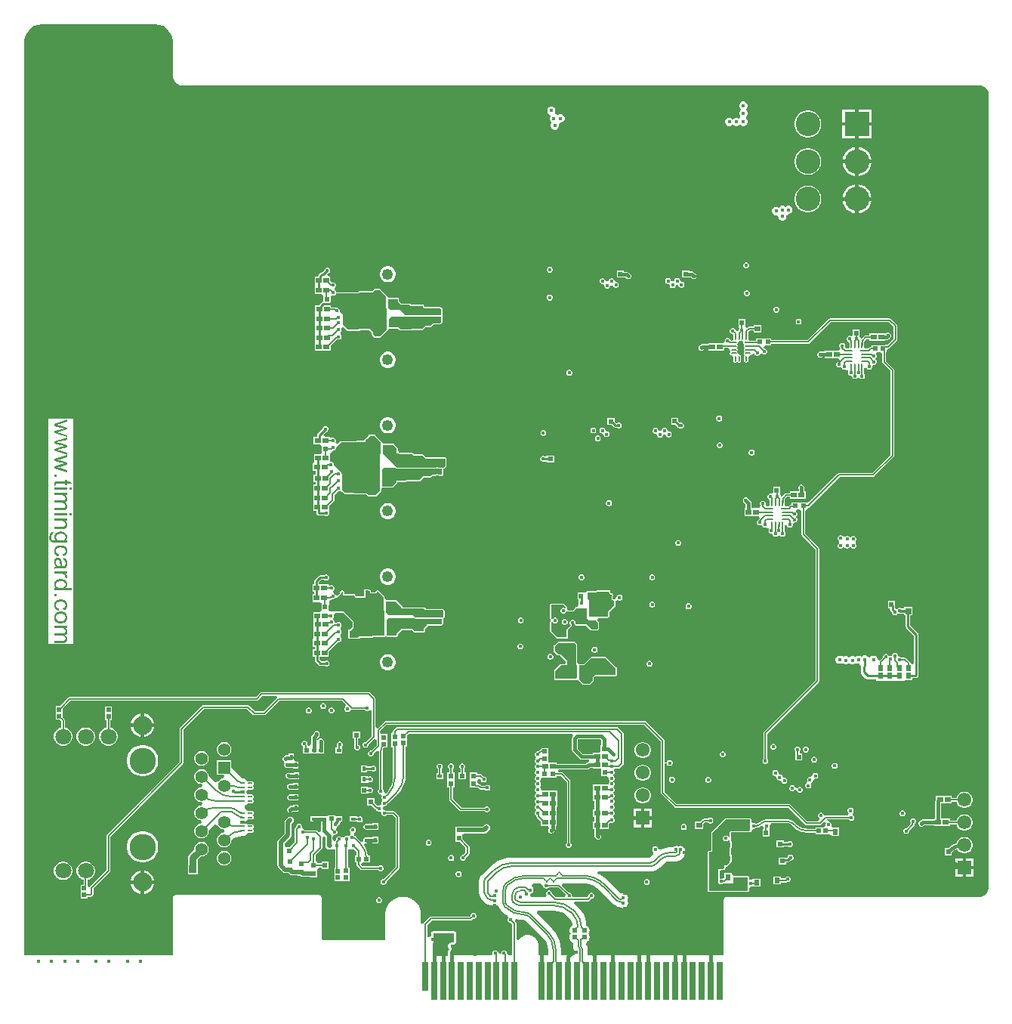
<source format=gbr>
G04*
G04 #@! TF.GenerationSoftware,Altium Limited,Altium Designer,24.2.2 (26)*
G04*
G04 Layer_Physical_Order=10*
G04 Layer_Color=15441517*
%FSLAX25Y25*%
%MOIN*%
G70*
G04*
G04 #@! TF.SameCoordinates,83FD6BF8-7FB9-4712-9294-79CC625926FD*
G04*
G04*
G04 #@! TF.FilePolarity,Positive*
G04*
G01*
G75*
%ADD11C,0.00600*%
%ADD14C,0.01000*%
%ADD27R,0.02362X0.02559*%
%ADD28R,0.02559X0.02362*%
%ADD31R,0.02648X0.02816*%
%ADD32R,0.02288X0.02016*%
%ADD55R,0.05512X0.05512*%
%ADD56R,0.02016X0.02288*%
G04:AMPARAMS|DCode=61|XSize=7.87mil|YSize=23.62mil|CornerRadius=1.97mil|HoleSize=0mil|Usage=FLASHONLY|Rotation=0.000|XOffset=0mil|YOffset=0mil|HoleType=Round|Shape=RoundedRectangle|*
%AMROUNDEDRECTD61*
21,1,0.00787,0.01968,0,0,0.0*
21,1,0.00394,0.02362,0,0,0.0*
1,1,0.00394,0.00197,-0.00984*
1,1,0.00394,-0.00197,-0.00984*
1,1,0.00394,-0.00197,0.00984*
1,1,0.00394,0.00197,0.00984*
%
%ADD61ROUNDEDRECTD61*%
G04:AMPARAMS|DCode=62|XSize=7.87mil|YSize=23.62mil|CornerRadius=1.97mil|HoleSize=0mil|Usage=FLASHONLY|Rotation=90.000|XOffset=0mil|YOffset=0mil|HoleType=Round|Shape=RoundedRectangle|*
%AMROUNDEDRECTD62*
21,1,0.00787,0.01968,0,0,90.0*
21,1,0.00394,0.02362,0,0,90.0*
1,1,0.00394,0.00984,0.00197*
1,1,0.00394,0.00984,-0.00197*
1,1,0.00394,-0.00984,-0.00197*
1,1,0.00394,-0.00984,0.00197*
%
%ADD62ROUNDEDRECTD62*%
G04:AMPARAMS|DCode=63|XSize=7.87mil|YSize=27.56mil|CornerRadius=1.97mil|HoleSize=0mil|Usage=FLASHONLY|Rotation=90.000|XOffset=0mil|YOffset=0mil|HoleType=Round|Shape=RoundedRectangle|*
%AMROUNDEDRECTD63*
21,1,0.00787,0.02362,0,0,90.0*
21,1,0.00394,0.02756,0,0,90.0*
1,1,0.00394,0.01181,0.00197*
1,1,0.00394,0.01181,-0.00197*
1,1,0.00394,-0.01181,-0.00197*
1,1,0.00394,-0.01181,0.00197*
%
%ADD63ROUNDEDRECTD63*%
%ADD64R,0.02165X0.02165*%
%ADD66R,0.02800X0.16500*%
%ADD69R,0.02165X0.01968*%
%ADD70R,0.01968X0.02165*%
%ADD77R,0.02953X0.03543*%
%ADD78R,0.01575X0.01968*%
%ADD81R,0.02165X0.02165*%
%ADD93R,0.02800X0.12600*%
%ADD141R,0.10827X0.10827*%
%ADD142C,0.10827*%
%ADD144C,0.00500*%
%ADD146C,0.00538*%
%ADD147C,0.00538*%
%ADD148C,0.01500*%
%ADD149C,0.02000*%
%ADD150C,0.00727*%
%ADD151C,0.00550*%
%ADD152C,0.01800*%
%ADD153C,0.00800*%
%ADD154C,0.01200*%
%ADD156R,0.06102X0.06102*%
%ADD157C,0.06102*%
%ADD158C,0.04921*%
%ADD159R,0.07874X0.07874*%
%ADD160C,0.11614*%
%ADD161C,0.07087*%
%ADD162C,0.08268*%
%ADD163C,0.05512*%
%ADD164C,0.25000*%
%ADD165C,0.01600*%
%ADD166C,0.03000*%
%ADD167R,0.03543X0.02953*%
%ADD168R,0.03937X0.03543*%
%ADD169R,0.04355X0.03773*%
%ADD170R,0.03543X0.03937*%
%ADD171R,0.01772X0.01772*%
%ADD172R,0.02237X0.02254*%
%ADD173R,0.03347X0.03543*%
G04:AMPARAMS|DCode=174|XSize=7.87mil|YSize=22.24mil|CornerRadius=1.97mil|HoleSize=0mil|Usage=FLASHONLY|Rotation=270.000|XOffset=0mil|YOffset=0mil|HoleType=Round|Shape=RoundedRectangle|*
%AMROUNDEDRECTD174*
21,1,0.00787,0.01831,0,0,270.0*
21,1,0.00394,0.02224,0,0,270.0*
1,1,0.00394,-0.00915,-0.00197*
1,1,0.00394,-0.00915,0.00197*
1,1,0.00394,0.00915,0.00197*
1,1,0.00394,0.00915,-0.00197*
%
%ADD174ROUNDEDRECTD174*%
G04:AMPARAMS|DCode=175|XSize=15.75mil|YSize=22.24mil|CornerRadius=1.97mil|HoleSize=0mil|Usage=FLASHONLY|Rotation=270.000|XOffset=0mil|YOffset=0mil|HoleType=Round|Shape=RoundedRectangle|*
%AMROUNDEDRECTD175*
21,1,0.01575,0.01831,0,0,270.0*
21,1,0.01181,0.02224,0,0,270.0*
1,1,0.00394,-0.00915,-0.00591*
1,1,0.00394,-0.00915,0.00591*
1,1,0.00394,0.00915,0.00591*
1,1,0.00394,0.00915,-0.00591*
%
%ADD175ROUNDEDRECTD175*%
%ADD176R,0.02254X0.02237*%
%ADD177R,0.01968X0.01575*%
%ADD178R,0.01843X0.01860*%
G36*
X30458Y20669D02*
X30471Y20671D01*
X30483Y20669D01*
X31293Y20685D01*
X32894Y20367D01*
X34413Y19738D01*
X35781Y18824D01*
X36944Y17661D01*
X37857Y16294D01*
X38487Y14774D01*
X38807Y13161D01*
Y12341D01*
X38788Y-1632D01*
X38772Y-1931D01*
X38785Y-2021D01*
X38776Y-2111D01*
X38837Y-2772D01*
X38871Y-2887D01*
X38883Y-3007D01*
X39072Y-3643D01*
X39128Y-3749D01*
X39162Y-3865D01*
X39472Y-4451D01*
X39548Y-4545D01*
X39604Y-4651D01*
X40022Y-5166D01*
X40115Y-5243D01*
X40191Y-5337D01*
X40701Y-5760D01*
X40807Y-5818D01*
X40900Y-5894D01*
X41483Y-6210D01*
X41598Y-6246D01*
X41704Y-6303D01*
X42338Y-6499D01*
X42428Y-6508D01*
X42513Y-6539D01*
X42841Y-6590D01*
X42935Y-6586D01*
X43027Y-6604D01*
X395332Y-6604D01*
X395343Y-6602D01*
X395354Y-6604D01*
X395685Y-6598D01*
X396337Y-6715D01*
X396953Y-6957D01*
X397510Y-7315D01*
X397987Y-7774D01*
X398365Y-8318D01*
X398629Y-8925D01*
X398771Y-9572D01*
X398777Y-9891D01*
X398777Y-360509D01*
X398777Y-360881D01*
X398631Y-361611D01*
X398347Y-362298D01*
X397933Y-362917D01*
X397407Y-363443D01*
X396789Y-363856D01*
X396102Y-364141D01*
X395372Y-364286D01*
X395000Y-364286D01*
X283161D01*
X282693Y-364379D01*
X282296Y-364644D01*
X282031Y-365041D01*
X281938Y-365510D01*
Y-389990D01*
X221911D01*
Y-387751D01*
X221896Y-387678D01*
X221748Y-386555D01*
X221287Y-385440D01*
X221260Y-385406D01*
X221485Y-384354D01*
X221567Y-384299D01*
X221960Y-383907D01*
X222145Y-383629D01*
X222360Y-383349D01*
X222406Y-383239D01*
X222461Y-383156D01*
X222481Y-383058D01*
X222622Y-382717D01*
X222711Y-382039D01*
X222733D01*
X222557Y-381154D01*
X222530Y-381114D01*
X222176Y-380583D01*
X222509Y-380085D01*
X222539Y-380039D01*
X222714Y-379161D01*
X222692D01*
X222604Y-378488D01*
X222463Y-378148D01*
X222443Y-378051D01*
X222389Y-377970D01*
X222344Y-377861D01*
X222130Y-377582D01*
X221946Y-377307D01*
X221254Y-376615D01*
X221168Y-375530D01*
X220763Y-373843D01*
X220100Y-372240D01*
X219193Y-370761D01*
X218121Y-369506D01*
X218074Y-369435D01*
X217138Y-368499D01*
X217126Y-368491D01*
X215730Y-367299D01*
X216025Y-366299D01*
X222043D01*
X222380Y-366232D01*
X222666Y-366041D01*
X223529Y-365177D01*
X223843D01*
X224320Y-364980D01*
X224686Y-364614D01*
X224884Y-364136D01*
Y-363619D01*
X224686Y-363141D01*
X224320Y-362775D01*
X223843Y-362578D01*
X223325D01*
X222848Y-362775D01*
X222482Y-363141D01*
X222284Y-363619D01*
Y-363932D01*
X221678Y-364538D01*
X215883D01*
X215018Y-364014D01*
Y-363496D01*
X214820Y-363019D01*
X214455Y-362653D01*
X213977Y-362455D01*
X213499D01*
X210446Y-359402D01*
X210861Y-358402D01*
X219591D01*
X219691Y-358382D01*
X221286Y-358507D01*
X222939Y-358904D01*
X224510Y-359555D01*
X225959Y-360443D01*
X227176Y-361482D01*
X227233Y-361567D01*
X233264Y-367599D01*
X233377Y-367674D01*
X234130Y-368252D01*
X235131Y-368666D01*
X235758Y-368749D01*
X235992Y-368929D01*
X236713Y-369227D01*
X237487Y-369329D01*
Y-369348D01*
X238372Y-369172D01*
X238411Y-369146D01*
X239122Y-368670D01*
X239624Y-367920D01*
X239800Y-367034D01*
X239624Y-366149D01*
X239514Y-365984D01*
X239624Y-365820D01*
X239800Y-364934D01*
X239624Y-364049D01*
X239122Y-363299D01*
X238411Y-362823D01*
X238372Y-362797D01*
X237487Y-362621D01*
Y-362640D01*
X236713Y-362742D01*
X236504Y-362828D01*
X231641Y-357965D01*
X230936Y-357256D01*
X230936Y-357256D01*
X229094Y-355682D01*
X227029Y-354417D01*
X226344Y-354133D01*
X226543Y-353133D01*
X249418D01*
X249558Y-353105D01*
X250631Y-352999D01*
X251797Y-352646D01*
X252872Y-352071D01*
X253704Y-351388D01*
X253824Y-351308D01*
X255496Y-349636D01*
X255496Y-349636D01*
X255496Y-349636D01*
X256254Y-349051D01*
X256997Y-348743D01*
X257804Y-348637D01*
X257874Y-348651D01*
X260641D01*
X260750Y-348629D01*
X261753Y-348497D01*
X262789Y-348068D01*
X263591Y-347452D01*
X263683Y-347391D01*
X263910Y-347164D01*
X264027Y-346989D01*
X264461Y-346423D01*
X264814Y-345572D01*
X264844Y-345404D01*
X264981Y-344647D01*
X265131Y-344204D01*
X265082D01*
X264993Y-344096D01*
X264818Y-343218D01*
X264321Y-342473D01*
X263577Y-341976D01*
X262699Y-341802D01*
X261904Y-341960D01*
X261109Y-341802D01*
X260231Y-341976D01*
X259487Y-342473D01*
X259427Y-342563D01*
X257871D01*
Y-342562D01*
X256028Y-342743D01*
X254256Y-343281D01*
X253994Y-343421D01*
X253659Y-343311D01*
X252902Y-342870D01*
X252796Y-342615D01*
X252430Y-342249D01*
X251953Y-342052D01*
X251435D01*
X250958Y-342249D01*
X250592Y-342615D01*
X250394Y-343093D01*
Y-343610D01*
X250592Y-344088D01*
X250833Y-344329D01*
X250962Y-344688D01*
X250977Y-345544D01*
X249521Y-347001D01*
X249515Y-347009D01*
X249424Y-347047D01*
X249415Y-347045D01*
X188451D01*
X188437Y-347048D01*
X186297Y-347216D01*
X184196Y-347721D01*
X182200Y-348547D01*
X180358Y-349676D01*
X178726Y-351070D01*
X178714Y-351078D01*
X175062Y-354730D01*
X175062Y-354731D01*
X175062Y-354731D01*
X174963Y-354878D01*
X174469Y-355522D01*
X174092Y-356433D01*
X173986Y-357237D01*
X173951Y-357412D01*
X173951D01*
X173951Y-357412D01*
Y-362316D01*
X173972Y-362423D01*
X174105Y-363432D01*
X174536Y-364471D01*
X174942Y-365001D01*
X175315Y-365590D01*
X175368Y-365691D01*
X175370Y-365696D01*
X175428Y-365809D01*
X175779Y-366264D01*
X175779Y-366264D01*
X176249Y-366734D01*
X176249Y-366734D01*
X176342Y-366796D01*
X177141Y-367409D01*
X178174Y-367837D01*
X178194Y-367840D01*
X179127Y-367963D01*
X180063Y-368174D01*
X180154Y-368185D01*
X180969Y-368291D01*
X181434Y-368198D01*
X181925Y-368175D01*
X182687Y-368757D01*
X182889Y-369244D01*
X183368Y-369868D01*
X183556Y-370114D01*
X183556Y-370114D01*
X183605Y-370186D01*
X183604Y-370186D01*
X184018Y-370599D01*
X184018Y-370599D01*
X184041Y-370614D01*
X184326Y-370858D01*
X185612Y-371956D01*
X186566Y-372541D01*
X186753Y-373678D01*
X186555Y-374155D01*
Y-374673D01*
X186753Y-375150D01*
X187118Y-375516D01*
X187596Y-375714D01*
X187857D01*
X188633Y-376490D01*
Y-389990D01*
X187461D01*
X186495Y-389867D01*
X186427Y-389530D01*
X186301Y-389341D01*
Y-388995D01*
X186103Y-388518D01*
X185738Y-388152D01*
X185260Y-387954D01*
X184743D01*
X184265Y-388152D01*
X183899Y-388518D01*
X183701Y-388995D01*
Y-389068D01*
X183468Y-389289D01*
X183320Y-389320D01*
X182405Y-388995D01*
X182207Y-388518D01*
X181841Y-388152D01*
X181363Y-387954D01*
X180846D01*
X180368Y-388152D01*
X180003Y-388518D01*
X179805Y-388995D01*
Y-389513D01*
X179486Y-389990D01*
X161227D01*
Y-388841D01*
X161304Y-388456D01*
X161578Y-388046D01*
X161598Y-387999D01*
X161629Y-387960D01*
X161673Y-387816D01*
X161730Y-387678D01*
Y-387628D01*
X161745Y-387579D01*
X161761Y-387417D01*
X161756Y-387367D01*
X161766Y-387317D01*
X161737Y-387170D01*
X161722Y-387021D01*
X161698Y-386977D01*
X161688Y-386927D01*
X161605Y-386803D01*
X161535Y-386670D01*
X161529Y-386197D01*
X162151Y-385386D01*
X162348D01*
X162378Y-385399D01*
X162478D01*
X162576Y-385418D01*
X162675Y-385399D01*
X162775D01*
X162868Y-385360D01*
X162967Y-385340D01*
X163050Y-385285D01*
X163143Y-385246D01*
X163559Y-384968D01*
X163630Y-384897D01*
X163713Y-384842D01*
X163769Y-384758D01*
X163840Y-384687D01*
X163878Y-384594D01*
X163934Y-384511D01*
X163954Y-384412D01*
X163992Y-384320D01*
Y-384219D01*
X164012Y-384121D01*
Y-380600D01*
X163934Y-380210D01*
X163713Y-379879D01*
X163382Y-379658D01*
X162992Y-379580D01*
X153718D01*
X153328Y-379658D01*
X152997Y-379879D01*
X152776Y-380210D01*
X152699Y-380600D01*
Y-381620D01*
X152610Y-381699D01*
X152609Y-381699D01*
X152604Y-381704D01*
X152006Y-382239D01*
X151061Y-382013D01*
Y-376747D01*
X153083Y-374725D01*
X170296D01*
X170632Y-374658D01*
X170918Y-374467D01*
X171393Y-373992D01*
X171707D01*
X172185Y-373794D01*
X172550Y-373428D01*
X172748Y-372951D01*
Y-372433D01*
X172550Y-371956D01*
X172185Y-371590D01*
X171707Y-371392D01*
X171190D01*
X170712Y-371590D01*
X170346Y-371956D01*
X170148Y-372433D01*
Y-372747D01*
X169931Y-372964D01*
X152718D01*
X152381Y-373031D01*
X152095Y-373222D01*
X149558Y-375759D01*
X149368Y-376045D01*
X149345Y-376157D01*
X148345Y-376059D01*
Y-372198D01*
X148341Y-372176D01*
X148345Y-372155D01*
X148322Y-371496D01*
X148299Y-371399D01*
Y-371300D01*
X148043Y-370014D01*
X147997Y-369902D01*
X147973Y-369784D01*
X147472Y-368573D01*
X147405Y-368473D01*
X147359Y-368361D01*
X146630Y-367271D01*
X146545Y-367186D01*
X146478Y-367085D01*
X145551Y-366158D01*
X145450Y-366091D01*
X145365Y-366006D01*
X144275Y-365277D01*
X144163Y-365231D01*
X144063Y-365164D01*
X142852Y-364663D01*
X142733Y-364639D01*
X142622Y-364593D01*
X141336Y-364337D01*
X141215D01*
X141097Y-364314D01*
X139786D01*
X139668Y-364337D01*
X139547D01*
X138261Y-364593D01*
X138150Y-364639D01*
X138031Y-364663D01*
X136820Y-365164D01*
X136720Y-365231D01*
X136608Y-365277D01*
X135518Y-366006D01*
X135433Y-366091D01*
X135333Y-366158D01*
X134405Y-367085D01*
X134338Y-367186D01*
X134253Y-367271D01*
X133525Y-368361D01*
X133478Y-368473D01*
X133412Y-368573D01*
X132910Y-369784D01*
X132886Y-369902D01*
X132840Y-370014D01*
X132584Y-371300D01*
Y-371391D01*
X132562Y-371479D01*
X132530Y-372134D01*
X132534Y-372165D01*
X132528Y-372194D01*
Y-383366D01*
X105178D01*
X104471Y-382659D01*
X104480Y-365010D01*
X104468Y-364950D01*
X104474Y-364889D01*
X104464Y-364792D01*
X104412Y-364620D01*
X104377Y-364444D01*
X104302Y-364264D01*
X104302Y-364263D01*
X104179Y-364080D01*
X104037Y-363866D01*
X104037Y-363866D01*
X103899Y-363729D01*
X103899Y-363729D01*
X103899Y-363728D01*
X103502Y-363463D01*
X103502Y-363463D01*
X103502Y-363463D01*
X103322Y-363389D01*
X103145Y-363354D01*
X102973Y-363301D01*
X102876Y-363292D01*
X102815Y-363298D01*
X102756Y-363286D01*
X40512Y-363286D01*
X40452Y-363298D01*
X40392Y-363292D01*
X40294Y-363301D01*
X40122Y-363354D01*
X39946Y-363389D01*
X39766Y-363463D01*
X39766Y-363463D01*
X39369Y-363729D01*
X39231Y-363866D01*
X39231Y-363866D01*
X39099Y-364065D01*
X38966Y-364264D01*
X38966Y-364264D01*
X38891Y-364444D01*
X38856Y-364620D01*
X38804Y-364792D01*
X38794Y-364890D01*
X38800Y-364950D01*
X38788Y-365009D01*
X38788Y-389990D01*
X-26820D01*
X-26820Y12339D01*
X-26822Y12351D01*
X-26820Y12364D01*
X-26837Y13173D01*
X-26518Y14774D01*
X-25889Y16294D01*
X-24975Y17661D01*
X-23812Y18824D01*
X-22445Y19738D01*
X-20925Y20367D01*
X-19312Y20688D01*
X-18490D01*
X30458Y20669D01*
D02*
G37*
G36*
X201561Y-359024D02*
X202195Y-359511D01*
X202347Y-359574D01*
Y-359612D01*
X202545Y-360090D01*
X202911Y-360455D01*
X203389Y-360653D01*
X203906D01*
X204384Y-360455D01*
X204721Y-360118D01*
X208999D01*
X212021Y-363140D01*
X211906Y-364324D01*
X211553Y-364538D01*
X208255D01*
X207745Y-364498D01*
X206162Y-362916D01*
Y-362602D01*
X205964Y-362124D01*
X205599Y-361759D01*
X205121Y-361561D01*
X204604D01*
X204126Y-361759D01*
X203760Y-362124D01*
X203562Y-362602D01*
Y-363119D01*
X203707Y-363470D01*
X203498Y-364020D01*
X203219Y-364470D01*
X196910D01*
X196432Y-363470D01*
X196632Y-363172D01*
X197305Y-362722D01*
X197803Y-361977D01*
X197977Y-361100D01*
X197803Y-360222D01*
X197305Y-359477D01*
X197291Y-359335D01*
X197324Y-359302D01*
X197730Y-358402D01*
X201083D01*
X201561Y-359024D01*
D02*
G37*
G36*
X162992Y-384121D02*
X162576Y-384399D01*
X162499Y-384366D01*
X161783D01*
X161122Y-384641D01*
X160615Y-385147D01*
X160341Y-385808D01*
Y-386525D01*
X160615Y-387186D01*
X160746Y-387317D01*
X160730Y-387479D01*
X160344Y-388058D01*
X160208Y-388741D01*
Y-390551D01*
X153718D01*
Y-380600D01*
X162992D01*
Y-384121D01*
D02*
G37*
G36*
X207401Y-370558D02*
X207405Y-370558D01*
X207411Y-370558D01*
X207411Y-370558D01*
X207411Y-370558D01*
X208384Y-370623D01*
X208913Y-370675D01*
X210357Y-371113D01*
X211688Y-371824D01*
X212103Y-372165D01*
X212836Y-372807D01*
X212837Y-372808D01*
X212838Y-372809D01*
X212839Y-372811D01*
X212840Y-372812D01*
X212841Y-372812D01*
X212843Y-372814D01*
X212843Y-372814D01*
X212843Y-372814D01*
X213761Y-373733D01*
X214379Y-374477D01*
X214588Y-374750D01*
X215092Y-375965D01*
X215190Y-376711D01*
X214594Y-377307D01*
X214410Y-377582D01*
X214196Y-377861D01*
X214151Y-377970D01*
X214096Y-378051D01*
X214077Y-378148D01*
X213936Y-378488D01*
X213848Y-379161D01*
X213826D01*
X214000Y-380039D01*
X214031Y-380085D01*
X214364Y-380583D01*
X214009Y-381114D01*
X213983Y-381154D01*
X213806Y-382039D01*
X213828D01*
X213918Y-382717D01*
X214059Y-383058D01*
X214078Y-383156D01*
X214134Y-383239D01*
X214179Y-383349D01*
X214394Y-383629D01*
X214580Y-383907D01*
X214973Y-384299D01*
X214973Y-384299D01*
X214973Y-384300D01*
X215194Y-384447D01*
X215438Y-384634D01*
Y-385808D01*
X215474Y-385990D01*
X215578Y-386782D01*
X215954Y-387690D01*
X216246Y-388071D01*
Y-389990D01*
X210100D01*
Y-387736D01*
X210094Y-387709D01*
X209932Y-385650D01*
X209444Y-383615D01*
X208643Y-381681D01*
X207549Y-379896D01*
X206208Y-378326D01*
X206192Y-378303D01*
X206192Y-378303D01*
X206192Y-378303D01*
X199448Y-371558D01*
X199862Y-370558D01*
X207401D01*
D02*
G37*
G36*
X191367Y-374340D02*
X193427Y-374502D01*
X193455Y-374508D01*
Y-374508D01*
X193630D01*
X193706Y-374493D01*
X194340Y-374619D01*
X194878Y-374978D01*
X194921Y-375043D01*
X202184Y-382305D01*
X202274Y-382365D01*
X203166Y-383452D01*
X203879Y-384787D01*
X204319Y-386235D01*
X204456Y-387634D01*
X204435Y-387740D01*
Y-389990D01*
X200222D01*
X200222Y-385874D01*
X200214Y-385834D01*
X200219Y-385794D01*
X200189Y-385332D01*
X200158Y-385215D01*
X200150Y-385095D01*
X199911Y-384202D01*
X199840Y-384059D01*
X199788Y-383907D01*
X199326Y-383107D01*
X199221Y-382987D01*
X199132Y-382854D01*
X198478Y-382200D01*
X198345Y-382111D01*
X198225Y-382006D01*
X197425Y-381544D01*
X197273Y-381492D01*
X197130Y-381421D01*
X196237Y-381182D01*
X196077Y-381172D01*
X195920Y-381140D01*
X194996D01*
X194839Y-381172D01*
X194679Y-381182D01*
X193787Y-381421D01*
X193643Y-381492D01*
X193492Y-381544D01*
X192692Y-382006D01*
X192571Y-382111D01*
X192438Y-382200D01*
X191785Y-382854D01*
X191696Y-382987D01*
X191590Y-383107D01*
X191469Y-383317D01*
X190469Y-383050D01*
Y-376110D01*
X190399Y-375759D01*
X190200Y-375461D01*
X189709Y-374970D01*
X190217Y-374064D01*
X191367Y-374340D01*
D02*
G37*
%LPC*%
G36*
X291016Y-13512D02*
X290300D01*
X289638Y-13787D01*
X289132Y-14293D01*
X288858Y-14954D01*
Y-15671D01*
X289132Y-16332D01*
X289549Y-16976D01*
X289132Y-17620D01*
X288858Y-18282D01*
Y-18998D01*
X289132Y-19659D01*
X289154Y-19682D01*
X289023Y-20807D01*
X288659Y-20959D01*
X288482Y-20958D01*
X287911Y-20721D01*
X287195D01*
X286533Y-20995D01*
X285953Y-21445D01*
X285374Y-20995D01*
X284712Y-20721D01*
X283996D01*
X283334Y-20995D01*
X282828Y-21501D01*
X282554Y-22163D01*
Y-22879D01*
X282828Y-23541D01*
X283334Y-24047D01*
X283996Y-24321D01*
X284712D01*
X285374Y-24047D01*
X285953Y-23598D01*
X286533Y-24047D01*
X287195Y-24321D01*
X287911D01*
X288572Y-24047D01*
X289105Y-23565D01*
X289638Y-24047D01*
X290300Y-24321D01*
X291016D01*
X291677Y-24047D01*
X292183Y-23541D01*
X292458Y-22879D01*
Y-22163D01*
X292183Y-21501D01*
X291856Y-21174D01*
X291751Y-20581D01*
X291856Y-19987D01*
X292183Y-19659D01*
X292458Y-18998D01*
Y-18282D01*
X292183Y-17620D01*
X291766Y-16976D01*
X292183Y-16332D01*
X292458Y-15671D01*
Y-14954D01*
X292183Y-14293D01*
X291677Y-13787D01*
X291016Y-13512D01*
D02*
G37*
G36*
X347167Y-17063D02*
X341504D01*
Y-22726D01*
X347167D01*
Y-17063D01*
D02*
G37*
G36*
X340003D02*
X334340D01*
Y-22726D01*
X340003D01*
Y-17063D01*
D02*
G37*
G36*
X206217Y-15707D02*
X205500D01*
X204839Y-15981D01*
X204332Y-16488D01*
X204059Y-17149D01*
Y-17865D01*
X204332Y-18527D01*
X204839Y-19033D01*
X204945Y-19077D01*
X205422Y-19845D01*
X205363Y-20250D01*
X205213Y-20612D01*
Y-21328D01*
X205487Y-21990D01*
X205993Y-22496D01*
X205862Y-23227D01*
X205588Y-23889D01*
Y-24605D01*
X205862Y-25267D01*
X206368Y-25773D01*
X207030Y-26047D01*
X207746D01*
X208408Y-25773D01*
X208914Y-25267D01*
X209188Y-24605D01*
Y-23889D01*
X209098Y-23672D01*
X209254Y-23349D01*
X209763Y-22770D01*
X210249D01*
X210911Y-22496D01*
X211417Y-21990D01*
X211691Y-21328D01*
Y-20612D01*
X211417Y-19950D01*
X210911Y-19444D01*
X210249Y-19170D01*
X209533D01*
X208871Y-19444D01*
X208869Y-19446D01*
X207763Y-19138D01*
X207449Y-18632D01*
X207509Y-18227D01*
X207659Y-17865D01*
Y-17149D01*
X207384Y-16488D01*
X206878Y-15981D01*
X206217Y-15707D01*
D02*
G37*
G36*
X319682Y-17562D02*
X318518D01*
X317375Y-17790D01*
X316299Y-18236D01*
X315330Y-18883D01*
X314507Y-19706D01*
X313860Y-20675D01*
X313414Y-21751D01*
X313187Y-22893D01*
Y-24058D01*
X313414Y-25201D01*
X313860Y-26277D01*
X314507Y-27245D01*
X315330Y-28069D01*
X316299Y-28716D01*
X317375Y-29162D01*
X318518Y-29389D01*
X319682D01*
X320825Y-29162D01*
X321901Y-28716D01*
X322869Y-28069D01*
X323693Y-27245D01*
X324340Y-26277D01*
X324786Y-25201D01*
X325013Y-24058D01*
Y-22893D01*
X324786Y-21751D01*
X324340Y-20675D01*
X323693Y-19706D01*
X322869Y-18883D01*
X321901Y-18236D01*
X320825Y-17790D01*
X319682Y-17562D01*
D02*
G37*
G36*
X347167Y-24226D02*
X341504D01*
Y-29889D01*
X347167D01*
Y-24226D01*
D02*
G37*
G36*
X340003D02*
X334340D01*
Y-29889D01*
X340003D01*
Y-24226D01*
D02*
G37*
G36*
X341504Y-33621D02*
Y-39261D01*
X347143D01*
X346920Y-38141D01*
X346437Y-36973D01*
X345735Y-35923D01*
X344842Y-35030D01*
X343791Y-34328D01*
X342624Y-33844D01*
X341504Y-33621D01*
D02*
G37*
G36*
X340003D02*
X338883Y-33844D01*
X337716Y-34328D01*
X336665Y-35030D01*
X335772Y-35923D01*
X335070Y-36973D01*
X334587Y-38141D01*
X334364Y-39261D01*
X340003D01*
Y-33621D01*
D02*
G37*
G36*
X319682Y-34098D02*
X318518D01*
X317375Y-34325D01*
X316299Y-34771D01*
X315330Y-35418D01*
X314507Y-36242D01*
X313860Y-37210D01*
X313414Y-38286D01*
X313187Y-39429D01*
Y-40594D01*
X313414Y-41736D01*
X313860Y-42812D01*
X314507Y-43781D01*
X315330Y-44605D01*
X316299Y-45252D01*
X317375Y-45697D01*
X318518Y-45925D01*
X319682D01*
X320825Y-45697D01*
X321901Y-45252D01*
X322869Y-44605D01*
X323693Y-43781D01*
X324340Y-42812D01*
X324786Y-41736D01*
X325013Y-40594D01*
Y-39429D01*
X324786Y-38286D01*
X324340Y-37210D01*
X323693Y-36242D01*
X322869Y-35418D01*
X321901Y-34771D01*
X320825Y-34325D01*
X319682Y-34098D01*
D02*
G37*
G36*
X347143Y-40761D02*
X341504D01*
Y-46401D01*
X342624Y-46178D01*
X343791Y-45695D01*
X344842Y-44993D01*
X345735Y-44100D01*
X346437Y-43049D01*
X346920Y-41882D01*
X347143Y-40761D01*
D02*
G37*
G36*
X340003D02*
X334364D01*
X334587Y-41882D01*
X335070Y-43049D01*
X335772Y-44100D01*
X336665Y-44993D01*
X337716Y-45695D01*
X338883Y-46178D01*
X340003Y-46401D01*
Y-40761D01*
D02*
G37*
G36*
X341504Y-50157D02*
Y-55797D01*
X347143D01*
X346920Y-54676D01*
X346437Y-53509D01*
X345735Y-52458D01*
X344842Y-51565D01*
X343791Y-50863D01*
X342624Y-50380D01*
X341504Y-50157D01*
D02*
G37*
G36*
X340003D02*
X338883Y-50380D01*
X337716Y-50863D01*
X336665Y-51565D01*
X335772Y-52458D01*
X335070Y-53509D01*
X334587Y-54676D01*
X334364Y-55797D01*
X340003D01*
Y-50157D01*
D02*
G37*
G36*
X310887Y-59503D02*
X310170D01*
X309509Y-59777D01*
X309171Y-60115D01*
X308875Y-59819D01*
X308213Y-59545D01*
X307497D01*
X306836Y-59819D01*
X306329Y-60325D01*
X305393Y-60103D01*
X304677D01*
X304015Y-60377D01*
X303509Y-60883D01*
X303235Y-61545D01*
Y-62261D01*
X303509Y-62923D01*
X304015Y-63429D01*
X304677Y-63703D01*
X305131D01*
X305450Y-63772D01*
X306055Y-64511D01*
Y-64620D01*
X306329Y-65282D01*
X306836Y-65788D01*
X307497Y-66062D01*
X308213D01*
X308875Y-65788D01*
X309381Y-65282D01*
X309655Y-64620D01*
Y-63904D01*
X309703Y-63830D01*
X310406Y-63103D01*
X310887D01*
X311548Y-62829D01*
X312054Y-62323D01*
X312328Y-61661D01*
Y-60945D01*
X312054Y-60283D01*
X311548Y-59777D01*
X310887Y-59503D01*
D02*
G37*
G36*
X319682Y-50633D02*
X318518D01*
X317375Y-50861D01*
X316299Y-51306D01*
X315330Y-51954D01*
X314507Y-52777D01*
X313860Y-53746D01*
X313414Y-54822D01*
X313187Y-55964D01*
Y-57129D01*
X313414Y-58272D01*
X313860Y-59348D01*
X314507Y-60316D01*
X315330Y-61140D01*
X316299Y-61787D01*
X317375Y-62233D01*
X318518Y-62460D01*
X319682D01*
X320825Y-62233D01*
X321901Y-61787D01*
X322869Y-61140D01*
X323693Y-60316D01*
X324340Y-59348D01*
X324786Y-58272D01*
X325013Y-57129D01*
Y-55964D01*
X324786Y-54822D01*
X324340Y-53746D01*
X323693Y-52777D01*
X322869Y-51954D01*
X321901Y-51306D01*
X320825Y-50861D01*
X319682Y-50633D01*
D02*
G37*
G36*
X347143Y-57297D02*
X341504D01*
Y-62937D01*
X342624Y-62714D01*
X343791Y-62230D01*
X344842Y-61528D01*
X345735Y-60635D01*
X346437Y-59585D01*
X346920Y-58417D01*
X347143Y-57297D01*
D02*
G37*
G36*
X340003D02*
X334364D01*
X334587Y-58417D01*
X335070Y-59585D01*
X335772Y-60635D01*
X336665Y-61528D01*
X337716Y-62230D01*
X338883Y-62714D01*
X340003Y-62937D01*
Y-57297D01*
D02*
G37*
G36*
X292126Y-84515D02*
X291609D01*
X291131Y-84713D01*
X290766Y-85079D01*
X290568Y-85557D01*
Y-86074D01*
X290766Y-86552D01*
X291131Y-86918D01*
X291609Y-87115D01*
X292126D01*
X292604Y-86918D01*
X292970Y-86552D01*
X293168Y-86074D01*
Y-85557D01*
X292970Y-85079D01*
X292604Y-84713D01*
X292126Y-84515D01*
D02*
G37*
G36*
X205432Y-86375D02*
X204915D01*
X204437Y-86573D01*
X204072Y-86939D01*
X203874Y-87416D01*
Y-87934D01*
X204072Y-88411D01*
X204437Y-88777D01*
X204915Y-88975D01*
X205432D01*
X205910Y-88777D01*
X206276Y-88411D01*
X206474Y-87934D01*
Y-87416D01*
X206276Y-86939D01*
X205910Y-86573D01*
X205432Y-86375D01*
D02*
G37*
G36*
X266924Y-88106D02*
X263636D01*
Y-91123D01*
X265415D01*
X265538Y-91147D01*
X267490D01*
X267579Y-91236D01*
X267585Y-91251D01*
X267951Y-91617D01*
X268428Y-91815D01*
X268946D01*
X269424Y-91617D01*
X269789Y-91251D01*
X269987Y-90773D01*
Y-90256D01*
X269789Y-89778D01*
X269424Y-89412D01*
X269316Y-89368D01*
X268919Y-88971D01*
X268506Y-88695D01*
X268018Y-88598D01*
X266924D01*
Y-88106D01*
D02*
G37*
G36*
X237996Y-88146D02*
X234709D01*
Y-91162D01*
X236488D01*
X236611Y-91187D01*
X238563D01*
X238651Y-91275D01*
X238657Y-91290D01*
X239023Y-91656D01*
X239501Y-91854D01*
X240018D01*
X240496Y-91656D01*
X240862Y-91290D01*
X241059Y-90813D01*
Y-90295D01*
X240862Y-89818D01*
X240496Y-89452D01*
X240388Y-89407D01*
X239992Y-89011D01*
X239578Y-88735D01*
X239091Y-88638D01*
X237996D01*
Y-88146D01*
D02*
G37*
G36*
X261631Y-91381D02*
X261114D01*
X260636Y-91579D01*
X260270Y-91945D01*
X260084Y-92396D01*
X260072Y-92423D01*
X259922Y-92747D01*
X258865Y-92775D01*
X258678Y-92423D01*
X258675Y-92416D01*
X258480Y-91945D01*
X258115Y-91579D01*
X257637Y-91381D01*
X257119D01*
X256642Y-91579D01*
X256276Y-91945D01*
X256078Y-92423D01*
Y-92940D01*
X256276Y-93418D01*
X256642Y-93783D01*
X257119Y-93981D01*
X257180D01*
X257757Y-94209D01*
X258104Y-94863D01*
X258107Y-94869D01*
X258302Y-95340D01*
X258667Y-95706D01*
X259145Y-95904D01*
X259663D01*
X260140Y-95706D01*
X260506Y-95340D01*
X260693Y-94889D01*
X260704Y-94863D01*
X260828Y-94595D01*
X261779Y-94499D01*
X261990Y-94625D01*
X262188Y-95103D01*
X262554Y-95469D01*
X263032Y-95666D01*
X263549D01*
X264027Y-95469D01*
X264392Y-95103D01*
X264590Y-94625D01*
Y-94108D01*
X264392Y-93630D01*
X264027Y-93264D01*
X263549Y-93067D01*
X263375Y-93041D01*
X262672Y-92423D01*
X262474Y-91945D01*
X262109Y-91579D01*
X261631Y-91381D01*
D02*
G37*
G36*
X232703Y-91421D02*
X232186D01*
X231709Y-91619D01*
X231343Y-91985D01*
X231156Y-92436D01*
X231145Y-92462D01*
X230994Y-92787D01*
X229938Y-92815D01*
X229751Y-92462D01*
X229748Y-92456D01*
X229553Y-91985D01*
X229187Y-91619D01*
X228709Y-91421D01*
X228192D01*
X227714Y-91619D01*
X227348Y-91985D01*
X227151Y-92462D01*
Y-92980D01*
X227348Y-93457D01*
X227714Y-93823D01*
X228192Y-94021D01*
X228253D01*
X228830Y-94248D01*
X229176Y-94902D01*
X229179Y-94909D01*
X229374Y-95380D01*
X229740Y-95746D01*
X230218Y-95944D01*
X230735D01*
X231213Y-95746D01*
X231578Y-95380D01*
X231765Y-94929D01*
X231776Y-94902D01*
X231901Y-94635D01*
X232851Y-94538D01*
X233063Y-94665D01*
X233261Y-95143D01*
X233627Y-95508D01*
X234104Y-95706D01*
X234622D01*
X235099Y-95508D01*
X235465Y-95143D01*
X235663Y-94665D01*
Y-94147D01*
X235465Y-93670D01*
X235099Y-93304D01*
X234622Y-93106D01*
X234448Y-93081D01*
X233745Y-92462D01*
X233547Y-91985D01*
X233181Y-91619D01*
X232703Y-91421D01*
D02*
G37*
G36*
X134136Y-86118D02*
X133201D01*
X132298Y-86360D01*
X131488Y-86827D01*
X130827Y-87489D01*
X130359Y-88298D01*
X130117Y-89202D01*
Y-90137D01*
X130359Y-91040D01*
X130827Y-91850D01*
X131488Y-92511D01*
X132298Y-92978D01*
X133201Y-93220D01*
X134136D01*
X135039Y-92978D01*
X135849Y-92511D01*
X136510Y-91850D01*
X136978Y-91040D01*
X137220Y-90137D01*
Y-89202D01*
X136978Y-88298D01*
X136510Y-87489D01*
X135849Y-86827D01*
X135039Y-86360D01*
X134136Y-86118D01*
D02*
G37*
G36*
X292354Y-96846D02*
X291837D01*
X291359Y-97044D01*
X290993Y-97410D01*
X290795Y-97888D01*
Y-98405D01*
X290993Y-98883D01*
X291359Y-99248D01*
X291837Y-99446D01*
X292354D01*
X292832Y-99248D01*
X293198Y-98883D01*
X293395Y-98405D01*
Y-97888D01*
X293198Y-97410D01*
X292832Y-97044D01*
X292354Y-96846D01*
D02*
G37*
G36*
X205378Y-98690D02*
X204861D01*
X204383Y-98888D01*
X204018Y-99254D01*
X203820Y-99731D01*
Y-100249D01*
X204018Y-100726D01*
X204383Y-101092D01*
X204861Y-101290D01*
X205378D01*
X205856Y-101092D01*
X206222Y-100726D01*
X206420Y-100249D01*
Y-99731D01*
X206222Y-99254D01*
X205856Y-98888D01*
X205378Y-98690D01*
D02*
G37*
G36*
X305465Y-104035D02*
X304948D01*
X304470Y-104233D01*
X304105Y-104599D01*
X303907Y-105077D01*
Y-105594D01*
X304105Y-106072D01*
X304470Y-106438D01*
X304948Y-106635D01*
X305465D01*
X305943Y-106438D01*
X306309Y-106072D01*
X306507Y-105594D01*
Y-105077D01*
X306309Y-104599D01*
X305943Y-104233D01*
X305465Y-104035D01*
D02*
G37*
G36*
X355309Y-109212D02*
X355309Y-109212D01*
X328916D01*
X328916Y-109212D01*
X328604Y-109274D01*
X328340Y-109451D01*
X328340Y-109451D01*
X319010Y-118781D01*
X302958D01*
Y-118014D01*
X300415D01*
X299793Y-118014D01*
X298793Y-118014D01*
X296250D01*
Y-119055D01*
X293973D01*
X293917Y-119017D01*
X293645Y-118963D01*
X292781Y-118493D01*
Y-116524D01*
X292726Y-116252D01*
X292689Y-116196D01*
Y-115236D01*
X293467Y-114458D01*
X295047D01*
Y-115323D01*
X298607D01*
Y-111961D01*
X295047D01*
Y-112827D01*
X293129D01*
X293129Y-112827D01*
X292817Y-112889D01*
X292552Y-113066D01*
X292281Y-113337D01*
X291496Y-112707D01*
Y-109528D01*
X288480D01*
Y-112816D01*
X288480D01*
X288812Y-113816D01*
X288803Y-113825D01*
X288605Y-114303D01*
Y-114401D01*
X288130Y-114712D01*
X287811Y-114624D01*
X287186Y-114286D01*
X287058Y-113978D01*
X286693Y-113612D01*
X286215Y-113414D01*
X285698D01*
X285220Y-113612D01*
X284854Y-113978D01*
X284656Y-114456D01*
Y-114973D01*
X284854Y-115451D01*
X285220Y-115816D01*
X285698Y-116014D01*
X286242Y-116524D01*
Y-118493D01*
X285377Y-118963D01*
X285075Y-118971D01*
X284764Y-118496D01*
X284398Y-118131D01*
X283920Y-117933D01*
X283403D01*
X282925Y-118131D01*
X282559Y-118496D01*
X282361Y-118974D01*
Y-119099D01*
X282194Y-119583D01*
X281479Y-119974D01*
X275153D01*
Y-120380D01*
X272643D01*
X272155Y-120477D01*
X271742Y-120754D01*
X271440Y-121055D01*
X271332Y-121100D01*
X270967Y-121466D01*
X270769Y-121943D01*
Y-122460D01*
X270967Y-122938D01*
X271332Y-123304D01*
X271810Y-123502D01*
X272327D01*
X272805Y-123304D01*
X273171Y-122938D01*
X273175Y-122929D01*
X275153D01*
Y-123336D01*
X282058D01*
Y-122261D01*
X283804D01*
X284667Y-122823D01*
Y-123217D01*
X284721Y-123489D01*
X284841Y-123808D01*
X284721Y-124126D01*
X284667Y-124398D01*
Y-124792D01*
X284721Y-125064D01*
X284875Y-125294D01*
X285105Y-125448D01*
X285377Y-125502D01*
X286242Y-125973D01*
Y-127941D01*
X286296Y-128213D01*
X286450Y-128444D01*
X286680Y-128598D01*
X286952Y-128652D01*
X287346D01*
X287618Y-128598D01*
X287936Y-128477D01*
X288255Y-128598D01*
X288527Y-128652D01*
X288920D01*
X289192Y-128598D01*
X289423Y-128444D01*
X289577Y-128213D01*
X289631Y-127941D01*
Y-125973D01*
X289577Y-125701D01*
X289423Y-125470D01*
X289192Y-125317D01*
X288920Y-125262D01*
X288361Y-124958D01*
X288056Y-124398D01*
X288002Y-124126D01*
X287881Y-123808D01*
X288002Y-123489D01*
X288056Y-123217D01*
Y-122823D01*
X288002Y-122551D01*
X287881Y-122233D01*
X288002Y-121914D01*
X288056Y-121642D01*
Y-121248D01*
X288002Y-120977D01*
X287881Y-120658D01*
X288002Y-120339D01*
X288056Y-120067D01*
X288361Y-119508D01*
X288920Y-119203D01*
X289192Y-119149D01*
X289511Y-119028D01*
X289830Y-119149D01*
X290149Y-119250D01*
X290534Y-119635D01*
X290572Y-120067D01*
X290626Y-120339D01*
X290780Y-120570D01*
X290993Y-120931D01*
X290966Y-121248D01*
Y-121642D01*
X291020Y-121914D01*
X291141Y-122233D01*
X291020Y-122551D01*
X290966Y-122823D01*
Y-123217D01*
X291020Y-123489D01*
X291141Y-123808D01*
X291020Y-124126D01*
X290966Y-124398D01*
Y-124792D01*
X291020Y-125064D01*
X291174Y-125294D01*
X291020Y-125701D01*
X290966Y-125973D01*
Y-127941D01*
X291020Y-128213D01*
X291174Y-128444D01*
X291405Y-128598D01*
X291676Y-128652D01*
X292070D01*
X292342Y-128598D01*
X292572Y-128444D01*
X292726Y-128213D01*
X292781Y-127941D01*
Y-125973D01*
X293645Y-125502D01*
X293917Y-125448D01*
X294147Y-125294D01*
X294301Y-125064D01*
X295178Y-124744D01*
X295355Y-124734D01*
X295510Y-124790D01*
X295648Y-125122D01*
X296013Y-125487D01*
X296491Y-125685D01*
X297008D01*
X297486Y-125487D01*
X297852Y-125122D01*
X297903Y-124998D01*
X298031Y-124930D01*
X298923Y-124771D01*
X298993Y-124781D01*
X299121Y-124910D01*
X299599Y-125108D01*
X300116D01*
X300594Y-124910D01*
X300960Y-124544D01*
X301158Y-124066D01*
Y-123549D01*
X300960Y-123071D01*
X300594Y-122705D01*
X300116Y-122508D01*
X299888D01*
X299599Y-122097D01*
X300176Y-121179D01*
X302958D01*
Y-120412D01*
X319348D01*
X319348Y-120412D01*
X319660Y-120350D01*
X319925Y-120173D01*
X329254Y-110844D01*
X354971D01*
X356926Y-112799D01*
Y-118135D01*
X354127Y-120934D01*
X353045D01*
X353045Y-120934D01*
X352966Y-120949D01*
X350679Y-120949D01*
X349679Y-120949D01*
X347136D01*
Y-121716D01*
X346695D01*
X346382Y-121778D01*
X346118Y-121955D01*
X346118Y-121955D01*
X345528Y-122546D01*
X344965D01*
X344769Y-122506D01*
X343904Y-122036D01*
Y-120968D01*
X343906Y-120958D01*
Y-119349D01*
X344954Y-118300D01*
X346348D01*
Y-119166D01*
X353254D01*
Y-118759D01*
X353830D01*
X354318Y-118662D01*
X354731Y-118386D01*
X355140Y-117977D01*
X355202Y-117952D01*
X355567Y-117586D01*
X355765Y-117108D01*
Y-116591D01*
X355567Y-116113D01*
X355202Y-115747D01*
X354724Y-115549D01*
X354207D01*
X354157Y-115570D01*
X353254Y-115804D01*
X353254Y-115804D01*
X346348D01*
Y-116669D01*
X344616D01*
X344616Y-116669D01*
X344304Y-116731D01*
X344040Y-116908D01*
X344040Y-116908D01*
X342955Y-117992D01*
X342880Y-117990D01*
X342002Y-117349D01*
Y-114062D01*
X338985D01*
Y-116428D01*
X338770Y-116637D01*
X337985Y-117008D01*
X337791Y-116927D01*
X337274D01*
X336796Y-117125D01*
X336430Y-117491D01*
X336232Y-117968D01*
Y-118486D01*
X336430Y-118963D01*
X336796Y-119329D01*
X337304Y-119710D01*
X337365Y-120067D01*
Y-122036D01*
X336501Y-122506D01*
X336229Y-122561D01*
X336096Y-122548D01*
X335536Y-121668D01*
X335582Y-121557D01*
Y-121040D01*
X335384Y-120562D01*
X335018Y-120197D01*
X334541Y-119999D01*
X334023D01*
X333546Y-120197D01*
X333180Y-120562D01*
X332982Y-121040D01*
Y-121557D01*
X333180Y-122035D01*
X333452Y-122308D01*
X333452Y-122353D01*
X332971Y-123132D01*
X332771Y-123308D01*
X326629D01*
Y-123714D01*
X324867D01*
X324379Y-123811D01*
X323966Y-124088D01*
X323946Y-124106D01*
X323885Y-124132D01*
X323519Y-124498D01*
X323321Y-124975D01*
Y-125493D01*
X323519Y-125970D01*
X323885Y-126336D01*
X324363Y-126534D01*
X324880D01*
X325358Y-126336D01*
X325431Y-126263D01*
X326629D01*
Y-126670D01*
X332633D01*
X333048Y-127670D01*
X332396Y-128321D01*
X332292Y-128478D01*
X332236Y-128500D01*
X331871Y-128866D01*
X331673Y-129344D01*
Y-129861D01*
X331871Y-130339D01*
X332236Y-130705D01*
X332714Y-130903D01*
X333231D01*
X333822Y-130862D01*
X334157Y-131331D01*
X334522Y-131696D01*
X335000Y-131894D01*
X335517D01*
X335675Y-131829D01*
X336681Y-132077D01*
X336904Y-132201D01*
X336944Y-132300D01*
X336937Y-132459D01*
X336776Y-132850D01*
Y-133367D01*
X336974Y-133845D01*
X337339Y-134210D01*
X337623Y-134328D01*
X337817Y-134408D01*
X337817Y-134408D01*
X338334Y-134408D01*
X338547Y-134892D01*
X338745Y-135370D01*
X339111Y-135736D01*
X339589Y-135934D01*
X340106D01*
X340584Y-135736D01*
X340853Y-135467D01*
X341422Y-135414D01*
X341992Y-135467D01*
X342261Y-135736D01*
X342738Y-135934D01*
X343256D01*
X343733Y-135736D01*
X344099Y-135370D01*
X344297Y-134892D01*
Y-134375D01*
X344099Y-133897D01*
X343813Y-133611D01*
Y-131813D01*
X343850Y-131757D01*
X343904Y-131485D01*
Y-130943D01*
X344867Y-130853D01*
X345065Y-131331D01*
X345430Y-131696D01*
X345908Y-131894D01*
X346426D01*
X346903Y-131696D01*
X347269Y-131331D01*
X347467Y-130853D01*
Y-130551D01*
X347622Y-130199D01*
X348259Y-129635D01*
X348387D01*
X348864Y-129437D01*
X349230Y-129071D01*
X349428Y-128594D01*
Y-128077D01*
X349230Y-127599D01*
X348948Y-127092D01*
X349243Y-126599D01*
X349441Y-126121D01*
Y-125603D01*
X349243Y-125126D01*
X349232Y-125115D01*
X349646Y-124115D01*
X350301Y-124115D01*
X351231Y-124115D01*
X351938Y-124822D01*
Y-128335D01*
X351938Y-128335D01*
X352000Y-128647D01*
X352177Y-128912D01*
X355589Y-132324D01*
Y-169315D01*
X347514Y-177390D01*
X332847D01*
X332847Y-177390D01*
X332535Y-177452D01*
X332271Y-177629D01*
X332271Y-177629D01*
X319683Y-190216D01*
X318709Y-190279D01*
Y-190279D01*
X316165D01*
X315543Y-190279D01*
X314543Y-190279D01*
X312000D01*
Y-191345D01*
X311632D01*
X311320Y-191407D01*
X311055Y-191584D01*
X311055Y-191584D01*
X310465Y-192174D01*
X309902D01*
X309706Y-192135D01*
X308841Y-191665D01*
Y-190597D01*
X308843Y-190587D01*
Y-188977D01*
X309891Y-187929D01*
X311213D01*
Y-188795D01*
X318118D01*
Y-185432D01*
X317613D01*
Y-183995D01*
X317516Y-183508D01*
X317437Y-183389D01*
X317342Y-183161D01*
X316976Y-182795D01*
X316499Y-182597D01*
X315982D01*
X315504Y-182795D01*
X315138Y-183161D01*
X314940Y-183638D01*
Y-184156D01*
X315064Y-184455D01*
Y-185432D01*
X311213D01*
Y-186298D01*
X309554D01*
X309554Y-186298D01*
X309241Y-186360D01*
X308977Y-186537D01*
X308977Y-186537D01*
X307893Y-187621D01*
X307583Y-187612D01*
X307305Y-187511D01*
X306764Y-186762D01*
X306764Y-186762D01*
X306764Y-186762D01*
Y-183474D01*
X303747D01*
Y-185978D01*
X303735Y-185996D01*
X302747Y-186564D01*
X302728Y-186556D01*
X302211D01*
X301733Y-186753D01*
X301367Y-187119D01*
X301169Y-187597D01*
Y-188114D01*
X301367Y-188592D01*
X301733Y-188958D01*
X302242Y-189338D01*
X302302Y-189696D01*
Y-191665D01*
X301438Y-192135D01*
X301166Y-192189D01*
X301033Y-192176D01*
X300473Y-191297D01*
X300519Y-191186D01*
Y-190669D01*
X300321Y-190191D01*
X299956Y-189825D01*
X299478Y-189627D01*
X298961D01*
X298483Y-189825D01*
X298117Y-190191D01*
X297919Y-190669D01*
Y-191186D01*
X298117Y-191664D01*
X298210Y-191756D01*
X297920Y-192750D01*
X297708Y-192936D01*
X294144D01*
Y-190719D01*
X294046Y-190231D01*
X293770Y-189818D01*
X292823Y-188871D01*
X292778Y-188763D01*
X292413Y-188397D01*
X291935Y-188199D01*
X291418D01*
X290940Y-188397D01*
X290574Y-188763D01*
X290376Y-189241D01*
Y-189758D01*
X290574Y-190236D01*
X290940Y-190601D01*
X290955Y-190608D01*
X291595Y-191247D01*
Y-192936D01*
X291090D01*
Y-196298D01*
X297570D01*
X297985Y-197298D01*
X297333Y-197950D01*
X297229Y-198106D01*
X297174Y-198129D01*
X296808Y-198495D01*
X296610Y-198973D01*
Y-199490D01*
X296808Y-199968D01*
X297174Y-200333D01*
X297651Y-200531D01*
X298168D01*
X298759Y-200491D01*
X299094Y-200959D01*
X299460Y-201325D01*
X299937Y-201523D01*
X300454D01*
X300612Y-201458D01*
X301618Y-201706D01*
X301841Y-201830D01*
X301881Y-201928D01*
X301874Y-202088D01*
X301713Y-202478D01*
Y-202996D01*
X301911Y-203473D01*
X302276Y-203839D01*
X302560Y-203957D01*
X302754Y-204037D01*
X302754Y-204037D01*
X303271Y-204037D01*
X303484Y-204521D01*
X303682Y-204999D01*
X304048Y-205364D01*
X304526Y-205562D01*
X305043D01*
X305521Y-205364D01*
X305790Y-205095D01*
X306359Y-205043D01*
X306929Y-205095D01*
X307198Y-205364D01*
X307676Y-205562D01*
X308193D01*
X308670Y-205364D01*
X309036Y-204999D01*
X309234Y-204521D01*
Y-204004D01*
X309036Y-203526D01*
X308750Y-203239D01*
Y-201441D01*
X308787Y-201385D01*
X308841Y-201113D01*
Y-200571D01*
X309804Y-200481D01*
X310002Y-200959D01*
X310368Y-201325D01*
X310845Y-201523D01*
X311363D01*
X311840Y-201325D01*
X312206Y-200959D01*
X312404Y-200481D01*
Y-200180D01*
X312559Y-199828D01*
X313196Y-199264D01*
X313324D01*
X313801Y-199066D01*
X314167Y-198700D01*
X314365Y-198222D01*
Y-197705D01*
X314167Y-197227D01*
X313885Y-196721D01*
X314180Y-196227D01*
X314378Y-195749D01*
Y-195232D01*
X314180Y-194754D01*
X313870Y-194444D01*
X313891Y-194170D01*
X314147Y-193444D01*
X315165Y-193444D01*
X315603D01*
X316310Y-194151D01*
Y-204512D01*
X316310Y-204512D01*
X316372Y-204824D01*
X316549Y-205089D01*
X322413Y-210952D01*
Y-268876D01*
X299755Y-291534D01*
X299578Y-291798D01*
X299516Y-292110D01*
X299516Y-292110D01*
Y-303323D01*
X299230Y-303609D01*
X299032Y-304087D01*
Y-304604D01*
X299230Y-305082D01*
X299595Y-305447D01*
X300073Y-305645D01*
X300590D01*
X301068Y-305447D01*
X301434Y-305082D01*
X301632Y-304604D01*
Y-304087D01*
X301434Y-303609D01*
X301147Y-303323D01*
Y-292448D01*
X323805Y-269791D01*
X323805Y-269791D01*
X323982Y-269526D01*
X324044Y-269214D01*
Y-210614D01*
X323982Y-210302D01*
X323805Y-210037D01*
X323805Y-210037D01*
X317942Y-204174D01*
Y-194007D01*
X318709Y-193444D01*
Y-193444D01*
X319245Y-192666D01*
X319503Y-192615D01*
X319768Y-192438D01*
X333185Y-179021D01*
X347852D01*
X347852Y-179021D01*
X348164Y-178959D01*
X348429Y-178782D01*
X356981Y-170230D01*
X356981Y-170230D01*
X357158Y-169965D01*
X357220Y-169653D01*
Y-131986D01*
X357220Y-131986D01*
X357158Y-131674D01*
X356981Y-131409D01*
X356981Y-131409D01*
X353570Y-127997D01*
Y-124115D01*
X353844D01*
Y-123261D01*
X354465Y-122565D01*
X354777Y-122503D01*
X355042Y-122326D01*
X358318Y-119050D01*
X358495Y-118785D01*
X358557Y-118473D01*
X358557Y-118473D01*
Y-112461D01*
X358557Y-112461D01*
X358495Y-112149D01*
X358318Y-111884D01*
X358318Y-111884D01*
X355885Y-109451D01*
X355621Y-109274D01*
X355309Y-109212D01*
D02*
G37*
G36*
X107271Y-86839D02*
X106754D01*
X106276Y-87037D01*
X105910Y-87402D01*
X105744Y-87802D01*
X104897Y-88650D01*
X104800D01*
X104410Y-88727D01*
X104079Y-88948D01*
X103249Y-89778D01*
X103028Y-90109D01*
X102950Y-90499D01*
Y-90923D01*
X101411D01*
Y-94285D01*
X101411D01*
X101365Y-95005D01*
X101365D01*
X101365Y-95266D01*
Y-98368D01*
X104576D01*
X105216Y-99103D01*
Y-101863D01*
X104880Y-101930D01*
X104549Y-102151D01*
X103517Y-103183D01*
X103296Y-103514D01*
X103293Y-103531D01*
X101679D01*
Y-106893D01*
X101679D01*
X101609Y-107723D01*
X101609D01*
X101609Y-107864D01*
Y-110861D01*
X101609Y-111086D01*
X101609D01*
X101644Y-111846D01*
X101644D01*
Y-115209D01*
X101644D01*
X101574Y-115969D01*
X101574D01*
X101574Y-116180D01*
Y-119331D01*
X101574D01*
X101518Y-120178D01*
X101518D01*
X101518Y-120308D01*
Y-123540D01*
X108424D01*
Y-121331D01*
X111310Y-118445D01*
X111694Y-118604D01*
X112211D01*
X112689Y-118406D01*
X113055Y-118041D01*
X113252Y-117563D01*
Y-117045D01*
X113055Y-116568D01*
X112786Y-116299D01*
X112733Y-115729D01*
X112786Y-115160D01*
X113055Y-114891D01*
X113252Y-114413D01*
Y-113896D01*
X113055Y-113418D01*
X113772Y-112735D01*
X115596Y-114560D01*
X115979Y-114718D01*
X115979Y-114718D01*
X120005D01*
X120488Y-114718D01*
X120488Y-114718D01*
X120988Y-114677D01*
X121955Y-114364D01*
X125570D01*
X126676Y-115470D01*
Y-116264D01*
X126835Y-116647D01*
X126835Y-116647D01*
X127653Y-117465D01*
X127653Y-117700D01*
X128153Y-117741D01*
X128154Y-117741D01*
X128636Y-117741D01*
X130170D01*
X130269Y-117700D01*
X130670D01*
Y-117465D01*
X133463Y-114672D01*
X133622Y-114289D01*
X134353Y-113714D01*
X138180D01*
X138808Y-114342D01*
X139191Y-114501D01*
X139191Y-114501D01*
X143984D01*
X144083Y-114459D01*
X144484D01*
Y-114324D01*
X148741D01*
X148840Y-114283D01*
X149241D01*
Y-114049D01*
X150337Y-112952D01*
X152303D01*
X152392Y-112952D01*
X152611Y-113043D01*
X152611Y-113043D01*
X152615Y-113043D01*
X152615Y-113043D01*
X153286Y-112911D01*
Y-112596D01*
X154067Y-111815D01*
X155018D01*
X155117Y-111774D01*
X155225D01*
X155273Y-111754D01*
X155575D01*
X155623Y-111774D01*
X155731D01*
X155831Y-111815D01*
X156790D01*
X156986Y-111734D01*
X157173Y-111657D01*
X157173Y-111657D01*
X157173Y-111657D01*
X157173Y-111657D01*
X157670Y-111161D01*
X157671Y-111159D01*
X157673Y-111158D01*
X157750Y-110969D01*
X157829Y-110778D01*
X157828Y-110776D01*
X157829Y-110775D01*
X157815Y-108472D01*
X157735Y-108283D01*
X157735Y-108282D01*
X157879Y-107934D01*
Y-105259D01*
X157879Y-105259D01*
X157720Y-104876D01*
X157720Y-104876D01*
X157191Y-104347D01*
X156808Y-104188D01*
X156808Y-104188D01*
X150201D01*
X149490Y-103476D01*
X149489Y-103258D01*
X148989Y-103216D01*
X148989Y-103216D01*
X148507Y-103216D01*
X144547D01*
X143683Y-102654D01*
X143183Y-102613D01*
X143183Y-102613D01*
X142700Y-102613D01*
X139864D01*
X138662Y-101410D01*
Y-100737D01*
X138620Y-100637D01*
Y-100237D01*
X138220D01*
X138120Y-100196D01*
X134044D01*
X133338Y-99595D01*
X133180Y-99213D01*
X133180D01*
X130497Y-96530D01*
X130497Y-96296D01*
X129997Y-96254D01*
X129997Y-96254D01*
X129514Y-96254D01*
X128464D01*
X127981Y-96254D01*
X127981Y-96254D01*
X127481Y-96296D01*
Y-96393D01*
X126734Y-97140D01*
X121464D01*
X121364Y-97181D01*
X120964D01*
Y-97416D01*
X120689Y-97691D01*
X110934D01*
Y-97604D01*
X110737Y-97126D01*
X110371Y-96760D01*
X110286Y-96725D01*
X110207Y-96046D01*
X110220Y-95638D01*
X110532Y-95327D01*
X110730Y-94849D01*
Y-94332D01*
X110532Y-93854D01*
X110166Y-93488D01*
X109688Y-93290D01*
X109171D01*
X108317Y-92562D01*
Y-90923D01*
X107413D01*
X106932Y-89923D01*
X107246Y-89474D01*
X107313Y-89421D01*
X107748Y-89241D01*
X108114Y-88875D01*
X108312Y-88397D01*
Y-87880D01*
X108114Y-87402D01*
X107748Y-87037D01*
X107271Y-86839D01*
D02*
G37*
G36*
X315267Y-109330D02*
X314750D01*
X314272Y-109528D01*
X313906Y-109894D01*
X313708Y-110371D01*
Y-110889D01*
X313906Y-111366D01*
X314272Y-111732D01*
X314750Y-111930D01*
X315267D01*
X315745Y-111732D01*
X316110Y-111366D01*
X316308Y-110889D01*
Y-110371D01*
X316110Y-109894D01*
X315745Y-109528D01*
X315267Y-109330D01*
D02*
G37*
G36*
X134136Y-123913D02*
X133201D01*
X132298Y-124155D01*
X131488Y-124623D01*
X130827Y-125284D01*
X130359Y-126094D01*
X130117Y-126997D01*
Y-127932D01*
X130359Y-128835D01*
X130827Y-129645D01*
X131488Y-130306D01*
X132298Y-130774D01*
X133201Y-131016D01*
X134136D01*
X135039Y-130774D01*
X135849Y-130306D01*
X136510Y-129645D01*
X136978Y-128835D01*
X137220Y-127932D01*
Y-126997D01*
X136978Y-126094D01*
X136510Y-125284D01*
X135849Y-124623D01*
X135039Y-124155D01*
X134136Y-123913D01*
D02*
G37*
G36*
X214023Y-131931D02*
X213506D01*
X213028Y-132129D01*
X212663Y-132495D01*
X212465Y-132973D01*
Y-133490D01*
X212663Y-133968D01*
X213028Y-134334D01*
X213506Y-134531D01*
X214023D01*
X214501Y-134334D01*
X214867Y-133968D01*
X215065Y-133490D01*
Y-132973D01*
X214867Y-132495D01*
X214501Y-132129D01*
X214023Y-131931D01*
D02*
G37*
G36*
X280213Y-152024D02*
X279696D01*
X279218Y-152222D01*
X278852Y-152588D01*
X278654Y-153066D01*
Y-153583D01*
X278852Y-154061D01*
X279218Y-154426D01*
X279696Y-154624D01*
X280213D01*
X280691Y-154426D01*
X281056Y-154061D01*
X281254Y-153583D01*
Y-153066D01*
X281056Y-152588D01*
X280691Y-152222D01*
X280213Y-152024D01*
D02*
G37*
G36*
X233906Y-153165D02*
X230619D01*
Y-156182D01*
X232464D01*
X233328Y-157045D01*
X233658Y-157266D01*
X234049Y-157343D01*
X234736D01*
X234933Y-157541D01*
X235411Y-157739D01*
X235928D01*
X236406Y-157541D01*
X236772Y-157175D01*
X236970Y-156697D01*
Y-156180D01*
X236772Y-155702D01*
X236406Y-155337D01*
X235928Y-155139D01*
X235411D01*
X235011Y-155304D01*
X234471D01*
X233906Y-154740D01*
Y-153165D01*
D02*
G37*
G36*
X261987Y-153022D02*
X258699D01*
Y-156038D01*
X260545D01*
X261628Y-157121D01*
X261959Y-157342D01*
X262123Y-157375D01*
X262365Y-157617D01*
X262843Y-157815D01*
X263360D01*
X263838Y-157617D01*
X264203Y-157251D01*
X264401Y-156773D01*
Y-156256D01*
X264203Y-155778D01*
X263838Y-155413D01*
X263360Y-155215D01*
X262843D01*
X262675Y-155284D01*
X261987Y-154596D01*
Y-153022D01*
D02*
G37*
G36*
X256045Y-157382D02*
X255528D01*
X255050Y-157580D01*
X254684Y-157945D01*
X254498Y-158396D01*
X254486Y-158423D01*
X254336Y-158748D01*
X253279Y-158776D01*
X253092Y-158423D01*
X253089Y-158417D01*
X252894Y-157945D01*
X252529Y-157580D01*
X252051Y-157382D01*
X251534D01*
X251056Y-157580D01*
X250690Y-157945D01*
X250492Y-158423D01*
Y-158940D01*
X250690Y-159418D01*
X251056Y-159784D01*
X251534Y-159982D01*
X251594D01*
X252171Y-160209D01*
X252518Y-160863D01*
X252521Y-160870D01*
X252716Y-161341D01*
X253082Y-161706D01*
X253559Y-161904D01*
X254077D01*
X254554Y-161706D01*
X254920Y-161341D01*
X255107Y-160890D01*
X255118Y-160863D01*
X255242Y-160596D01*
X256193Y-160499D01*
X256405Y-160626D01*
X256603Y-161103D01*
X256968Y-161469D01*
X257446Y-161667D01*
X257963D01*
X258441Y-161469D01*
X258807Y-161103D01*
X259005Y-160626D01*
Y-160108D01*
X258807Y-159631D01*
X258441Y-159265D01*
X257963Y-159067D01*
X257789Y-159042D01*
X257087Y-158423D01*
X256889Y-157945D01*
X256523Y-157580D01*
X256045Y-157382D01*
D02*
G37*
G36*
X224619Y-157306D02*
X224102D01*
X223624Y-157503D01*
X223258Y-157869D01*
X223061Y-158347D01*
Y-158864D01*
X223258Y-159342D01*
X223624Y-159708D01*
X224102Y-159906D01*
X224619D01*
X225097Y-159708D01*
X225463Y-159342D01*
X225661Y-158864D01*
Y-158347D01*
X225463Y-157869D01*
X225097Y-157503D01*
X224619Y-157306D01*
D02*
G37*
G36*
X134136Y-152835D02*
X133201D01*
X132298Y-153077D01*
X131488Y-153544D01*
X130827Y-154205D01*
X130359Y-155015D01*
X130117Y-155918D01*
Y-156853D01*
X130359Y-157756D01*
X130827Y-158566D01*
X131488Y-159227D01*
X132298Y-159695D01*
X133201Y-159937D01*
X134136D01*
X135039Y-159695D01*
X135849Y-159227D01*
X136510Y-158566D01*
X136978Y-157756D01*
X137220Y-156853D01*
Y-155918D01*
X136978Y-155015D01*
X136510Y-154205D01*
X135849Y-153544D01*
X135039Y-153077D01*
X134136Y-152835D01*
D02*
G37*
G36*
X202605Y-158463D02*
X202088D01*
X201610Y-158660D01*
X201244Y-159026D01*
X201046Y-159504D01*
Y-160021D01*
X201244Y-160499D01*
X201610Y-160865D01*
X202088Y-161063D01*
X202605D01*
X203082Y-160865D01*
X203448Y-160499D01*
X203646Y-160021D01*
Y-159504D01*
X203448Y-159026D01*
X203082Y-158660D01*
X202605Y-158463D01*
D02*
G37*
G36*
X228613Y-157306D02*
X228096D01*
X227619Y-157503D01*
X227253Y-157869D01*
X227055Y-158347D01*
Y-158864D01*
X227253Y-159342D01*
X227619Y-159708D01*
X228096Y-159906D01*
X228270Y-159931D01*
X228973Y-160549D01*
X229171Y-161027D01*
X229537Y-161393D01*
X230014Y-161591D01*
X230532D01*
X231009Y-161393D01*
X231375Y-161027D01*
X231573Y-160549D01*
Y-160032D01*
X231375Y-159554D01*
X231009Y-159189D01*
X230532Y-158991D01*
X230358Y-158966D01*
X229655Y-158347D01*
X229457Y-157869D01*
X229091Y-157503D01*
X228613Y-157306D01*
D02*
G37*
G36*
X226645Y-160882D02*
X226128D01*
X225650Y-161080D01*
X225284Y-161446D01*
X225086Y-161924D01*
Y-162441D01*
X225284Y-162918D01*
X225650Y-163284D01*
X226128Y-163482D01*
X226645D01*
X227123Y-163284D01*
X227488Y-162918D01*
X227686Y-162441D01*
Y-161924D01*
X227488Y-161446D01*
X227123Y-161080D01*
X226645Y-160882D01*
D02*
G37*
G36*
X280414Y-163899D02*
X279897D01*
X279419Y-164097D01*
X279054Y-164463D01*
X278856Y-164941D01*
Y-165458D01*
X279054Y-165936D01*
X279419Y-166301D01*
X279897Y-166499D01*
X280414D01*
X280892Y-166301D01*
X281258Y-165936D01*
X281456Y-165458D01*
Y-164941D01*
X281258Y-164463D01*
X280892Y-164097D01*
X280414Y-163899D01*
D02*
G37*
G36*
X294556Y-167053D02*
X294039D01*
X293561Y-167251D01*
X293196Y-167616D01*
X292998Y-168094D01*
Y-168611D01*
X293196Y-169089D01*
X293561Y-169455D01*
X294039Y-169653D01*
X294556D01*
X295034Y-169455D01*
X295400Y-169089D01*
X295598Y-168611D01*
Y-168094D01*
X295400Y-167616D01*
X295034Y-167251D01*
X294556Y-167053D01*
D02*
G37*
G36*
X203949Y-169738D02*
X202949Y-169956D01*
X202568Y-169798D01*
X202050D01*
X201573Y-169996D01*
X201207Y-170361D01*
X201009Y-170839D01*
Y-171356D01*
X201207Y-171834D01*
X201573Y-172200D01*
X202050Y-172398D01*
X202568D01*
X202949Y-172240D01*
X203949Y-172603D01*
Y-172754D01*
X207237D01*
Y-169738D01*
X203949D01*
X203949Y-169738D01*
D02*
G37*
G36*
X106462Y-156700D02*
X105945D01*
X105467Y-156898D01*
X105101Y-157264D01*
X104903Y-157741D01*
Y-157858D01*
X102855Y-159906D01*
X102634Y-160237D01*
X102557Y-160627D01*
Y-161302D01*
X101017D01*
Y-164664D01*
X103731D01*
X104471Y-165291D01*
X104471Y-165664D01*
Y-168456D01*
X103700Y-169008D01*
X101124D01*
Y-172370D01*
X100607Y-172958D01*
X100607D01*
Y-176320D01*
X101765D01*
Y-178091D01*
X101000D01*
Y-181453D01*
X101765D01*
Y-182480D01*
X100885D01*
Y-185843D01*
X100885D01*
X100797Y-186626D01*
X100797D01*
X100797Y-186806D01*
Y-189797D01*
X100797Y-189988D01*
X100797D01*
X100885Y-190760D01*
X100885D01*
Y-194122D01*
X102231D01*
Y-195108D01*
X102308Y-195498D01*
X102530Y-195829D01*
X102860Y-196050D01*
X103251Y-196128D01*
X105647D01*
X105729Y-196210D01*
X106207Y-196408D01*
X106724D01*
X107202Y-196210D01*
X107568Y-195844D01*
X107765Y-195367D01*
Y-195112D01*
X107791Y-194122D01*
X107791Y-194122D01*
X107791Y-194122D01*
Y-191914D01*
X109818Y-189886D01*
X109818Y-189886D01*
X109995Y-189622D01*
X110057Y-189310D01*
X110057Y-189310D01*
Y-187070D01*
X111806Y-185321D01*
X112211D01*
X112850Y-185208D01*
X113614Y-185612D01*
X114477Y-186474D01*
X114477Y-186709D01*
X114977Y-186750D01*
X114977Y-186750D01*
X115460Y-186750D01*
X118781D01*
X119008Y-186844D01*
X119008Y-186844D01*
X124217D01*
X124882Y-187508D01*
X125264Y-187667D01*
X125264Y-187667D01*
X127848D01*
X128330Y-187667D01*
X128331Y-187667D01*
X128831Y-187626D01*
Y-187391D01*
X130614Y-185607D01*
X130773Y-185225D01*
X130773Y-185225D01*
Y-184767D01*
X131201Y-183862D01*
X135072D01*
X135555Y-183862D01*
X135555Y-183862D01*
X136055Y-183821D01*
Y-183586D01*
X137863Y-181779D01*
X137995Y-181459D01*
X141417D01*
X141516Y-181418D01*
X141917D01*
Y-181183D01*
X142059Y-181041D01*
X147645D01*
X147744Y-181000D01*
X148145D01*
Y-180765D01*
X149444Y-179466D01*
X152431D01*
X152531Y-179425D01*
X152931D01*
Y-179191D01*
X153375Y-178746D01*
X154610D01*
X154610Y-178746D01*
X154992Y-178588D01*
X154994Y-178586D01*
X155273Y-178471D01*
X155575D01*
X155854Y-178586D01*
X155856Y-178588D01*
X156238Y-178746D01*
X156239Y-178746D01*
X157630D01*
X158013Y-178588D01*
X158171Y-178205D01*
Y-175504D01*
X158268D01*
X158650Y-175346D01*
X158650Y-175346D01*
X159438Y-174558D01*
X159596Y-174176D01*
X159596Y-174176D01*
Y-171246D01*
X159596Y-171246D01*
X159596Y-171246D01*
X159438Y-170863D01*
X159438Y-170863D01*
X159175Y-170600D01*
X159174Y-170600D01*
X158792Y-170441D01*
X158792Y-170441D01*
X155919D01*
X155820Y-170483D01*
X155712D01*
X155575Y-170539D01*
X155273D01*
X155136Y-170483D01*
X155028D01*
X154929Y-170441D01*
X150457D01*
X150331Y-170389D01*
X150211Y-170100D01*
X150211Y-170100D01*
X149498Y-169387D01*
X149353Y-169327D01*
Y-169270D01*
X149116Y-169228D01*
X149116Y-169228D01*
X148370Y-169228D01*
X145534D01*
X145008Y-168703D01*
X144625Y-168544D01*
X144625Y-168544D01*
X139133D01*
X138966Y-168377D01*
X138584Y-168219D01*
X138021Y-167475D01*
Y-166521D01*
X138021Y-166521D01*
X137863Y-166138D01*
X137863Y-166138D01*
X136447Y-164722D01*
X136447Y-164488D01*
X135947Y-164446D01*
X135947Y-164446D01*
X135464Y-164446D01*
X131828D01*
X131164Y-163804D01*
X131006Y-163421D01*
X131006D01*
X128297Y-160712D01*
X128297Y-160478D01*
X127797Y-160437D01*
X127797Y-160437D01*
X127314Y-160437D01*
X126264D01*
X125781Y-160437D01*
X125781Y-160437D01*
X125281Y-160478D01*
Y-160712D01*
X124063Y-161930D01*
X123999Y-162086D01*
X123843Y-162150D01*
X123843Y-162151D01*
X123563Y-162430D01*
X123405Y-162813D01*
X123405Y-162813D01*
X122549Y-163264D01*
X120492D01*
X120009Y-163264D01*
X120009Y-163263D01*
X119509Y-163305D01*
X118510Y-163307D01*
X113064D01*
X112682Y-163465D01*
X112682Y-163465D01*
X111348Y-164799D01*
X111104Y-164760D01*
X110778Y-164192D01*
X110670Y-163780D01*
X110868Y-163302D01*
Y-162785D01*
X110670Y-162307D01*
X110304Y-161941D01*
X109826Y-161743D01*
X109309D01*
X108923Y-161903D01*
X108470Y-161740D01*
X107923Y-161435D01*
Y-161302D01*
X105757D01*
X105343Y-160302D01*
X106345Y-159300D01*
X106462D01*
X106940Y-159102D01*
X107305Y-158736D01*
X107503Y-158258D01*
Y-157741D01*
X107305Y-157264D01*
X106940Y-156898D01*
X106462Y-156700D01*
D02*
G37*
G36*
X231559Y-189380D02*
X231042D01*
X230564Y-189578D01*
X230198Y-189944D01*
X230000Y-190422D01*
Y-190939D01*
X230198Y-191417D01*
X230564Y-191782D01*
X231042Y-191980D01*
X231559D01*
X232036Y-191782D01*
X232402Y-191417D01*
X232600Y-190939D01*
Y-190422D01*
X232402Y-189944D01*
X232036Y-189578D01*
X231559Y-189380D01*
D02*
G37*
G36*
X134136Y-190630D02*
X133201D01*
X132298Y-190872D01*
X131488Y-191339D01*
X130827Y-192001D01*
X130359Y-192810D01*
X130117Y-193713D01*
Y-194649D01*
X130359Y-195552D01*
X130827Y-196361D01*
X131488Y-197023D01*
X132298Y-197490D01*
X133201Y-197732D01*
X134136D01*
X135039Y-197490D01*
X135849Y-197023D01*
X136510Y-196361D01*
X136978Y-195552D01*
X137220Y-194649D01*
Y-193713D01*
X136978Y-192810D01*
X136510Y-192001D01*
X135849Y-191339D01*
X135039Y-190872D01*
X134136Y-190630D01*
D02*
G37*
G36*
X262097Y-206968D02*
X261580D01*
X261102Y-207166D01*
X260736Y-207531D01*
X260538Y-208009D01*
Y-208526D01*
X260736Y-209004D01*
X261102Y-209370D01*
X261580Y-209568D01*
X262097D01*
X262575Y-209370D01*
X262940Y-209004D01*
X263138Y-208526D01*
Y-208009D01*
X262940Y-207531D01*
X262575Y-207166D01*
X262097Y-206968D01*
D02*
G37*
G36*
X333807Y-204849D02*
X333289D01*
X332812Y-205047D01*
X332446Y-205412D01*
X332248Y-205890D01*
Y-206407D01*
X332446Y-206885D01*
X332812Y-207251D01*
Y-208284D01*
X332446Y-208650D01*
X332248Y-209128D01*
Y-209645D01*
X332446Y-210123D01*
X332812Y-210488D01*
X333289Y-210686D01*
X333807D01*
X334284Y-210488D01*
X334316Y-210457D01*
X334955Y-210231D01*
X335594Y-210457D01*
X335625Y-210488D01*
X336103Y-210686D01*
X336620D01*
X337098Y-210488D01*
X337113Y-210473D01*
X337757Y-210232D01*
X338401Y-210473D01*
X338416Y-210488D01*
X338894Y-210686D01*
X339411D01*
X339889Y-210488D01*
X340255Y-210123D01*
X340453Y-209645D01*
Y-209128D01*
X340255Y-208650D01*
X340174Y-208569D01*
X340032Y-207859D01*
X340209Y-207334D01*
X340340Y-207203D01*
X340538Y-206725D01*
Y-206208D01*
X340340Y-205730D01*
X339974Y-205365D01*
X339496Y-205167D01*
X338979D01*
X338502Y-205365D01*
X338426Y-205440D01*
X337800Y-205629D01*
X337174Y-205440D01*
X337098Y-205365D01*
X336620Y-205167D01*
X336103D01*
X335700Y-205334D01*
X335625Y-205365D01*
X335625Y-205365D01*
X334751Y-205407D01*
X334461Y-205223D01*
X334284Y-205047D01*
X333807Y-204849D01*
D02*
G37*
G36*
X219367Y-222057D02*
X218850D01*
X218372Y-222255D01*
X218006Y-222620D01*
X217809Y-223098D01*
Y-223615D01*
X218006Y-224093D01*
X218372Y-224459D01*
X218850Y-224657D01*
X219367D01*
X219845Y-224459D01*
X220211Y-224093D01*
X220409Y-223615D01*
Y-223098D01*
X220211Y-222620D01*
X219845Y-222255D01*
X219367Y-222057D01*
D02*
G37*
G36*
X250634Y-222159D02*
X250116D01*
X249639Y-222357D01*
X249273Y-222723D01*
X249075Y-223201D01*
Y-223718D01*
X249273Y-224196D01*
X249639Y-224561D01*
X250116Y-224759D01*
X250634D01*
X251111Y-224561D01*
X251477Y-224196D01*
X251675Y-223718D01*
Y-223201D01*
X251477Y-222723D01*
X251111Y-222357D01*
X250634Y-222159D01*
D02*
G37*
G36*
X106749Y-222270D02*
X106232D01*
X105754Y-222468D01*
X105672Y-222550D01*
X103756D01*
X103366Y-222628D01*
X103035Y-222849D01*
X101462Y-224422D01*
X101241Y-224753D01*
X101163Y-225143D01*
Y-226553D01*
X100403D01*
Y-229915D01*
X101187D01*
Y-230923D01*
X100450D01*
Y-234285D01*
X103640D01*
X104380Y-234914D01*
Y-238080D01*
X103608Y-238630D01*
X100738D01*
Y-241595D01*
X100738Y-241992D01*
X100738D01*
X100928Y-242517D01*
X100928Y-242517D01*
Y-245879D01*
X100928Y-245879D01*
X100717Y-246730D01*
X100717Y-246730D01*
X100717Y-246791D01*
Y-250093D01*
X100717D01*
X100607Y-250662D01*
X100607Y-250662D01*
X100607Y-251047D01*
Y-254024D01*
X101432D01*
Y-255102D01*
X100606D01*
Y-258465D01*
X101366D01*
Y-259921D01*
X101444Y-260311D01*
X101665Y-260642D01*
X103228Y-262205D01*
X103559Y-262426D01*
X103949Y-262504D01*
X105889D01*
X105972Y-262586D01*
X106450Y-262784D01*
X106967D01*
X107445Y-262586D01*
X107810Y-262221D01*
X108008Y-261743D01*
Y-261226D01*
X107810Y-260748D01*
X107445Y-260382D01*
X106967Y-260184D01*
X106450D01*
X105972Y-260382D01*
X105889Y-260465D01*
X104372D01*
X103405Y-259498D01*
Y-258465D01*
X107512D01*
Y-256256D01*
X111731Y-252037D01*
X112211D01*
X112689Y-251839D01*
X113055Y-251474D01*
X113252Y-250996D01*
Y-250479D01*
X113055Y-250001D01*
X112786Y-249732D01*
X112733Y-249163D01*
X112786Y-248593D01*
X113055Y-248324D01*
X113252Y-247846D01*
Y-247329D01*
X113055Y-246851D01*
X112786Y-246582D01*
X112733Y-246013D01*
X112786Y-245443D01*
X113055Y-245174D01*
X113252Y-244697D01*
Y-244180D01*
X113055Y-243702D01*
X112689Y-243336D01*
X112211Y-243138D01*
X111694D01*
X111216Y-243336D01*
X111009Y-243543D01*
X110319Y-243343D01*
X110085Y-243247D01*
Y-242758D01*
X109887Y-242280D01*
X109845Y-242238D01*
X109561Y-241751D01*
X109729Y-241048D01*
X109927Y-240570D01*
Y-240053D01*
X110599Y-239138D01*
X114075D01*
X118108Y-243171D01*
Y-245318D01*
X118056Y-245444D01*
X117767Y-245563D01*
X117767Y-245563D01*
X116831Y-246499D01*
X116735Y-246539D01*
X116334D01*
Y-246940D01*
X116293Y-247039D01*
Y-249992D01*
X116334Y-250092D01*
Y-250492D01*
X116735D01*
X116834Y-250533D01*
X119894D01*
X120377Y-250533D01*
X120377Y-250533D01*
X120877Y-250492D01*
X121826Y-250134D01*
X126528D01*
X126628Y-250093D01*
X127028D01*
Y-249858D01*
X127273Y-249613D01*
X132308D01*
X132407Y-249572D01*
X133177D01*
X133277Y-249613D01*
X137631D01*
X137731Y-249572D01*
X138131D01*
Y-249171D01*
X138173Y-249072D01*
Y-248503D01*
X139869Y-246806D01*
X144360D01*
X145080Y-247526D01*
X145080Y-247717D01*
X145580Y-247758D01*
X145580Y-247758D01*
X146063Y-247758D01*
X149517D01*
X149617Y-247717D01*
X150017D01*
Y-247316D01*
X150058Y-247217D01*
Y-246250D01*
X151359Y-244949D01*
X151479Y-244659D01*
X151605Y-244607D01*
X157244D01*
X157245Y-244607D01*
X157246Y-244607D01*
X157246Y-244607D01*
X157437Y-244528D01*
X157627Y-244449D01*
X157628Y-244447D01*
X157628Y-244447D01*
X157629Y-244447D01*
X157981Y-244092D01*
X157981Y-244092D01*
X157981Y-244092D01*
X157982Y-244091D01*
X157998Y-244052D01*
X158059Y-243900D01*
X158138Y-243709D01*
X158138Y-243709D01*
X158137Y-243708D01*
X158138Y-243707D01*
X158122Y-241601D01*
X158136Y-241565D01*
X158421Y-241447D01*
X158422Y-241447D01*
X158650Y-241218D01*
X158809Y-240835D01*
X158809Y-240835D01*
X158809Y-240835D01*
Y-238253D01*
X158667Y-237911D01*
X158650Y-237870D01*
X158650Y-237870D01*
X158296Y-237516D01*
X157914Y-237358D01*
X157914Y-237358D01*
X157914Y-237358D01*
X150828D01*
X149995Y-236719D01*
X149495Y-236678D01*
X149495Y-236678D01*
X149012Y-236678D01*
X143223D01*
X143188Y-236663D01*
X143188Y-236663D01*
X140186D01*
Y-236581D01*
X140028Y-236198D01*
X140028Y-236198D01*
X137576Y-233746D01*
X137576Y-233511D01*
X137076Y-233470D01*
X137076Y-233470D01*
X136593Y-233470D01*
X132721D01*
X132294Y-232565D01*
Y-232086D01*
X132135Y-231703D01*
X132135Y-231703D01*
X129713Y-229281D01*
X129614Y-229240D01*
X129537Y-229164D01*
X129430D01*
X129372Y-229139D01*
X129330Y-229122D01*
X129231Y-229164D01*
X129123D01*
X128623Y-229371D01*
X128547Y-229447D01*
X128448Y-229488D01*
X128407Y-229587D01*
X128330Y-229663D01*
X127446Y-230049D01*
X126355D01*
Y-229509D01*
X126197Y-229126D01*
X125887Y-228998D01*
X125660Y-228771D01*
X125277Y-228612D01*
X125277Y-228612D01*
X123735D01*
X123353Y-228771D01*
X123194Y-229154D01*
Y-231821D01*
X119733D01*
Y-231738D01*
X119657Y-231554D01*
X119587Y-231368D01*
X119587Y-231368D01*
X119249Y-231008D01*
X119241Y-231004D01*
X119237Y-230995D01*
X119053Y-230919D01*
X118872Y-230837D01*
X118872Y-230837D01*
X118863Y-230840D01*
X118854Y-230837D01*
X114459D01*
Y-229929D01*
X114417Y-229829D01*
X114417Y-229721D01*
X114417Y-229721D01*
X114341Y-229645D01*
X114300Y-229546D01*
X114200Y-229505D01*
X114125Y-229429D01*
X113663Y-229237D01*
X113663Y-229237D01*
X113618Y-229237D01*
X113555D01*
X113455Y-229196D01*
X113356Y-229237D01*
X113248D01*
X113172Y-229313D01*
X113073Y-229355D01*
X112657Y-229770D01*
X112498Y-230153D01*
X112498Y-230153D01*
Y-230450D01*
X111609Y-231339D01*
X111588Y-231343D01*
X110488Y-231046D01*
X110480Y-231027D01*
X110114Y-230662D01*
X109907Y-230576D01*
X109874Y-230558D01*
X109486Y-229548D01*
X109634Y-229346D01*
X109686Y-229292D01*
X110008Y-228970D01*
X110206Y-228493D01*
Y-227975D01*
X110008Y-227498D01*
X109642Y-227132D01*
X109164Y-226934D01*
X108647D01*
X108309Y-227074D01*
X107730Y-226849D01*
X107309Y-226578D01*
Y-226553D01*
X103233D01*
X103215Y-225553D01*
X104178Y-224589D01*
X105672D01*
X105754Y-224672D01*
X106232Y-224870D01*
X106749D01*
X107227Y-224672D01*
X107593Y-224306D01*
X107791Y-223829D01*
Y-223311D01*
X107593Y-222833D01*
X107227Y-222468D01*
X106749Y-222270D01*
D02*
G37*
G36*
X134136Y-219551D02*
X133201D01*
X132298Y-219793D01*
X131488Y-220261D01*
X130827Y-220922D01*
X130359Y-221732D01*
X130117Y-222635D01*
Y-223570D01*
X130359Y-224473D01*
X130827Y-225283D01*
X131488Y-225944D01*
X132298Y-226412D01*
X133201Y-226654D01*
X134136D01*
X135039Y-226412D01*
X135849Y-225944D01*
X136510Y-225283D01*
X136978Y-224473D01*
X137220Y-223570D01*
Y-222635D01*
X136978Y-221732D01*
X136510Y-220922D01*
X135849Y-220261D01*
X135039Y-219793D01*
X134136Y-219551D01*
D02*
G37*
G36*
X231279Y-229128D02*
X225859D01*
X225477Y-229287D01*
X225477Y-229287D01*
X225265Y-229498D01*
X221946D01*
X221846Y-229540D01*
X221446D01*
Y-229752D01*
X220738Y-230171D01*
X220704Y-230182D01*
X220481Y-230227D01*
X217355D01*
Y-233244D01*
X217796D01*
X218007Y-234173D01*
X217809Y-234651D01*
Y-235168D01*
X217926Y-235450D01*
X217639Y-236130D01*
X217397Y-236450D01*
X217032D01*
X216932Y-236491D01*
X216532D01*
Y-236726D01*
X215527Y-237731D01*
X215426Y-237974D01*
X215347Y-238007D01*
X213494D01*
X213469Y-237992D01*
X213133Y-237945D01*
X212788Y-237377D01*
X212713Y-237152D01*
X212672Y-236928D01*
X212708Y-236838D01*
X212787Y-236649D01*
X212786Y-236646D01*
X212787Y-236643D01*
X212787Y-236643D01*
X212707Y-236455D01*
X212628Y-236266D01*
X211570Y-235208D01*
X211187Y-235049D01*
X211187Y-235049D01*
X205874D01*
X205775Y-235090D01*
X205375D01*
Y-235491D01*
X205333Y-235590D01*
Y-239527D01*
Y-241620D01*
X205394Y-241766D01*
X205424Y-241921D01*
X205461Y-242438D01*
X205424Y-242955D01*
X205394Y-243110D01*
X205333Y-243256D01*
Y-247055D01*
X205492Y-247437D01*
X205492Y-247437D01*
X208280Y-250226D01*
X208663Y-250384D01*
X208663Y-250384D01*
X212638D01*
X212737Y-250343D01*
X213138D01*
Y-249942D01*
X213179Y-249843D01*
Y-246524D01*
X214599Y-245104D01*
X214637Y-245065D01*
Y-245065D01*
X214796Y-244907D01*
Y-244907D01*
X214955Y-244524D01*
X214796Y-244142D01*
X214847Y-243388D01*
X215015Y-243299D01*
X215355Y-243338D01*
X215510Y-243404D01*
X216054Y-243827D01*
X216115Y-243972D01*
X216145Y-244127D01*
X216357Y-244443D01*
X216403Y-244474D01*
X216424Y-244525D01*
X216570Y-244586D01*
X216701Y-244673D01*
X216756Y-244663D01*
X216807Y-244684D01*
X221336D01*
X223335Y-246682D01*
X223717Y-246841D01*
X223717Y-246841D01*
X225896D01*
X225896Y-246841D01*
X226279Y-246682D01*
X226279Y-246682D01*
X226769Y-246192D01*
X226928Y-245810D01*
X226928Y-245810D01*
Y-243347D01*
X226928Y-243347D01*
X226769Y-242964D01*
X226110Y-242305D01*
X226464Y-241305D01*
X230682D01*
X230682Y-241305D01*
X230686Y-241303D01*
X231065Y-241147D01*
X231065Y-241147D01*
X231070Y-241142D01*
X231475Y-240971D01*
X231517Y-240471D01*
X231517Y-240471D01*
Y-238583D01*
X231569Y-238457D01*
X231858Y-238337D01*
X231858Y-238337D01*
X234066Y-236129D01*
X234225Y-235747D01*
X234225Y-235747D01*
Y-234093D01*
X234225Y-233788D01*
X234225Y-233788D01*
X234225Y-233905D01*
X234233Y-233782D01*
X234381Y-233665D01*
X235272Y-233422D01*
X235324Y-233443D01*
X235750Y-233620D01*
X236267D01*
X236745Y-233422D01*
X237111Y-233056D01*
X237309Y-232579D01*
Y-232062D01*
X237111Y-231584D01*
X236745Y-231218D01*
X236267Y-231020D01*
X235750D01*
X235272Y-231218D01*
X234907Y-231584D01*
X234709Y-232062D01*
Y-232098D01*
X233836Y-232776D01*
X233766Y-232792D01*
X233465Y-232701D01*
X233203Y-231765D01*
X233224Y-231743D01*
Y-231743D01*
X233293Y-231577D01*
X233379Y-231418D01*
X233379Y-231418D01*
X233371Y-231389D01*
X233382Y-231361D01*
X233382Y-231361D01*
X233313Y-231194D01*
X233262Y-231021D01*
X233262Y-231021D01*
X232947Y-230630D01*
X232946Y-230629D01*
X232928Y-230620D01*
X232908Y-230587D01*
X232867Y-230570D01*
X232741Y-230518D01*
X232583Y-230431D01*
X232583Y-230431D01*
X232554Y-230440D01*
X232525Y-230428D01*
X232428D01*
X232149Y-230313D01*
X231936Y-230099D01*
X231820Y-229820D01*
Y-229669D01*
X231779Y-229570D01*
Y-229169D01*
X231378D01*
X231279Y-229128D01*
D02*
G37*
G36*
X250634Y-234079D02*
X250116D01*
X249639Y-234277D01*
X249273Y-234643D01*
X249075Y-235121D01*
Y-235638D01*
X249273Y-236116D01*
X249639Y-236481D01*
X250116Y-236679D01*
X250634D01*
X251111Y-236481D01*
X251477Y-236116D01*
X251675Y-235638D01*
Y-235121D01*
X251477Y-234643D01*
X251111Y-234277D01*
X250634Y-234079D01*
D02*
G37*
G36*
X266667Y-234921D02*
X266150D01*
X265672Y-235118D01*
X265306Y-235484D01*
X265108Y-235962D01*
Y-236479D01*
X265306Y-236957D01*
X265672Y-237323D01*
X266150Y-237521D01*
X266667D01*
X267145Y-237323D01*
X267511Y-236957D01*
X267708Y-236479D01*
Y-235962D01*
X267511Y-235484D01*
X267145Y-235118D01*
X266667Y-234921D01*
D02*
G37*
G36*
X192632Y-241162D02*
X192114D01*
X191637Y-241360D01*
X191271Y-241726D01*
X191073Y-242204D01*
Y-242721D01*
X191271Y-243199D01*
X191637Y-243564D01*
X192114Y-243762D01*
X192632D01*
X193110Y-243564D01*
X193475Y-243199D01*
X193673Y-242721D01*
Y-242204D01*
X193475Y-241726D01*
X193110Y-241360D01*
X192632Y-241162D01*
D02*
G37*
G36*
X-5305Y-153437D02*
X-16248D01*
Y-252860D01*
X-5305D01*
Y-153437D01*
D02*
G37*
G36*
X192391Y-252637D02*
X191874D01*
X191396Y-252834D01*
X191030Y-253200D01*
X190832Y-253678D01*
Y-254195D01*
X191030Y-254673D01*
X191396Y-255039D01*
X191874Y-255237D01*
X192391D01*
X192869Y-255039D01*
X193234Y-254673D01*
X193432Y-254195D01*
Y-253678D01*
X193234Y-253200D01*
X192869Y-252834D01*
X192391Y-252637D01*
D02*
G37*
G36*
X225212Y-254066D02*
X224695D01*
X224217Y-254264D01*
X223852Y-254630D01*
X223654Y-255108D01*
Y-255625D01*
X223852Y-256103D01*
X224217Y-256469D01*
X224695Y-256666D01*
X225212D01*
X225690Y-256469D01*
X226056Y-256103D01*
X226254Y-255625D01*
Y-255108D01*
X226056Y-254630D01*
X225690Y-254264D01*
X225212Y-254066D01*
D02*
G37*
G36*
X205665Y-257137D02*
X205148D01*
X204671Y-257335D01*
X204305Y-257701D01*
X204107Y-258178D01*
Y-258696D01*
X204305Y-259173D01*
X204671Y-259539D01*
X205148Y-259737D01*
X205665D01*
X206143Y-259539D01*
X206509Y-259173D01*
X206707Y-258696D01*
Y-258178D01*
X206509Y-257701D01*
X206143Y-257335D01*
X205665Y-257137D01*
D02*
G37*
G36*
X216162Y-251839D02*
X216162Y-251839D01*
X208987D01*
X208605Y-251998D01*
X208605Y-251998D01*
X207219Y-253384D01*
X206984Y-253384D01*
X206943Y-253884D01*
X206943Y-253884D01*
X206943Y-254367D01*
Y-255900D01*
X206984Y-256000D01*
Y-256400D01*
X207219D01*
X208485Y-257666D01*
X208868Y-257825D01*
X208868Y-257825D01*
X209206D01*
X209419Y-257913D01*
X209527D01*
X209626Y-257954D01*
X209928D01*
X212277Y-260303D01*
Y-261437D01*
X211434Y-261641D01*
X211407D01*
X211368Y-261656D01*
X210851D01*
X210813Y-261641D01*
X210028D01*
X210028Y-261641D01*
X209646Y-261799D01*
X207329Y-264116D01*
X207094Y-264116D01*
X207053Y-264616D01*
X207053Y-264616D01*
X207053Y-265099D01*
Y-268159D01*
X207094Y-268259D01*
Y-268659D01*
X207494D01*
X207594Y-268701D01*
X216483D01*
X216483Y-268701D01*
X216677Y-268620D01*
X216886Y-268545D01*
X217759Y-268669D01*
X217866Y-268776D01*
X219724Y-270633D01*
X219724Y-270868D01*
X220224Y-270909D01*
X220224Y-270909D01*
X220707Y-270909D01*
X221757D01*
X222487Y-270909D01*
X222487Y-270909D01*
X222740Y-270868D01*
Y-270804D01*
X222869Y-270750D01*
X224519Y-269101D01*
X224677Y-268718D01*
X224677Y-268718D01*
Y-267600D01*
X225316Y-266962D01*
X234314D01*
X234413Y-266920D01*
X234814D01*
Y-266520D01*
X234855Y-266421D01*
Y-263951D01*
X234855Y-263468D01*
X234855Y-263468D01*
X234814Y-262968D01*
X234579D01*
X230316Y-258705D01*
X229933Y-258546D01*
X229933Y-258546D01*
X223414D01*
X223031Y-258705D01*
X223031Y-258705D01*
X220095Y-261641D01*
X218142D01*
X217331Y-261087D01*
Y-253009D01*
X217331Y-253008D01*
X217173Y-252626D01*
X217172Y-252626D01*
X216545Y-251998D01*
X216162Y-251839D01*
D02*
G37*
G36*
X357373Y-233653D02*
X354357D01*
Y-236941D01*
X355353D01*
Y-237571D01*
X355431Y-237961D01*
X355652Y-238292D01*
X356218Y-238857D01*
Y-239136D01*
X356416Y-239614D01*
X356781Y-239980D01*
X357259Y-240178D01*
X357776D01*
X358254Y-239980D01*
X358620Y-239614D01*
X358787Y-239211D01*
X359259Y-239406D01*
X359642D01*
X359845Y-239447D01*
X361651D01*
Y-240233D01*
X362295D01*
Y-245079D01*
X362373Y-245469D01*
X362594Y-245800D01*
X365971Y-249178D01*
Y-261326D01*
X365156Y-261772D01*
X365047D01*
X364291Y-261241D01*
X364229Y-260929D01*
X364052Y-260664D01*
X364052Y-260664D01*
X362869Y-259481D01*
X362869Y-259481D01*
X362561Y-259173D01*
X362296Y-258996D01*
X361984Y-258934D01*
X361984Y-258934D01*
X360508D01*
X360222Y-258647D01*
X359744Y-258450D01*
X359161Y-258332D01*
X358833Y-257749D01*
Y-257749D01*
X358800Y-257668D01*
X358635Y-257271D01*
X358270Y-256905D01*
X357792Y-256707D01*
X357275D01*
X356797Y-256905D01*
X356431Y-257271D01*
X356233Y-257749D01*
Y-257806D01*
X355839Y-258069D01*
X355322D01*
X354844Y-258267D01*
X354577Y-257820D01*
X354212Y-257454D01*
X353734Y-257256D01*
X353217D01*
X352739Y-257454D01*
X352373Y-257820D01*
X352175Y-258298D01*
Y-258703D01*
X350833Y-260045D01*
X350223Y-259911D01*
X349833Y-259665D01*
Y-259392D01*
X349559Y-258730D01*
X349053Y-258224D01*
X348391Y-257950D01*
X347675D01*
X347013Y-258224D01*
X346731Y-258506D01*
X346088Y-258629D01*
X345523Y-258493D01*
X345222Y-258191D01*
X344560Y-257917D01*
X343844D01*
X343182Y-258191D01*
X342886Y-258488D01*
X342621Y-258224D01*
X341960Y-257950D01*
X341244D01*
X340582Y-258224D01*
X340076Y-258730D01*
X340002Y-258745D01*
X339729Y-258471D01*
X339067Y-258197D01*
X338351D01*
X337690Y-258471D01*
X337308Y-258853D01*
X336925Y-258471D01*
X336264Y-258197D01*
X335548D01*
X334886Y-258471D01*
X334090Y-258224D01*
X333429Y-257950D01*
X332712D01*
X332051Y-258224D01*
X331544Y-258730D01*
X331271Y-259392D01*
Y-260108D01*
X331544Y-260769D01*
X332051Y-261276D01*
X332712Y-261550D01*
X333429D01*
X334090Y-261276D01*
X334886Y-261523D01*
X335548Y-261797D01*
X336264D01*
X336925Y-261523D01*
X337308Y-261141D01*
X337690Y-261523D01*
X338351Y-261797D01*
X339067D01*
X339729Y-261523D01*
X340235Y-261016D01*
X340308Y-261002D01*
X340582Y-261276D01*
X341244Y-261550D01*
X341734D01*
X341939Y-261682D01*
X342279Y-262051D01*
X342506Y-262406D01*
X342453Y-262673D01*
Y-265246D01*
X342569Y-265831D01*
X342900Y-266327D01*
X344577Y-268004D01*
X345073Y-268335D01*
X345659Y-268452D01*
X349074D01*
Y-269202D01*
X361561D01*
X361794Y-268678D01*
X365156D01*
Y-267918D01*
X366405D01*
X366795Y-267840D01*
X367126Y-267619D01*
X367712Y-267034D01*
X367933Y-266703D01*
X368011Y-266313D01*
Y-248755D01*
X367933Y-248365D01*
X367712Y-248035D01*
X364334Y-244657D01*
Y-240233D01*
X365299D01*
Y-236417D01*
X361651D01*
Y-237204D01*
X360453D01*
X360254Y-237004D01*
X359776Y-236807D01*
X359259D01*
X358781Y-237004D01*
X358416Y-237370D01*
X357416Y-237171D01*
X357393Y-237148D01*
Y-235806D01*
X357373Y-235707D01*
Y-233653D01*
D02*
G37*
G36*
X249470Y-260259D02*
X248953D01*
X248475Y-260457D01*
X248109Y-260823D01*
X247911Y-261301D01*
Y-261818D01*
X248109Y-262296D01*
X248475Y-262661D01*
X248953Y-262859D01*
X249470D01*
X249948Y-262661D01*
X250313Y-262296D01*
X250511Y-261818D01*
Y-261301D01*
X250313Y-260823D01*
X249948Y-260457D01*
X249470Y-260259D01*
D02*
G37*
G36*
X134136Y-257347D02*
X133201D01*
X132298Y-257589D01*
X131488Y-258056D01*
X130827Y-258717D01*
X130359Y-259527D01*
X130117Y-260430D01*
Y-261365D01*
X130359Y-262268D01*
X130827Y-263078D01*
X131488Y-263739D01*
X132298Y-264207D01*
X133201Y-264449D01*
X134136D01*
X135039Y-264207D01*
X135849Y-263739D01*
X136510Y-263078D01*
X136978Y-262268D01*
X137220Y-261365D01*
Y-260430D01*
X136978Y-259527D01*
X136510Y-258717D01*
X135849Y-258056D01*
X135039Y-257589D01*
X134136Y-257347D01*
D02*
G37*
G36*
X105424Y-278915D02*
X104907D01*
X104429Y-279113D01*
X104063Y-279478D01*
X103866Y-279956D01*
Y-280473D01*
X104063Y-280951D01*
X104429Y-281317D01*
X104907Y-281515D01*
X105424D01*
X105902Y-281317D01*
X106267Y-280951D01*
X106465Y-280473D01*
Y-279956D01*
X106267Y-279478D01*
X105902Y-279113D01*
X105424Y-278915D01*
D02*
G37*
G36*
X109044Y-280823D02*
X108527D01*
X108049Y-281021D01*
X107683Y-281387D01*
X107485Y-281865D01*
Y-282382D01*
X107683Y-282860D01*
X108049Y-283226D01*
X108527Y-283423D01*
X109044D01*
X109522Y-283226D01*
X109887Y-282860D01*
X110085Y-282382D01*
Y-281865D01*
X109887Y-281387D01*
X109522Y-281021D01*
X109044Y-280823D01*
D02*
G37*
G36*
X99046Y-280935D02*
X98529D01*
X98051Y-281133D01*
X97685Y-281498D01*
X97487Y-281976D01*
Y-282493D01*
X97685Y-282971D01*
X98051Y-283337D01*
X98529Y-283535D01*
X99046D01*
X99524Y-283337D01*
X99890Y-282971D01*
X100087Y-282493D01*
Y-281976D01*
X99890Y-281498D01*
X99524Y-281133D01*
X99046Y-280935D01*
D02*
G37*
G36*
X26145Y-283567D02*
Y-287931D01*
X30509D01*
X30179Y-286700D01*
X29503Y-285529D01*
X28547Y-284573D01*
X27376Y-283897D01*
X26145Y-283567D01*
D02*
G37*
G36*
X24645Y-283567D02*
X23413Y-283897D01*
X22243Y-284573D01*
X21287Y-285529D01*
X20611Y-286700D01*
X20281Y-287931D01*
X24645D01*
Y-283567D01*
D02*
G37*
G36*
X102595Y-291112D02*
X102078D01*
X101600Y-291310D01*
X101359Y-291551D01*
D01*
X101234Y-291676D01*
X101037Y-292154D01*
Y-292315D01*
X100130Y-293221D01*
X99854Y-293635D01*
X99757Y-294123D01*
Y-296877D01*
X99002Y-297795D01*
X98518Y-297794D01*
X98241Y-297092D01*
Y-296575D01*
X98043Y-296097D01*
X97677Y-295732D01*
X97200Y-295534D01*
X96682D01*
X96205Y-295732D01*
X95839Y-296097D01*
X95641Y-296575D01*
Y-297092D01*
X95839Y-297570D01*
X96299Y-298082D01*
Y-301248D01*
X99465Y-301248D01*
X100424Y-301149D01*
X101213Y-301149D01*
Y-301149D01*
X102516Y-301149D01*
D01*
X103016Y-301149D01*
X105666D01*
Y-298574D01*
X105456D01*
Y-295879D01*
X105359Y-295391D01*
X105273Y-295263D01*
X105161Y-294993D01*
X104796Y-294628D01*
X104318Y-294430D01*
X103801D01*
X103323Y-294628D01*
X102957Y-294993D01*
X102806Y-295358D01*
X102306Y-295259D01*
Y-294651D01*
X103219Y-293738D01*
X103495Y-293324D01*
X103592Y-292837D01*
Y-292779D01*
X103637Y-292671D01*
Y-292154D01*
X103439Y-291676D01*
X103073Y-291310D01*
X102595Y-291112D01*
D02*
G37*
G36*
X30509Y-289431D02*
X26145D01*
Y-293795D01*
X27376Y-293465D01*
X28547Y-292789D01*
X29503Y-291833D01*
X30179Y-290663D01*
X30509Y-289431D01*
D02*
G37*
G36*
X24645D02*
X20281D01*
X20611Y-290663D01*
X21287Y-291833D01*
X22243Y-292789D01*
X23413Y-293465D01*
X24645Y-293795D01*
Y-289431D01*
D02*
G37*
G36*
X11879Y-280333D02*
X8911D01*
Y-283498D01*
Y-286451D01*
X9579D01*
Y-289714D01*
X8834Y-289913D01*
X7912Y-290446D01*
X7159Y-291198D01*
X6627Y-292121D01*
X6352Y-293149D01*
Y-294214D01*
X6627Y-295242D01*
X7159Y-296164D01*
X7912Y-296917D01*
X8834Y-297449D01*
X9862Y-297725D01*
X10927D01*
X11955Y-297449D01*
X12878Y-296917D01*
X13630Y-296164D01*
X14163Y-295242D01*
X14438Y-294214D01*
Y-293149D01*
X14163Y-292121D01*
X13630Y-291198D01*
X12878Y-290446D01*
X11955Y-289913D01*
X11210Y-289714D01*
Y-286451D01*
X11879D01*
Y-283498D01*
Y-280333D01*
D02*
G37*
G36*
X927Y-289638D02*
X-137D01*
X-1166Y-289913D01*
X-2088Y-290446D01*
X-2841Y-291198D01*
X-3373Y-292121D01*
X-3648Y-293149D01*
Y-294214D01*
X-3373Y-295242D01*
X-2841Y-296164D01*
X-2088Y-296917D01*
X-1166Y-297449D01*
X-137Y-297725D01*
X927D01*
X1956Y-297449D01*
X2877Y-296917D01*
X3630Y-296164D01*
X4163Y-295242D01*
X4438Y-294214D01*
Y-293149D01*
X4163Y-292121D01*
X3630Y-291198D01*
X2877Y-290446D01*
X1956Y-289913D01*
X927Y-289638D01*
D02*
G37*
G36*
X304155Y-296820D02*
X303637D01*
X303160Y-297018D01*
X302794Y-297384D01*
X302596Y-297862D01*
Y-298379D01*
X302794Y-298857D01*
X303160Y-299222D01*
X303637Y-299420D01*
X304155D01*
X304632Y-299222D01*
X304998Y-298857D01*
X305196Y-298379D01*
Y-297862D01*
X304998Y-297384D01*
X304632Y-297018D01*
X304155Y-296820D01*
D02*
G37*
G36*
X121359Y-291353D02*
X118106D01*
Y-294590D01*
X118917D01*
Y-298415D01*
X118966Y-298664D01*
Y-298674D01*
X118970Y-298683D01*
X118979Y-298727D01*
X119004Y-298765D01*
X119164Y-299152D01*
X119530Y-299517D01*
X120008Y-299715D01*
X120525D01*
X121003Y-299517D01*
X121368Y-299152D01*
X121566Y-298674D01*
Y-298157D01*
X121368Y-297679D01*
X121003Y-297313D01*
X120548Y-297125D01*
Y-294590D01*
X121359D01*
Y-291353D01*
D02*
G37*
G36*
X318435Y-298012D02*
X317918D01*
X317440Y-298210D01*
X317074Y-298576D01*
X316876Y-299054D01*
Y-299571D01*
X317074Y-300049D01*
X317440Y-300415D01*
X317918Y-300612D01*
X318435D01*
X318913Y-300415D01*
X319279Y-300049D01*
X319476Y-299571D01*
Y-299054D01*
X319279Y-298576D01*
X318913Y-298210D01*
X318435Y-298012D01*
D02*
G37*
G36*
X112765Y-295793D02*
X112247D01*
X111770Y-295991D01*
X111404Y-296357D01*
X111206Y-296834D01*
Y-297352D01*
X111243Y-297441D01*
X111242Y-297443D01*
X111175Y-297780D01*
Y-298574D01*
X110571D01*
Y-301149D01*
X113540D01*
Y-298574D01*
Y-298574D01*
X113534D01*
X113363Y-298074D01*
X113608Y-297829D01*
X113806Y-297352D01*
Y-296834D01*
X113608Y-296357D01*
X113242Y-295991D01*
X112765Y-295793D01*
D02*
G37*
G36*
X61823Y-296025D02*
X60966D01*
X60138Y-296247D01*
X59396Y-296676D01*
X58789Y-297282D01*
X58361Y-298024D01*
X58139Y-298852D01*
Y-299710D01*
X58361Y-300538D01*
X58789Y-301280D01*
X59396Y-301887D01*
X60138Y-302315D01*
X60966Y-302537D01*
X61823D01*
X62652Y-302315D01*
X63394Y-301887D01*
X64000Y-301280D01*
X64429Y-300538D01*
X64651Y-299710D01*
Y-298852D01*
X64429Y-298024D01*
X64000Y-297282D01*
X63394Y-296676D01*
X62652Y-296247D01*
X61823Y-296025D01*
D02*
G37*
G36*
X281832Y-300188D02*
X281315D01*
X280837Y-300386D01*
X280472Y-300752D01*
X280274Y-301230D01*
Y-301747D01*
X280472Y-302225D01*
X280837Y-302590D01*
X281315Y-302788D01*
X281832D01*
X282310Y-302590D01*
X282676Y-302225D01*
X282874Y-301747D01*
Y-301230D01*
X282676Y-300752D01*
X282310Y-300386D01*
X281832Y-300188D01*
D02*
G37*
G36*
X246661Y-296035D02*
X245726D01*
X244823Y-296277D01*
X244013Y-296745D01*
X243352Y-297406D01*
X242884Y-298216D01*
X242642Y-299119D01*
Y-300054D01*
X242884Y-300957D01*
X243352Y-301767D01*
X244013Y-302428D01*
X244823Y-302896D01*
X245726Y-303138D01*
X246661D01*
X247564Y-302896D01*
X248374Y-302428D01*
X249035Y-301767D01*
X249502Y-300957D01*
X249744Y-300054D01*
Y-299119D01*
X249502Y-298216D01*
X249035Y-297406D01*
X248374Y-296745D01*
X247564Y-296277D01*
X246661Y-296035D01*
D02*
G37*
G36*
X314744Y-298012D02*
X314227D01*
X313749Y-298210D01*
X313383Y-298576D01*
X313185Y-299054D01*
Y-299571D01*
X313383Y-300049D01*
X313572Y-300238D01*
X313435Y-301238D01*
X313395D01*
Y-304254D01*
X316683D01*
Y-301238D01*
X315536D01*
X315399Y-300238D01*
X315587Y-300049D01*
X315785Y-299571D01*
Y-299054D01*
X315587Y-298576D01*
X315222Y-298210D01*
X314744Y-298012D01*
D02*
G37*
G36*
X322134Y-302569D02*
X321617D01*
X321139Y-302767D01*
X320773Y-303133D01*
X320575Y-303611D01*
Y-304128D01*
X320773Y-304606D01*
X321139Y-304972D01*
X321617Y-305169D01*
X322134D01*
X322612Y-304972D01*
X322978Y-304606D01*
X323176Y-304128D01*
Y-303611D01*
X322978Y-303133D01*
X322612Y-302767D01*
X322134Y-302569D01*
D02*
G37*
G36*
X51824Y-300025D02*
X50966D01*
X50138Y-300247D01*
X49396Y-300676D01*
X48790Y-301282D01*
X48361Y-302024D01*
X48139Y-302853D01*
Y-303710D01*
X48361Y-304538D01*
X48790Y-305280D01*
X49396Y-305887D01*
X50138Y-306315D01*
X50966Y-306537D01*
X51824D01*
X52652Y-306315D01*
X53394Y-305887D01*
X54000Y-305280D01*
X54429Y-304538D01*
X54651Y-303710D01*
Y-302853D01*
X54429Y-302024D01*
X54000Y-301282D01*
X53394Y-300676D01*
X52652Y-300247D01*
X51824Y-300025D01*
D02*
G37*
G36*
X125160Y-273988D02*
X125160Y-273988D01*
X77953D01*
X77641Y-274050D01*
X77376Y-274226D01*
X77376Y-274226D01*
X75370Y-276232D01*
X-6729D01*
X-6729Y-276232D01*
X-7042Y-276294D01*
X-7306Y-276471D01*
X-7306Y-276471D01*
X-10988Y-280153D01*
X-12902D01*
Y-283318D01*
Y-286271D01*
X-11087D01*
X-10421Y-286937D01*
Y-289714D01*
X-11166Y-289913D01*
X-12088Y-290446D01*
X-12841Y-291198D01*
X-13373Y-292121D01*
X-13648Y-293149D01*
Y-294214D01*
X-13373Y-295242D01*
X-12841Y-296164D01*
X-12088Y-296917D01*
X-11166Y-297449D01*
X-10137Y-297725D01*
X-9073D01*
X-8044Y-297449D01*
X-7123Y-296917D01*
X-6370Y-296164D01*
X-5837Y-295242D01*
X-5562Y-294214D01*
Y-293149D01*
X-5837Y-292121D01*
X-6370Y-291198D01*
X-7123Y-290446D01*
X-8044Y-289913D01*
X-8789Y-289714D01*
Y-286599D01*
X-8789Y-286599D01*
X-8852Y-286287D01*
X-9028Y-286022D01*
X-9028Y-286022D01*
X-9933Y-285118D01*
Y-281405D01*
X-6392Y-277863D01*
X75708D01*
X75708Y-277864D01*
X76020Y-277801D01*
X76285Y-277625D01*
X78291Y-275619D01*
X84459D01*
X84713Y-276031D01*
X84836Y-276619D01*
X78878Y-282576D01*
X75084D01*
X72584Y-280076D01*
X72319Y-279899D01*
X72007Y-279837D01*
X72007Y-279837D01*
X52265D01*
X52264Y-279837D01*
X51952Y-279899D01*
X51688Y-280076D01*
X41983Y-289780D01*
X41807Y-290045D01*
X41745Y-290357D01*
X41745Y-290357D01*
Y-304897D01*
X9818Y-336823D01*
X9641Y-337088D01*
X9579Y-337400D01*
X9579Y-337400D01*
Y-352539D01*
X2324Y-359794D01*
X2147Y-360059D01*
X1161Y-359889D01*
X1106Y-359854D01*
X1106Y-359854D01*
Y-356876D01*
X1956Y-356649D01*
X2877Y-356117D01*
X3630Y-355364D01*
X4163Y-354442D01*
X4438Y-353414D01*
Y-352349D01*
X4163Y-351321D01*
X3630Y-350398D01*
X2877Y-349646D01*
X1956Y-349113D01*
X927Y-348838D01*
X-137D01*
X-1166Y-349113D01*
X-2088Y-349646D01*
X-2841Y-350398D01*
X-3373Y-351321D01*
X-3648Y-352349D01*
Y-353414D01*
X-3373Y-354442D01*
X-2841Y-355364D01*
X-2088Y-356117D01*
X-1166Y-356649D01*
X-525Y-356821D01*
Y-358956D01*
X-1878D01*
Y-362121D01*
Y-365074D01*
X1091D01*
Y-364307D01*
X2549D01*
X2549Y-364307D01*
X2861Y-364245D01*
X3126Y-364068D01*
X3477Y-363717D01*
X3477Y-363717D01*
X3654Y-363452D01*
X3716Y-363140D01*
X3716Y-363140D01*
Y-360709D01*
X10972Y-353453D01*
X10972Y-353453D01*
X11148Y-353189D01*
X11210Y-352877D01*
Y-337738D01*
X43137Y-305811D01*
X43137Y-305811D01*
X43314Y-305547D01*
X43376Y-305235D01*
Y-290695D01*
X52602Y-281469D01*
X71669D01*
X74169Y-283968D01*
X74169Y-283968D01*
X74434Y-284145D01*
X74746Y-284208D01*
X74746Y-284207D01*
X79216D01*
X79216Y-284208D01*
X79528Y-284145D01*
X79793Y-283968D01*
X85898Y-277863D01*
X113622D01*
X115171Y-279412D01*
X115186Y-279855D01*
X115015Y-280671D01*
X114841Y-280845D01*
X114644Y-281323D01*
Y-281840D01*
X114841Y-282318D01*
X115207Y-282683D01*
X115685Y-282881D01*
X116202D01*
X116680Y-282683D01*
X116940Y-282423D01*
X117046Y-282318D01*
X117046Y-282318D01*
X117522Y-281829D01*
X117910Y-281813D01*
X123588D01*
X123874Y-282099D01*
X124352Y-282297D01*
X124869D01*
X125347Y-282099D01*
X125589Y-281858D01*
X126174Y-281960D01*
X126589Y-282164D01*
Y-293410D01*
X123998Y-296001D01*
X123593D01*
X123115Y-296199D01*
X122749Y-296565D01*
X122551Y-297043D01*
Y-297560D01*
X122749Y-298038D01*
X123115Y-298404D01*
X123593Y-298601D01*
X124110D01*
X124588Y-298404D01*
X124953Y-298038D01*
X125151Y-297560D01*
Y-297155D01*
X127699Y-294607D01*
X128699Y-295006D01*
Y-297523D01*
X126378Y-299844D01*
X125973D01*
X125495Y-300042D01*
X125129Y-300408D01*
X124932Y-300885D01*
Y-301402D01*
X125129Y-301880D01*
X125495Y-302246D01*
X125973Y-302444D01*
X126490D01*
X126968Y-302246D01*
X127334Y-301880D01*
X127532Y-301402D01*
Y-300997D01*
X128829Y-299700D01*
X129776Y-300167D01*
X129765Y-300252D01*
X129796D01*
Y-316654D01*
X129510Y-316940D01*
X129312Y-317418D01*
Y-317935D01*
X129510Y-318413D01*
X129875Y-318779D01*
X130353Y-318977D01*
X130603D01*
X130983Y-319473D01*
X131091Y-319668D01*
X131166Y-319901D01*
X131019Y-320254D01*
Y-320772D01*
X131217Y-321249D01*
X131302Y-321960D01*
X130998Y-322337D01*
X130945Y-322390D01*
X130747Y-322867D01*
Y-323295D01*
X130395Y-323686D01*
X129965Y-324054D01*
X129447D01*
X129006Y-324237D01*
X127703Y-322934D01*
Y-320834D01*
X124466D01*
Y-324087D01*
X126549D01*
X128201Y-325739D01*
X128201Y-325739D01*
X128466Y-325916D01*
X128538Y-325930D01*
X128604Y-326090D01*
X128970Y-326456D01*
X129447Y-326654D01*
X129965D01*
X130109Y-326594D01*
X130622Y-326938D01*
X130956Y-327249D01*
Y-327679D01*
X131154Y-328157D01*
X131519Y-328523D01*
X131997Y-328721D01*
X132514D01*
X132992Y-328523D01*
X133279Y-328236D01*
X136001D01*
X137069Y-329304D01*
Y-351241D01*
X131890Y-356420D01*
X131485D01*
X131007Y-356617D01*
X130642Y-356983D01*
X130444Y-357461D01*
Y-357978D01*
X130642Y-358456D01*
X131007Y-358822D01*
X131485Y-359020D01*
X132002D01*
X132480Y-358822D01*
X132846Y-358456D01*
X133044Y-357978D01*
Y-357573D01*
X138461Y-352155D01*
X138461Y-352155D01*
X138638Y-351891D01*
X138700Y-351579D01*
X138700Y-351579D01*
Y-328966D01*
X138700Y-328966D01*
X138638Y-328654D01*
X138461Y-328389D01*
X138461Y-328389D01*
X136916Y-326844D01*
X136651Y-326667D01*
X136339Y-326605D01*
X136339Y-326605D01*
X133279D01*
X132992Y-326319D01*
X132514Y-326121D01*
X131997D01*
X131384Y-325343D01*
X131369Y-325276D01*
X131458Y-324708D01*
X131788Y-324426D01*
X132305D01*
X132783Y-324228D01*
X133149Y-323862D01*
X133261Y-323590D01*
X133740Y-323270D01*
X133719Y-323249D01*
X138319Y-318649D01*
X138331Y-318661D01*
X139435Y-317369D01*
X140324Y-315919D01*
X140974Y-314349D01*
X141371Y-312696D01*
X141504Y-311001D01*
X141487D01*
Y-298094D01*
X142155D01*
Y-293228D01*
X143029Y-292355D01*
X215120D01*
X215534Y-293355D01*
X215352Y-293536D01*
X215076Y-293950D01*
X214979Y-294437D01*
Y-299571D01*
X215076Y-300059D01*
X215352Y-300472D01*
X218375Y-303495D01*
X218788Y-303771D01*
X219276Y-303868D01*
X222392D01*
X222406Y-304863D01*
X221918Y-304960D01*
X221504Y-305236D01*
X221090Y-305650D01*
X208171D01*
Y-305243D01*
X205494D01*
X204529Y-305161D01*
X204529Y-301995D01*
X204529Y-300995D01*
Y-298649D01*
X201363D01*
X201143Y-299416D01*
X200831Y-299478D01*
X200566Y-299655D01*
X200566Y-299655D01*
X200109Y-300113D01*
X199703D01*
X199226Y-300310D01*
X198860Y-300676D01*
X198662Y-301154D01*
Y-301671D01*
X198860Y-302149D01*
X198990Y-302279D01*
X199136Y-302889D01*
X198990Y-303499D01*
X198860Y-303629D01*
X198662Y-304107D01*
Y-304624D01*
X198860Y-305102D01*
X199136Y-305645D01*
X198860Y-306188D01*
X198662Y-306666D01*
Y-307183D01*
X198860Y-307661D01*
X199136Y-308204D01*
X198860Y-308747D01*
X198662Y-309225D01*
Y-309742D01*
X198860Y-310220D01*
X199136Y-310763D01*
X198860Y-311306D01*
X198662Y-311784D01*
Y-312301D01*
X198860Y-312779D01*
X199136Y-313322D01*
X198860Y-313865D01*
X198662Y-314343D01*
Y-314860D01*
X198860Y-315338D01*
X199136Y-315881D01*
X198860Y-316424D01*
X198662Y-316902D01*
Y-317419D01*
X198860Y-317897D01*
X199136Y-318440D01*
X198860Y-318983D01*
X198662Y-319461D01*
Y-319978D01*
X198860Y-320456D01*
X199136Y-320999D01*
X198860Y-321543D01*
X198662Y-322020D01*
Y-322538D01*
X198860Y-323015D01*
X199136Y-323558D01*
X198860Y-324102D01*
X198662Y-324579D01*
Y-325097D01*
X198860Y-325574D01*
X199136Y-326117D01*
X198860Y-326661D01*
X198662Y-327138D01*
Y-327656D01*
X198860Y-328133D01*
X199226Y-328499D01*
X199338Y-328545D01*
Y-328698D01*
X199338Y-328698D01*
X199400Y-329010D01*
X199577Y-329275D01*
X201305Y-331003D01*
Y-333212D01*
X204381D01*
X204517Y-333373D01*
X204786Y-334212D01*
X204648Y-334351D01*
X204450Y-334828D01*
Y-335346D01*
X204648Y-335823D01*
X205013Y-336189D01*
X205491Y-336387D01*
X206008D01*
X206486Y-336189D01*
X206852Y-335823D01*
X206897Y-335716D01*
X207332Y-335280D01*
X207609Y-334866D01*
X207705Y-334379D01*
Y-333212D01*
X208211D01*
Y-330062D01*
X208211Y-329850D01*
X208211D01*
X208171Y-329078D01*
X208171D01*
Y-325716D01*
X208171D01*
X208246Y-324747D01*
X208442D01*
Y-321385D01*
X208442D01*
X208462Y-320949D01*
X208462D01*
X208462Y-320393D01*
Y-317587D01*
X202186D01*
X201503Y-317463D01*
X201194Y-316737D01*
X201064Y-316424D01*
X200788Y-315881D01*
X201064Y-315338D01*
X201262Y-314860D01*
Y-314343D01*
X201064Y-313865D01*
X200788Y-313322D01*
X201064Y-312779D01*
X201262Y-312301D01*
X201363Y-311854D01*
X202186Y-311854D01*
X204529Y-311854D01*
X205529Y-311854D01*
X208072D01*
Y-311087D01*
X210068D01*
X212708Y-313727D01*
Y-340505D01*
X212461Y-340752D01*
X212263Y-341229D01*
Y-341746D01*
X212461Y-342224D01*
X212827Y-342590D01*
X213305Y-342788D01*
X213822D01*
X214300Y-342590D01*
X214665Y-342224D01*
X214863Y-341746D01*
Y-341229D01*
X214665Y-340752D01*
X214339Y-340426D01*
Y-313389D01*
X214339Y-313389D01*
X214277Y-313077D01*
X214101Y-312812D01*
X214101Y-312812D01*
X210983Y-309694D01*
X210718Y-309517D01*
X210406Y-309455D01*
X210406Y-309455D01*
X209251D01*
X208842Y-308502D01*
X209081Y-308199D01*
X221618D01*
X222106Y-308102D01*
X222519Y-307826D01*
X222934Y-307412D01*
X224296D01*
Y-307818D01*
X226973D01*
X227938Y-307901D01*
Y-311066D01*
X230396D01*
X231161Y-311752D01*
X231185Y-312033D01*
Y-312291D01*
X231383Y-312768D01*
X231665Y-313301D01*
X231394Y-313844D01*
X231196Y-314321D01*
Y-314692D01*
X224297D01*
Y-318054D01*
X224297D01*
Y-318826D01*
X224297D01*
Y-322188D01*
X224802D01*
Y-325716D01*
X224297D01*
Y-329078D01*
X224802D01*
Y-331218D01*
X224297D01*
Y-334580D01*
X224802D01*
Y-337421D01*
X224899Y-337909D01*
X225175Y-338322D01*
X225317Y-338464D01*
X225362Y-338572D01*
X225727Y-338938D01*
X226205Y-339136D01*
X226722D01*
X227200Y-338938D01*
X227566Y-338572D01*
X227764Y-338094D01*
Y-337577D01*
X227566Y-337099D01*
X227351Y-336884D01*
Y-334580D01*
X231202D01*
Y-332372D01*
X232016Y-331558D01*
X232237Y-331650D01*
X232754D01*
X233232Y-331452D01*
X233598Y-331086D01*
X233796Y-330608D01*
Y-330091D01*
X233598Y-329613D01*
X233458Y-329473D01*
X233315Y-328877D01*
X233453Y-328257D01*
X233587Y-328123D01*
X233785Y-327645D01*
Y-327128D01*
X233587Y-326650D01*
X233318Y-326096D01*
X233598Y-325553D01*
X233796Y-325075D01*
Y-324558D01*
X233598Y-324080D01*
X233315Y-323548D01*
X233587Y-323005D01*
X233785Y-322527D01*
Y-322010D01*
X233587Y-321532D01*
X233318Y-320978D01*
X233598Y-320435D01*
X233796Y-319957D01*
Y-319440D01*
X233598Y-318962D01*
X233316Y-318429D01*
X233587Y-317886D01*
X233785Y-317409D01*
Y-316891D01*
X233587Y-316414D01*
X233318Y-315860D01*
X233598Y-315316D01*
X233796Y-314839D01*
Y-314321D01*
X233598Y-313844D01*
X233315Y-313311D01*
X233587Y-312768D01*
X233785Y-312291D01*
Y-311773D01*
X233587Y-311296D01*
X233318Y-310742D01*
X233598Y-310198D01*
X233796Y-309721D01*
Y-309204D01*
X233598Y-308726D01*
X234016Y-307730D01*
X235525D01*
X235526Y-307730D01*
X235838Y-307667D01*
X236102Y-307491D01*
X237527Y-306066D01*
X237527Y-306066D01*
X237704Y-305801D01*
X237766Y-305489D01*
Y-292476D01*
X237704Y-292164D01*
X237527Y-291899D01*
X237527Y-291899D01*
X235408Y-289780D01*
X235143Y-289604D01*
X234831Y-289542D01*
X234831Y-289542D01*
X137885D01*
X137572Y-289604D01*
X137308Y-289780D01*
X137308Y-289780D01*
X136126Y-290962D01*
X135949Y-291227D01*
X135899Y-291479D01*
X135219Y-292197D01*
X135219Y-292197D01*
X135219Y-292197D01*
Y-295363D01*
Y-298315D01*
X135887D01*
Y-311987D01*
X135894Y-312020D01*
X135721Y-313781D01*
X135197Y-315505D01*
X134348Y-317095D01*
X133819Y-317739D01*
X133197Y-318481D01*
X133101Y-318577D01*
X132709Y-318625D01*
X132216Y-318198D01*
X131912Y-317871D01*
Y-317418D01*
X131714Y-316940D01*
X131427Y-316654D01*
Y-300252D01*
X131429D01*
X131560Y-299256D01*
X131858Y-298537D01*
X133462D01*
Y-295584D01*
Y-292419D01*
X130494D01*
X130330Y-291486D01*
Y-291190D01*
X133059Y-288461D01*
X246881D01*
X254151Y-295731D01*
Y-318360D01*
X254151Y-318360D01*
X254213Y-318672D01*
X254390Y-318936D01*
X260277Y-324824D01*
X260542Y-325001D01*
X260854Y-325063D01*
X260854Y-325063D01*
X310590D01*
X317964Y-332437D01*
X318229Y-332614D01*
X318541Y-332676D01*
X318541Y-332676D01*
X324423D01*
X324423Y-332676D01*
X324735Y-332614D01*
X325000Y-332437D01*
X326417Y-331020D01*
X327109Y-331701D01*
X326979Y-332077D01*
X326930Y-332196D01*
Y-332714D01*
X326332Y-333703D01*
X322410D01*
Y-334306D01*
X318729D01*
X318541Y-334228D01*
X318281Y-334199D01*
X317328Y-334086D01*
X316900Y-334030D01*
X315613Y-333497D01*
X314539Y-332672D01*
X314517Y-332640D01*
X313261Y-331383D01*
X313274Y-331370D01*
X312413Y-330710D01*
X311411Y-330295D01*
X310336Y-330153D01*
Y-330172D01*
X300530D01*
Y-330155D01*
X299499Y-330290D01*
X298538Y-330688D01*
X297713Y-331321D01*
X297713Y-331321D01*
X297122Y-331848D01*
X296489Y-332110D01*
X295620Y-331796D01*
X295395Y-331703D01*
X295044D01*
X294835Y-331664D01*
X294135Y-331026D01*
X294110Y-330987D01*
X294098Y-330161D01*
X294018Y-329974D01*
X293940Y-329786D01*
X293936Y-329785D01*
X293934Y-329781D01*
X293745Y-329706D01*
X293557Y-329628D01*
X282852D01*
X282469Y-329786D01*
X279078Y-333177D01*
X279037Y-333277D01*
X278961Y-333353D01*
X278825Y-333681D01*
X278612Y-333894D01*
X278284Y-334030D01*
X278208Y-334106D01*
X278109Y-334147D01*
X276607Y-335648D01*
X276448Y-336031D01*
X276448Y-336031D01*
Y-344027D01*
X275476D01*
X275093Y-344185D01*
X274935Y-344568D01*
Y-361649D01*
X275093Y-362032D01*
X275476Y-362190D01*
X292622D01*
X293005Y-362032D01*
X293163Y-361649D01*
Y-360758D01*
X293710Y-359902D01*
X294227Y-359902D01*
X294878Y-359902D01*
X294878Y-359902D01*
X298240D01*
Y-356343D01*
X294878D01*
Y-356343D01*
X294027Y-356849D01*
X293404Y-356823D01*
X293163Y-356446D01*
Y-355767D01*
X293104Y-355623D01*
X293075Y-355470D01*
X293027Y-355437D01*
X293005Y-355384D01*
X293005Y-355384D01*
X292861Y-355325D01*
X292732Y-355237D01*
X292272Y-355141D01*
X292228Y-355150D01*
X292162Y-355130D01*
X292162Y-355130D01*
X289260D01*
X289146Y-355083D01*
X286041D01*
X285480Y-354232D01*
Y-353921D01*
X282118D01*
Y-355788D01*
X281916Y-355997D01*
X281188Y-356402D01*
X280951Y-356304D01*
X280434D01*
X280056Y-356052D01*
Y-352654D01*
X280670D01*
X280769Y-352612D01*
X280877D01*
X281014Y-352556D01*
X281316D01*
X281411Y-352595D01*
X281605D01*
X281799Y-352605D01*
X282299Y-352428D01*
X282389Y-352347D01*
X282501Y-352300D01*
X282537Y-352213D01*
X282607Y-352150D01*
X282613Y-352029D01*
X282646Y-351950D01*
X283118Y-351116D01*
X283501Y-350957D01*
X284952Y-349506D01*
X284970Y-349488D01*
X285622Y-348784D01*
X285622Y-348784D01*
Y-345768D01*
X285128D01*
Y-342878D01*
X285622D01*
Y-339862D01*
X285128D01*
Y-339290D01*
X285100Y-339221D01*
X285037Y-338747D01*
Y-338397D01*
X285100Y-337923D01*
X285128Y-337854D01*
Y-335911D01*
X285208Y-335832D01*
X285541D01*
X285573Y-335819D01*
X288525D01*
X288557Y-335832D01*
X293274D01*
X293276Y-335831D01*
X293278Y-335832D01*
X294130Y-335791D01*
X294147Y-335392D01*
X294671Y-334609D01*
X295158Y-334303D01*
X295395D01*
X295621Y-334209D01*
X296489Y-333891D01*
X297226Y-333794D01*
X297419Y-333714D01*
X297720Y-333590D01*
X297913Y-333510D01*
X298502Y-333057D01*
X298712Y-332866D01*
X299637Y-333327D01*
Y-333509D01*
X299697Y-333655D01*
X299650Y-333893D01*
Y-334579D01*
X299022D01*
Y-337867D01*
X302038D01*
Y-334579D01*
X302038D01*
X302183Y-333639D01*
X302237Y-333509D01*
Y-332992D01*
X302212Y-332933D01*
X302739Y-331978D01*
X302798Y-331933D01*
X310336D01*
X310368Y-331926D01*
X311250Y-332101D01*
X311997Y-332601D01*
X312016Y-332628D01*
X313272Y-333885D01*
X313272Y-333885D01*
X313260Y-333897D01*
X314336Y-334780D01*
X315564Y-335437D01*
X316622Y-335758D01*
X316896Y-335841D01*
X317655Y-335919D01*
X318541Y-336074D01*
Y-336067D01*
X318643Y-336067D01*
X322410D01*
Y-336671D01*
X328528D01*
Y-336671D01*
X329410Y-336954D01*
Y-337473D01*
X332773D01*
Y-333914D01*
X330023D01*
X329812Y-333693D01*
X329447Y-332914D01*
X329530Y-332714D01*
Y-332196D01*
X329332Y-331719D01*
X328966Y-331353D01*
X328488Y-331155D01*
X328382D01*
X327724Y-330355D01*
X327685Y-330231D01*
X327717Y-330154D01*
X337141D01*
X337185Y-330261D01*
X337551Y-330627D01*
X338029Y-330825D01*
X338546D01*
X339024Y-330627D01*
X339389Y-330261D01*
X339587Y-329783D01*
Y-329266D01*
X339389Y-328788D01*
X339024Y-328423D01*
X338936Y-328386D01*
X338816Y-327945D01*
X338784Y-327301D01*
X339038Y-327047D01*
X339236Y-326569D01*
Y-326052D01*
X339038Y-325574D01*
X338672Y-325209D01*
X338194Y-325011D01*
X337677D01*
X337199Y-325209D01*
X336834Y-325574D01*
X336636Y-326052D01*
Y-326569D01*
X336834Y-327047D01*
X337199Y-327413D01*
X336824Y-328340D01*
X336717Y-328523D01*
X326945D01*
X326438Y-328354D01*
X325984Y-327816D01*
X325971Y-327786D01*
X325606Y-327421D01*
X325128Y-327223D01*
X324611D01*
X324133Y-327421D01*
X323767Y-327786D01*
X323569Y-328264D01*
Y-328782D01*
X323767Y-329259D01*
X324112Y-329604D01*
X324134Y-329629D01*
X324241Y-330109D01*
X323464Y-331045D01*
X318879D01*
X311504Y-323671D01*
X311240Y-323494D01*
X310927Y-323432D01*
X310927Y-323432D01*
X261192D01*
X255782Y-318022D01*
Y-305568D01*
X256771Y-305541D01*
X256969Y-306019D01*
X257335Y-306384D01*
X257812Y-306582D01*
X258330D01*
X258807Y-306384D01*
X259173Y-306019D01*
X259371Y-305541D01*
Y-305024D01*
X259173Y-304546D01*
X258807Y-304180D01*
X258330Y-303982D01*
X257812D01*
X257335Y-304180D01*
X256969Y-304546D01*
X256771Y-305024D01*
X255782Y-304997D01*
Y-295393D01*
X255720Y-295081D01*
X255543Y-294816D01*
X255543Y-294816D01*
X247796Y-287069D01*
X247531Y-286892D01*
X247219Y-286830D01*
X247219Y-286830D01*
X132721D01*
X132409Y-286892D01*
X132145Y-287069D01*
X132144Y-287069D01*
X129220Y-289994D01*
X128220Y-289595D01*
Y-277048D01*
X128158Y-276736D01*
X127981Y-276471D01*
X127981Y-276471D01*
X125736Y-274226D01*
X125472Y-274050D01*
X125160Y-273988D01*
D02*
G37*
G36*
X92314Y-301232D02*
X89740D01*
Y-301676D01*
X89038D01*
X88550Y-301773D01*
X88137Y-302049D01*
X87898Y-302288D01*
X87790Y-302332D01*
X87424Y-302698D01*
X87227Y-303176D01*
Y-303693D01*
X87424Y-304171D01*
X87735Y-304481D01*
X87938Y-305086D01*
X88026Y-305415D01*
X87940Y-305658D01*
X87847Y-305883D01*
Y-306400D01*
X88045Y-306878D01*
X88411Y-307244D01*
X88889Y-307441D01*
X89406D01*
X89421Y-307435D01*
X91772D01*
Y-307744D01*
X94346D01*
Y-304775D01*
X93076D01*
X92314Y-304200D01*
X92314Y-303775D01*
Y-301232D01*
D02*
G37*
G36*
X331180Y-305291D02*
X330663D01*
X330185Y-305489D01*
X329819Y-305855D01*
X329622Y-306332D01*
Y-306850D01*
X329819Y-307327D01*
X330185Y-307693D01*
X330663Y-307891D01*
X331180D01*
X331658Y-307693D01*
X332024Y-307327D01*
X332222Y-306850D01*
Y-306332D01*
X332024Y-305855D01*
X331658Y-305489D01*
X331180Y-305291D01*
D02*
G37*
G36*
X124465Y-306350D02*
X121890D01*
Y-309318D01*
X124465D01*
Y-308836D01*
X126521D01*
X126586Y-308900D01*
X127064Y-309098D01*
X127581D01*
X128059Y-308900D01*
X128424Y-308535D01*
X128622Y-308057D01*
Y-307540D01*
X128424Y-307062D01*
X128059Y-306696D01*
X127581Y-306498D01*
X127064D01*
X126586Y-306696D01*
X126485Y-306797D01*
X124465D01*
Y-306350D01*
D02*
G37*
G36*
X94642Y-309581D02*
X92067D01*
Y-309790D01*
X90618D01*
X90210Y-309622D01*
X89693D01*
X89215Y-309820D01*
X88850Y-310185D01*
X88652Y-310663D01*
Y-311180D01*
X88850Y-311658D01*
X89215Y-312024D01*
X89457Y-312124D01*
X89634Y-312242D01*
X90122Y-312339D01*
X92067D01*
Y-312549D01*
X94642D01*
Y-309581D01*
D02*
G37*
G36*
X26074Y-297383D02*
X24715D01*
X23383Y-297649D01*
X22128Y-298169D01*
X20998Y-298923D01*
X20037Y-299884D01*
X19282Y-301014D01*
X18762Y-302269D01*
X18497Y-303602D01*
Y-304960D01*
X18762Y-306293D01*
X19282Y-307548D01*
X20037Y-308678D01*
X20998Y-309639D01*
X22128Y-310394D01*
X23383Y-310914D01*
X24715Y-311179D01*
X26074D01*
X27407Y-310914D01*
X28662Y-310394D01*
X29792Y-309639D01*
X30753Y-308678D01*
X31508Y-307548D01*
X32027Y-306293D01*
X32293Y-304960D01*
Y-303602D01*
X32027Y-302269D01*
X31508Y-301014D01*
X30753Y-299884D01*
X29792Y-298923D01*
X28662Y-298169D01*
X27407Y-297649D01*
X26074Y-297383D01*
D02*
G37*
G36*
X156874Y-305610D02*
X156356D01*
X155878Y-305808D01*
X155513Y-306173D01*
X155315Y-306651D01*
Y-307169D01*
X155513Y-307646D01*
X155799Y-307933D01*
Y-309898D01*
X155131D01*
Y-312473D01*
X158099D01*
Y-309898D01*
X157431D01*
Y-307933D01*
X157717Y-307646D01*
X157915Y-307169D01*
Y-306651D01*
X157717Y-306173D01*
X157351Y-305808D01*
X156874Y-305610D01*
D02*
G37*
G36*
X166836Y-305441D02*
X166319D01*
X165841Y-305639D01*
X165475Y-306004D01*
X165277Y-306482D01*
Y-306999D01*
X165475Y-307477D01*
X165762Y-307763D01*
Y-309362D01*
X164988D01*
Y-312599D01*
X168242D01*
Y-309362D01*
X167393D01*
Y-307763D01*
X167680Y-307477D01*
X167877Y-306999D01*
Y-306482D01*
X167680Y-306004D01*
X167314Y-305639D01*
X166836Y-305441D01*
D02*
G37*
G36*
X246661Y-306035D02*
X245726D01*
X244823Y-306277D01*
X244013Y-306745D01*
X243352Y-307406D01*
X242884Y-308216D01*
X242642Y-309119D01*
Y-310054D01*
X242884Y-310957D01*
X243352Y-311767D01*
X244013Y-312428D01*
X244823Y-312896D01*
X245726Y-313138D01*
X246661D01*
X247564Y-312896D01*
X248374Y-312428D01*
X249035Y-311767D01*
X249502Y-310957D01*
X249744Y-310054D01*
Y-309119D01*
X249502Y-308216D01*
X249035Y-307406D01*
X248374Y-306745D01*
X247564Y-306277D01*
X246661Y-306035D01*
D02*
G37*
G36*
X64651Y-304025D02*
X58139D01*
Y-310537D01*
X61159D01*
X61556Y-311056D01*
X61079Y-312025D01*
X60966D01*
X60138Y-312247D01*
X59396Y-312676D01*
X58789Y-313282D01*
X58623Y-313570D01*
X57456Y-313817D01*
X54651Y-311012D01*
Y-310853D01*
X54429Y-310024D01*
X54000Y-309282D01*
X53394Y-308676D01*
X52652Y-308247D01*
X51824Y-308025D01*
X50966D01*
X50138Y-308247D01*
X49396Y-308676D01*
X48790Y-309282D01*
X48361Y-310024D01*
X48139Y-310853D01*
Y-311710D01*
X48361Y-312538D01*
X48790Y-313280D01*
X49396Y-313886D01*
X50138Y-314315D01*
X50966Y-314537D01*
X51509D01*
X51951Y-315104D01*
X51462Y-316025D01*
X50966D01*
X50138Y-316247D01*
X49396Y-316676D01*
X48790Y-317282D01*
X48361Y-318024D01*
X48139Y-318852D01*
Y-319710D01*
X48361Y-320538D01*
X48790Y-321280D01*
X49396Y-321886D01*
X50138Y-322315D01*
X50966Y-322537D01*
X51366D01*
X51954Y-323079D01*
X51506Y-324025D01*
X50966D01*
X50138Y-324247D01*
X49396Y-324676D01*
X48790Y-325282D01*
X48361Y-326024D01*
X48139Y-326852D01*
Y-327710D01*
X48361Y-328538D01*
X48790Y-329280D01*
X49396Y-329887D01*
X50138Y-330315D01*
X50966Y-330537D01*
X51079D01*
X51556Y-331506D01*
X51159Y-332025D01*
X50966D01*
X50138Y-332247D01*
X49396Y-332676D01*
X48790Y-333282D01*
X48361Y-334024D01*
X48139Y-334853D01*
Y-335710D01*
X48361Y-336538D01*
X48790Y-337280D01*
X49396Y-337887D01*
X50138Y-338315D01*
X50966Y-338537D01*
X51824D01*
X52652Y-338315D01*
X53394Y-337887D01*
X54000Y-337280D01*
X54429Y-336538D01*
X54651Y-335710D01*
Y-335270D01*
X57424Y-332497D01*
X58520Y-332814D01*
X58789Y-333280D01*
X59396Y-333887D01*
X60138Y-334315D01*
X60966Y-334537D01*
X61225D01*
X61462Y-334810D01*
X61485Y-335534D01*
X61193Y-336025D01*
X60966D01*
X60138Y-336247D01*
X59396Y-336676D01*
X58789Y-337282D01*
X58361Y-338024D01*
X58139Y-338853D01*
Y-339710D01*
X58361Y-340538D01*
X58789Y-341280D01*
X59396Y-341886D01*
X60138Y-342315D01*
X60966Y-342537D01*
X61823D01*
X62652Y-342315D01*
X63394Y-341886D01*
X64000Y-341280D01*
X64429Y-340538D01*
X64651Y-339710D01*
Y-339319D01*
X65301Y-338785D01*
X66639Y-338070D01*
X68090Y-337630D01*
X69495Y-337491D01*
X69600Y-337512D01*
X69635D01*
X70513Y-337338D01*
X71257Y-336840D01*
X71755Y-336096D01*
X71759Y-336076D01*
X72007Y-336125D01*
X73838D01*
X74110Y-336071D01*
X74340Y-335917D01*
X74494Y-335687D01*
X74549Y-335415D01*
Y-335021D01*
X74494Y-334749D01*
X74340Y-334490D01*
Y-333977D01*
X74494Y-333718D01*
X74549Y-333447D01*
Y-333053D01*
X74494Y-332781D01*
X74340Y-332550D01*
X74110Y-332396D01*
X73838Y-332342D01*
X72007D01*
X71759Y-332392D01*
X71755Y-332372D01*
X71493Y-331980D01*
X71336Y-331281D01*
X71493Y-330582D01*
X71755Y-330191D01*
X71759Y-330171D01*
X72007Y-330220D01*
X73838D01*
X74110Y-330166D01*
X74340Y-330012D01*
X74494Y-329781D01*
X74549Y-329509D01*
Y-329116D01*
X74494Y-328844D01*
X74340Y-328585D01*
Y-328072D01*
X74494Y-327813D01*
X74549Y-327541D01*
Y-327147D01*
X74494Y-326875D01*
X74340Y-326645D01*
X74110Y-326491D01*
X73838Y-326437D01*
X72007D01*
X71759Y-326486D01*
X71755Y-326466D01*
X71257Y-325722D01*
X70566Y-325260D01*
X70513Y-324860D01*
Y-324616D01*
X70566Y-324216D01*
X71257Y-323754D01*
X71755Y-323010D01*
X71759Y-322990D01*
X72007Y-323039D01*
X73838D01*
X74110Y-322985D01*
X74340Y-322831D01*
X74494Y-322601D01*
X74549Y-322329D01*
Y-321935D01*
X74494Y-321663D01*
X74340Y-321404D01*
Y-320891D01*
X74494Y-320632D01*
X74549Y-320360D01*
Y-319967D01*
X74494Y-319695D01*
X74340Y-319464D01*
X74110Y-319310D01*
X73838Y-319256D01*
X72007D01*
X71759Y-319305D01*
X71755Y-319285D01*
X71493Y-318894D01*
X71336Y-318195D01*
X71493Y-317496D01*
X71755Y-317104D01*
X71759Y-317084D01*
X72007Y-317134D01*
X73838D01*
X74110Y-317080D01*
X74340Y-316926D01*
X74494Y-316695D01*
X74549Y-316423D01*
Y-316030D01*
X74494Y-315758D01*
X74340Y-315499D01*
Y-314985D01*
X74494Y-314727D01*
X74549Y-314455D01*
Y-314061D01*
X74494Y-313789D01*
X74340Y-313559D01*
X74110Y-313405D01*
X73838Y-313351D01*
X72007D01*
X71759Y-313400D01*
X71755Y-313380D01*
X71257Y-312636D01*
X70555Y-312166D01*
X70513Y-312138D01*
X69635Y-311964D01*
X68836Y-311478D01*
X64651Y-307293D01*
Y-304025D01*
D02*
G37*
G36*
X124465Y-311074D02*
Y-311074D01*
X121890D01*
Y-314043D01*
X124465D01*
X124465Y-314043D01*
X125465Y-313791D01*
X125638Y-313863D01*
X126156D01*
X126634Y-313665D01*
X126999Y-313299D01*
X127197Y-312821D01*
Y-312304D01*
X126999Y-311826D01*
X126634Y-311461D01*
X126156Y-311263D01*
X125638D01*
X125465Y-311335D01*
X124465Y-311074D01*
D02*
G37*
G36*
X173242Y-309362D02*
X169988D01*
Y-311922D01*
X169988Y-312599D01*
X169988Y-313599D01*
Y-316159D01*
X172355D01*
X172433Y-316175D01*
X172433Y-316175D01*
X173679D01*
X174328Y-316825D01*
X174593Y-317001D01*
X174905Y-317063D01*
X174905Y-317063D01*
X176662D01*
X176948Y-317350D01*
X177426Y-317548D01*
X177943D01*
X178421Y-317350D01*
X178787Y-316984D01*
X178985Y-316506D01*
Y-315989D01*
X178787Y-315511D01*
X178421Y-315146D01*
X177943Y-314948D01*
X177426D01*
X176948Y-315146D01*
X176662Y-315432D01*
X175243D01*
X174593Y-314783D01*
X174329Y-314606D01*
X174017Y-314544D01*
X173242Y-313950D01*
X173242Y-312701D01*
X174242Y-312270D01*
X174740Y-312707D01*
Y-312832D01*
X174938Y-313310D01*
X175303Y-313676D01*
X175781Y-313874D01*
X176298D01*
X176776Y-313676D01*
X177142Y-313310D01*
X177340Y-312832D01*
Y-312315D01*
X177142Y-311837D01*
X176776Y-311471D01*
X176298Y-311274D01*
X175893D01*
X175024Y-310404D01*
X174759Y-310227D01*
X174447Y-310165D01*
X174447Y-310165D01*
X173242D01*
Y-309362D01*
D02*
G37*
G36*
X259378Y-311352D02*
X258861D01*
X258383Y-311550D01*
X258017Y-311916D01*
X257819Y-312394D01*
Y-312911D01*
X258017Y-313389D01*
X258383Y-313755D01*
X258861Y-313952D01*
X259378D01*
X259856Y-313755D01*
X260221Y-313389D01*
X260419Y-312911D01*
Y-312394D01*
X260221Y-311916D01*
X259856Y-311550D01*
X259378Y-311352D01*
D02*
G37*
G36*
X275347Y-311470D02*
X274830D01*
X274353Y-311667D01*
X273987Y-312033D01*
X273789Y-312511D01*
Y-313028D01*
X273987Y-313506D01*
X274353Y-313872D01*
X274830Y-314070D01*
X275347D01*
X275825Y-313872D01*
X276191Y-313506D01*
X276389Y-313028D01*
Y-312511D01*
X276191Y-312033D01*
X275825Y-311667D01*
X275347Y-311470D01*
D02*
G37*
G36*
X94346Y-314224D02*
X91772D01*
Y-314434D01*
X90745D01*
X90683Y-314408D01*
X90166D01*
X89688Y-314606D01*
X89322Y-314972D01*
X89124Y-315450D01*
Y-315967D01*
X89322Y-316445D01*
X89688Y-316810D01*
X90166Y-317008D01*
X90683D01*
X90745Y-316983D01*
X91772D01*
Y-317193D01*
X94346D01*
Y-314224D01*
D02*
G37*
G36*
X305007Y-308407D02*
X304490D01*
X304012Y-308605D01*
X303646Y-308970D01*
X303449Y-309448D01*
Y-309965D01*
X303646Y-310443D01*
X304012Y-310809D01*
X304410Y-310973D01*
X304480Y-311002D01*
X304494Y-311009D01*
X305136Y-311379D01*
X305319Y-311907D01*
X305329Y-311930D01*
X305517Y-312385D01*
X305883Y-312751D01*
X306361Y-312949D01*
X306878D01*
X307404Y-313438D01*
X307601Y-313915D01*
X307967Y-314281D01*
X308445Y-314479D01*
X308962D01*
X309440Y-314281D01*
X309806Y-313915D01*
X310004Y-313438D01*
Y-312920D01*
X309806Y-312443D01*
X309440Y-312077D01*
X308962Y-311879D01*
X308445D01*
X307919Y-311390D01*
X307721Y-310912D01*
X307356Y-310547D01*
X306958Y-310382D01*
X306888Y-310353D01*
X306874Y-310346D01*
X306232Y-309977D01*
X306049Y-309448D01*
X306039Y-309425D01*
X305851Y-308970D01*
X305485Y-308605D01*
X305007Y-308407D01*
D02*
G37*
G36*
X322635Y-309658D02*
X322118D01*
X321640Y-309856D01*
X321274Y-310222D01*
X321076Y-310700D01*
Y-310754D01*
X320324Y-311448D01*
X320152Y-311501D01*
X319750D01*
X319272Y-311699D01*
X318906Y-312065D01*
X318708Y-312542D01*
Y-313059D01*
X318729Y-313109D01*
X318892Y-313563D01*
X318564Y-314178D01*
X318198Y-314543D01*
X318000Y-315021D01*
Y-315538D01*
X318198Y-316016D01*
X318564Y-316382D01*
X319042Y-316580D01*
X319559D01*
X320037Y-316382D01*
X320402Y-316016D01*
X320600Y-315538D01*
Y-315021D01*
X320580Y-314971D01*
X320416Y-314517D01*
X320745Y-313903D01*
X321110Y-313537D01*
X321308Y-313059D01*
Y-313005D01*
X322061Y-312311D01*
X322232Y-312258D01*
X322635D01*
X323113Y-312060D01*
X323479Y-311695D01*
X323676Y-311217D01*
Y-310700D01*
X323479Y-310222D01*
X323113Y-309856D01*
X322635Y-309658D01*
D02*
G37*
G36*
X312406Y-315073D02*
X311889D01*
X311411Y-315271D01*
X311045Y-315637D01*
X310847Y-316115D01*
Y-316632D01*
X311045Y-317110D01*
X311411Y-317476D01*
X311889Y-317673D01*
X312406D01*
X312883Y-317476D01*
X313193Y-317165D01*
X313490Y-317189D01*
X314055Y-317374D01*
X314198Y-317431D01*
X314391Y-317897D01*
X314757Y-318263D01*
X315235Y-318461D01*
X315752D01*
X316230Y-318263D01*
X316596Y-317897D01*
X316793Y-317419D01*
Y-316902D01*
X316596Y-316424D01*
X316230Y-316059D01*
X315752Y-315861D01*
X315235D01*
X314757Y-316059D01*
X314447Y-316369D01*
X314151Y-316345D01*
X313585Y-316160D01*
X313442Y-316103D01*
X313249Y-315637D01*
X312883Y-315271D01*
X312406Y-315073D01*
D02*
G37*
G36*
X124607Y-315853D02*
Y-315853D01*
X121764D01*
Y-318713D01*
X124607D01*
X124607Y-318713D01*
X125607Y-318568D01*
X125643Y-318583D01*
X126160D01*
X126638Y-318385D01*
X127003Y-318019D01*
X127201Y-317542D01*
Y-317024D01*
X127003Y-316547D01*
X126638Y-316181D01*
X126160Y-315983D01*
X125643D01*
X125607Y-315998D01*
X124607Y-315853D01*
D02*
G37*
G36*
X388656Y-317945D02*
X387721D01*
X386818Y-318187D01*
X386009Y-318654D01*
X385347Y-319316D01*
X384880Y-320125D01*
X384731Y-320680D01*
X382480D01*
Y-319815D01*
X375574D01*
Y-321445D01*
X375439Y-321648D01*
X375342Y-322135D01*
Y-329815D01*
X374837D01*
Y-330222D01*
X369697D01*
X369209Y-330319D01*
X368795Y-330595D01*
X368531Y-330859D01*
X368424Y-330904D01*
X368058Y-331269D01*
X367860Y-331747D01*
Y-332264D01*
X368058Y-332742D01*
X368424Y-333108D01*
X368901Y-333306D01*
X369419D01*
X369896Y-333108D01*
X370234Y-332771D01*
X374837D01*
Y-333177D01*
X381742D01*
Y-332312D01*
X384731D01*
X384880Y-332867D01*
X385347Y-333677D01*
X386009Y-334338D01*
X386818Y-334805D01*
X387721Y-335047D01*
X388656D01*
X389560Y-334805D01*
X390370Y-334338D01*
X391031Y-333677D01*
X391498Y-332867D01*
X391740Y-331964D01*
Y-331029D01*
X391498Y-330125D01*
X391031Y-329316D01*
X390370Y-328654D01*
X389560Y-328187D01*
X388656Y-327945D01*
X387721D01*
X386818Y-328187D01*
X386009Y-328654D01*
X385347Y-329316D01*
X384880Y-330125D01*
X384731Y-330680D01*
X381742D01*
Y-329815D01*
X377891D01*
Y-323177D01*
X382480D01*
Y-322312D01*
X384731D01*
X384880Y-322867D01*
X385347Y-323676D01*
X386009Y-324338D01*
X386818Y-324805D01*
X387721Y-325047D01*
X388656D01*
X389560Y-324805D01*
X390370Y-324338D01*
X391031Y-323676D01*
X391498Y-322867D01*
X391740Y-321964D01*
Y-321028D01*
X391498Y-320125D01*
X391031Y-319316D01*
X390370Y-318654D01*
X389560Y-318187D01*
X388656Y-317945D01*
D02*
G37*
G36*
X91772Y-318948D02*
X90811Y-319144D01*
X90294D01*
X89816Y-319341D01*
X89451Y-319707D01*
X89253Y-320185D01*
Y-320702D01*
X89451Y-321180D01*
X89816Y-321546D01*
X90294Y-321744D01*
X90811D01*
X91772Y-321917D01*
Y-321917D01*
X94346D01*
Y-318948D01*
X91772D01*
Y-318948D01*
D02*
G37*
G36*
X246661Y-316035D02*
X245726D01*
X244823Y-316277D01*
X244013Y-316745D01*
X243352Y-317406D01*
X242884Y-318216D01*
X242642Y-319119D01*
Y-320054D01*
X242884Y-320957D01*
X243352Y-321767D01*
X244013Y-322428D01*
X244823Y-322896D01*
X245726Y-323138D01*
X246661D01*
X247564Y-322896D01*
X248374Y-322428D01*
X249035Y-321767D01*
X249502Y-320957D01*
X249744Y-320054D01*
Y-319119D01*
X249502Y-318216D01*
X249035Y-317406D01*
X248374Y-316745D01*
X247564Y-316277D01*
X246661Y-316035D01*
D02*
G37*
G36*
X161909Y-305563D02*
X161392D01*
X160914Y-305761D01*
X160548Y-306127D01*
X160350Y-306604D01*
Y-307122D01*
X160548Y-307599D01*
X160770Y-307821D01*
Y-309362D01*
X159988D01*
Y-311922D01*
X159988Y-312599D01*
X159988Y-313599D01*
Y-316159D01*
X160799D01*
Y-321517D01*
X160799Y-321517D01*
X160861Y-321830D01*
X161038Y-322094D01*
X165302Y-326358D01*
X165567Y-326535D01*
X165879Y-326597D01*
X165879Y-326597D01*
X176379D01*
X176665Y-326883D01*
X177143Y-327081D01*
X177660D01*
X178138Y-326883D01*
X178504Y-326518D01*
X178701Y-326040D01*
Y-325523D01*
X178504Y-325045D01*
X178138Y-324679D01*
X177660Y-324481D01*
X177143D01*
X176665Y-324679D01*
X176379Y-324966D01*
X166217D01*
X162431Y-321180D01*
Y-316159D01*
X163242D01*
Y-313599D01*
X163242Y-312922D01*
X163242Y-311922D01*
Y-309362D01*
X162531D01*
Y-307821D01*
X162752Y-307599D01*
X162950Y-307122D01*
Y-306604D01*
X162752Y-306127D01*
X162387Y-305761D01*
X161909Y-305563D01*
D02*
G37*
G36*
X94346Y-323673D02*
X91772D01*
Y-324117D01*
X91106D01*
X90618Y-324214D01*
X90204Y-324490D01*
X89891Y-324803D01*
X89784Y-324848D01*
X89418Y-325213D01*
X89220Y-325691D01*
Y-326208D01*
X89418Y-326686D01*
X89784Y-327052D01*
X90261Y-327250D01*
X90779D01*
X91256Y-327052D01*
X91622Y-326686D01*
X91628Y-326671D01*
X91633Y-326666D01*
X93022D01*
X93145Y-326641D01*
X94346D01*
Y-323673D01*
D02*
G37*
G36*
X107421Y-328299D02*
X106585Y-328692D01*
X106421Y-328692D01*
X103878D01*
Y-328705D01*
X102516D01*
Y-328692D01*
X99547D01*
Y-331267D01*
X102516D01*
Y-331254D01*
X103878D01*
Y-331267D01*
X104088D01*
Y-335229D01*
X104124Y-335411D01*
X103202Y-335904D01*
X102555Y-335256D01*
X102269Y-335065D01*
X101932Y-334998D01*
X97167D01*
X96945Y-334776D01*
X96467Y-334578D01*
X96452D01*
X95816Y-333634D01*
X95821Y-333623D01*
Y-333106D01*
X95623Y-332628D01*
X95257Y-332262D01*
X94779Y-332064D01*
X94262D01*
X93784Y-332262D01*
X93419Y-332628D01*
X93221Y-333106D01*
Y-333574D01*
X92812Y-333982D01*
X92622Y-334268D01*
X92554Y-334605D01*
Y-340208D01*
X90442Y-342320D01*
X88450Y-342320D01*
X88038Y-341491D01*
Y-340716D01*
X90718Y-338035D01*
X91050Y-337539D01*
X91166Y-336954D01*
Y-332139D01*
X91710Y-331595D01*
X92041Y-331099D01*
X92158Y-330514D01*
X92041Y-329929D01*
X91710Y-329433D01*
X91214Y-329101D01*
X90628Y-328985D01*
X90043Y-329101D01*
X89547Y-329433D01*
X88556Y-330424D01*
X88224Y-330920D01*
X88108Y-331505D01*
Y-336320D01*
X85427Y-339001D01*
X85095Y-339497D01*
X84979Y-340083D01*
Y-342320D01*
X84890D01*
Y-345574D01*
X84979D01*
Y-350523D01*
X85095Y-351108D01*
X85427Y-351604D01*
X87207Y-353384D01*
X87703Y-353716D01*
X88288Y-353832D01*
X88797D01*
Y-353921D01*
X89888D01*
X90382Y-354415D01*
X90878Y-354746D01*
X91463Y-354863D01*
X93794D01*
Y-354952D01*
X94877D01*
X95002Y-355077D01*
X95498Y-355408D01*
X96083Y-355524D01*
X99213D01*
Y-355613D01*
X102467D01*
X102467Y-352022D01*
X103174Y-351315D01*
X104361D01*
Y-352053D01*
X107615D01*
Y-348816D01*
X104361D01*
Y-349554D01*
X102467D01*
Y-348816D01*
X101720D01*
Y-345992D01*
X104464Y-343248D01*
X104655Y-342962D01*
X104722Y-342625D01*
Y-338201D01*
X105681Y-337706D01*
X106195Y-338099D01*
Y-341908D01*
X106312Y-342493D01*
X106643Y-342989D01*
X106708Y-343033D01*
Y-343294D01*
X107099D01*
X107139Y-343321D01*
X107724Y-343437D01*
X108094D01*
X108679Y-343321D01*
X108720Y-343294D01*
X109480Y-343294D01*
X110428Y-343419D01*
Y-351393D01*
X110055D01*
Y-354558D01*
Y-357511D01*
X112758D01*
X113024Y-357511D01*
X113986Y-357420D01*
X116689D01*
Y-354467D01*
Y-351302D01*
X116162D01*
Y-343419D01*
X117111Y-343294D01*
X117733Y-343294D01*
X118729D01*
X119929Y-344494D01*
Y-345997D01*
X119126D01*
Y-349251D01*
X119929D01*
Y-350222D01*
X119929Y-350222D01*
X119991Y-350534D01*
X120167Y-350799D01*
X121627Y-352258D01*
X121627Y-352258D01*
X121892Y-352435D01*
X122204Y-352497D01*
X122204Y-352497D01*
X129521D01*
X129807Y-352784D01*
X130285Y-352982D01*
X130802D01*
X131280Y-352784D01*
X131646Y-352418D01*
X131843Y-351940D01*
Y-351423D01*
X131646Y-350945D01*
X131280Y-350580D01*
X130802Y-350382D01*
X130285D01*
X129807Y-350580D01*
X129521Y-350866D01*
X122619D01*
X122009Y-350114D01*
X122377Y-349251D01*
X123363Y-349251D01*
X125923D01*
Y-345997D01*
X125009D01*
X125006Y-345951D01*
X124614Y-344319D01*
X123972Y-342769D01*
X123095Y-341338D01*
X123725Y-340536D01*
X123896Y-340607D01*
X124414D01*
X124475Y-340581D01*
X126822D01*
Y-340791D01*
X129397D01*
Y-337823D01*
X126822D01*
Y-338033D01*
X124475D01*
X124414Y-338007D01*
X123896D01*
X123418Y-338205D01*
X123053Y-338571D01*
X122855Y-339048D01*
Y-339517D01*
X122704Y-339654D01*
X122005Y-340062D01*
X121286Y-339367D01*
X119959Y-338040D01*
X119965Y-338034D01*
X119378Y-337584D01*
X119143Y-337487D01*
X119063Y-337292D01*
X118887Y-337117D01*
X118924Y-336236D01*
X119003Y-335995D01*
X119369Y-335629D01*
X119567Y-335151D01*
Y-334634D01*
X119369Y-334156D01*
X119003Y-333790D01*
X118526Y-333593D01*
X118008D01*
X117531Y-333790D01*
X117165Y-334156D01*
X116967Y-334634D01*
Y-335151D01*
X117165Y-335629D01*
X117341Y-335805D01*
X117304Y-336685D01*
X117224Y-336926D01*
X116859Y-337292D01*
X116230Y-337540D01*
X115752Y-337342D01*
X115235D01*
X114757Y-337540D01*
X114391Y-337906D01*
X114335Y-338042D01*
X113578Y-338137D01*
X113269Y-338135D01*
X112940Y-337805D01*
X112462Y-337607D01*
X111945D01*
X111467Y-337805D01*
X111101Y-338171D01*
X110903Y-338649D01*
Y-339166D01*
X110239Y-339867D01*
X110197Y-339876D01*
X109254Y-339091D01*
Y-337900D01*
X109604Y-337386D01*
X110167Y-337056D01*
X110345D01*
X110823Y-336858D01*
X111189Y-336492D01*
X111387Y-336015D01*
Y-335497D01*
X111189Y-335020D01*
X110923Y-334754D01*
X110940Y-334149D01*
X111052Y-333666D01*
X111135Y-333632D01*
X111501Y-333266D01*
X111699Y-332788D01*
Y-332708D01*
X112464Y-331943D01*
X112707Y-331579D01*
X112769Y-331267D01*
X113540D01*
Y-328692D01*
X110571D01*
X110390Y-328299D01*
X107421Y-328299D01*
D02*
G37*
G36*
X250244Y-325535D02*
X246943D01*
Y-328836D01*
X250244D01*
Y-325535D01*
D02*
G37*
G36*
X245443D02*
X242142D01*
Y-328836D01*
X245443D01*
Y-325535D01*
D02*
G37*
G36*
X361088Y-326256D02*
X360571D01*
X360093Y-326454D01*
X359727Y-326820D01*
X359529Y-327298D01*
Y-327815D01*
X359727Y-328293D01*
X360093Y-328658D01*
X360571Y-328856D01*
X361088D01*
X361566Y-328658D01*
X361931Y-328293D01*
X362129Y-327815D01*
Y-327298D01*
X361931Y-326820D01*
X361566Y-326454D01*
X361088Y-326256D01*
D02*
G37*
G36*
X119839Y-328692D02*
Y-328692D01*
X116870D01*
Y-331267D01*
X119839D01*
X119839Y-331267D01*
X120775Y-331420D01*
X121039Y-331530D01*
X121556D01*
X122034Y-331332D01*
X122400Y-330966D01*
X122598Y-330488D01*
Y-329971D01*
X122400Y-329493D01*
X122034Y-329128D01*
X121556Y-328930D01*
X121039D01*
X120839Y-329013D01*
X119839Y-328692D01*
D02*
G37*
G36*
X276281Y-329401D02*
X275764D01*
X275286Y-329599D01*
X275000Y-329886D01*
X273245D01*
X272932Y-329948D01*
X272668Y-330125D01*
X272668Y-330125D01*
X271756Y-331037D01*
X269350D01*
Y-334399D01*
X272909D01*
Y-332190D01*
X273582Y-331517D01*
X275000D01*
X275286Y-331803D01*
X275764Y-332001D01*
X276281D01*
X276759Y-331803D01*
X277125Y-331438D01*
X277322Y-330960D01*
Y-330443D01*
X277125Y-329965D01*
X276759Y-329599D01*
X276281Y-329401D01*
D02*
G37*
G36*
X129397Y-331909D02*
X126822D01*
Y-332119D01*
X124610D01*
X124548Y-332094D01*
X124031D01*
X123554Y-332292D01*
X123188Y-332657D01*
X122990Y-333135D01*
Y-333652D01*
X123188Y-334130D01*
X123554Y-334496D01*
X124031Y-334694D01*
X124548D01*
X124610Y-334668D01*
X126822D01*
Y-334878D01*
X129397D01*
Y-331909D01*
D02*
G37*
G36*
X177284Y-332252D02*
X176699Y-332368D01*
X176203Y-332700D01*
X175532Y-333370D01*
X166685D01*
Y-333281D01*
X163431D01*
Y-335842D01*
X163431Y-336518D01*
X163431Y-337518D01*
Y-340078D01*
X165431D01*
X167990Y-342637D01*
Y-344746D01*
X166882Y-345855D01*
X166569D01*
X166091Y-346053D01*
X165725Y-346418D01*
X165527Y-346896D01*
Y-347413D01*
X165725Y-347891D01*
X166091Y-348257D01*
X166569Y-348455D01*
X167086D01*
X167564Y-348257D01*
X167929Y-347891D01*
X168127Y-347413D01*
Y-347100D01*
X169493Y-345734D01*
X169493Y-345734D01*
X169684Y-345448D01*
X169751Y-345111D01*
X169751Y-345111D01*
Y-342273D01*
X169684Y-341936D01*
X169493Y-341650D01*
X166685Y-338842D01*
X166685Y-336842D01*
X167514Y-336429D01*
X176166D01*
X176751Y-336313D01*
X177247Y-335981D01*
X178366Y-334863D01*
X178697Y-334367D01*
X178814Y-333782D01*
X178697Y-333196D01*
X178366Y-332700D01*
X177869Y-332368D01*
X177284Y-332252D01*
D02*
G37*
G36*
X250244Y-330336D02*
X246943D01*
Y-333638D01*
X250244D01*
Y-330336D01*
D02*
G37*
G36*
X245443D02*
X242142D01*
Y-333638D01*
X245443D01*
Y-330336D01*
D02*
G37*
G36*
X264585Y-332239D02*
X264068D01*
X263590Y-332437D01*
X263224Y-332803D01*
X263026Y-333281D01*
Y-333798D01*
X263224Y-334276D01*
X263590Y-334642D01*
X264068Y-334839D01*
X264585D01*
X265063Y-334642D01*
X265429Y-334276D01*
X265627Y-333798D01*
Y-333281D01*
X265429Y-332803D01*
X265063Y-332437D01*
X264585Y-332239D01*
D02*
G37*
G36*
X365720Y-329694D02*
X365203D01*
X364725Y-329891D01*
X364359Y-330257D01*
X364161Y-330735D01*
Y-331252D01*
X364359Y-331730D01*
X364028Y-332648D01*
X362686Y-333991D01*
X362281D01*
X361803Y-334189D01*
X361437Y-334554D01*
X361239Y-335032D01*
Y-335549D01*
X361437Y-336027D01*
X361803Y-336393D01*
X362281Y-336591D01*
X362798D01*
X363276Y-336393D01*
X363641Y-336027D01*
X363839Y-335549D01*
Y-335144D01*
X365847Y-333137D01*
X365847Y-333137D01*
X366024Y-332872D01*
X366086Y-332560D01*
X366086Y-332560D01*
Y-332142D01*
X366198Y-332096D01*
X366564Y-331730D01*
X366761Y-331252D01*
Y-330735D01*
X366564Y-330257D01*
X366198Y-329891D01*
X365720Y-329694D01*
D02*
G37*
G36*
X151973Y-339225D02*
X151456D01*
X150978Y-339423D01*
X150612Y-339789D01*
X150414Y-340266D01*
Y-340784D01*
X150612Y-341261D01*
X150978Y-341627D01*
X151456Y-341825D01*
X151973D01*
X152451Y-341627D01*
X152816Y-341261D01*
X153014Y-340784D01*
Y-340266D01*
X152816Y-339789D01*
X152451Y-339423D01*
X151973Y-339225D01*
D02*
G37*
G36*
X308579Y-339588D02*
X305292D01*
Y-342604D01*
X308579D01*
Y-342086D01*
X310428D01*
X310481Y-342139D01*
X310959Y-342337D01*
X311476D01*
X311954Y-342139D01*
X312320Y-341774D01*
X312517Y-341296D01*
Y-340779D01*
X312320Y-340301D01*
X311954Y-339935D01*
X311476Y-339737D01*
X310959D01*
X310481Y-339935D01*
X310369Y-340047D01*
X308579D01*
Y-339588D01*
D02*
G37*
G36*
X388656Y-337945D02*
X387721D01*
X386818Y-338187D01*
X386009Y-338654D01*
X385347Y-339316D01*
X384880Y-340125D01*
X384716Y-340739D01*
X384636Y-340758D01*
X383018Y-341428D01*
X381525Y-342342D01*
X381055Y-342744D01*
X379594D01*
Y-346031D01*
X382611D01*
Y-344770D01*
X383298Y-344206D01*
X384787Y-343410D01*
X385133Y-343305D01*
X385347Y-343676D01*
X386009Y-344338D01*
X386818Y-344805D01*
X387721Y-345047D01*
X388656D01*
X389560Y-344805D01*
X390370Y-344338D01*
X391031Y-343676D01*
X391498Y-342867D01*
X391740Y-341964D01*
Y-341028D01*
X391498Y-340125D01*
X391031Y-339316D01*
X390370Y-338654D01*
X389560Y-338187D01*
X388656Y-337945D01*
D02*
G37*
G36*
X161906Y-345908D02*
X161389D01*
X160911Y-346106D01*
X160546Y-346472D01*
X160348Y-346949D01*
Y-347466D01*
X160546Y-347944D01*
X160911Y-348310D01*
X161389Y-348508D01*
X161906D01*
X162384Y-348310D01*
X162750Y-347944D01*
X162948Y-347466D01*
Y-346949D01*
X162750Y-346472D01*
X162384Y-346106D01*
X161906Y-345908D01*
D02*
G37*
G36*
X26074Y-335384D02*
X24715D01*
X23383Y-335649D01*
X22128Y-336169D01*
X20998Y-336923D01*
X20037Y-337884D01*
X19282Y-339014D01*
X18762Y-340269D01*
X18497Y-341602D01*
Y-342961D01*
X18762Y-344293D01*
X19282Y-345548D01*
X20037Y-346678D01*
X20998Y-347639D01*
X22128Y-348394D01*
X23383Y-348914D01*
X24715Y-349179D01*
X26074D01*
X27407Y-348914D01*
X28662Y-348394D01*
X29792Y-347639D01*
X30753Y-346678D01*
X31508Y-345548D01*
X32027Y-344293D01*
X32293Y-342961D01*
Y-341602D01*
X32027Y-340269D01*
X31508Y-339014D01*
X30753Y-337884D01*
X29792Y-336923D01*
X28662Y-336169D01*
X27407Y-335649D01*
X26074Y-335384D01*
D02*
G37*
G36*
X311659Y-345720D02*
X311142D01*
X310664Y-345918D01*
X310298Y-346284D01*
X310133Y-346684D01*
X309846Y-346970D01*
X308426D01*
X308328Y-346990D01*
X306274D01*
Y-350006D01*
X309562D01*
Y-349009D01*
X310269D01*
X310659Y-348932D01*
X310990Y-348711D01*
X311380Y-348320D01*
X311659D01*
X312137Y-348122D01*
X312503Y-347757D01*
X312701Y-347279D01*
Y-346762D01*
X312503Y-346284D01*
X312137Y-345918D01*
X311659Y-345720D01*
D02*
G37*
G36*
X61823Y-344025D02*
X60966D01*
X60138Y-344247D01*
X59396Y-344676D01*
X58789Y-345282D01*
X58361Y-346024D01*
X58139Y-346852D01*
Y-347710D01*
X58361Y-348538D01*
X58789Y-349280D01*
X59396Y-349886D01*
X60138Y-350315D01*
X60966Y-350537D01*
X61823D01*
X62652Y-350315D01*
X63394Y-349886D01*
X64000Y-349280D01*
X64429Y-348538D01*
X64651Y-347710D01*
Y-346852D01*
X64429Y-346024D01*
X64000Y-345282D01*
X63394Y-344676D01*
X62652Y-344247D01*
X61823Y-344025D01*
D02*
G37*
G36*
X392240Y-347445D02*
X388939D01*
Y-350746D01*
X392240D01*
Y-347445D01*
D02*
G37*
G36*
X387439D02*
X384138D01*
Y-350746D01*
X387439D01*
Y-347445D01*
D02*
G37*
G36*
X51824Y-340025D02*
X50966D01*
X50138Y-340247D01*
X49396Y-340676D01*
X48790Y-341282D01*
X48361Y-342024D01*
X48139Y-342852D01*
Y-343653D01*
X46236Y-345556D01*
X45794Y-346217D01*
X45639Y-346998D01*
Y-349833D01*
X45505D01*
Y-354377D01*
X49852D01*
Y-349833D01*
X49718D01*
Y-347842D01*
X51023Y-346537D01*
X51824D01*
X52652Y-346315D01*
X53394Y-345886D01*
X54000Y-345280D01*
X54429Y-344538D01*
X54651Y-343710D01*
Y-342852D01*
X54429Y-342024D01*
X54000Y-341282D01*
X53394Y-340676D01*
X52652Y-340247D01*
X51824Y-340025D01*
D02*
G37*
G36*
X392240Y-352246D02*
X388939D01*
Y-355547D01*
X392240D01*
Y-352246D01*
D02*
G37*
G36*
X387439D02*
X384138D01*
Y-355547D01*
X387439D01*
Y-352246D01*
D02*
G37*
G36*
X165225Y-353006D02*
X164708D01*
X164230Y-353204D01*
X163864Y-353570D01*
X163666Y-354048D01*
Y-354565D01*
X163864Y-355043D01*
X164230Y-355408D01*
X164708Y-355606D01*
X165225D01*
X165703Y-355408D01*
X166068Y-355043D01*
X166266Y-354565D01*
Y-354048D01*
X166068Y-353570D01*
X165703Y-353204D01*
X165225Y-353006D01*
D02*
G37*
G36*
X310405Y-355289D02*
X309888D01*
X309411Y-355487D01*
X309045Y-355853D01*
X308877Y-356259D01*
X307177D01*
Y-355360D01*
X303815D01*
Y-358919D01*
X307177D01*
Y-358020D01*
X309360D01*
X309697Y-357953D01*
X309829Y-357865D01*
X309888Y-357889D01*
X310405D01*
X310883Y-357691D01*
X311249Y-357326D01*
X311447Y-356848D01*
Y-356331D01*
X311249Y-355853D01*
X310883Y-355487D01*
X310405Y-355289D01*
D02*
G37*
G36*
X-9073Y-348838D02*
X-10137D01*
X-11166Y-349113D01*
X-12088Y-349646D01*
X-12841Y-350398D01*
X-13373Y-351321D01*
X-13648Y-352349D01*
Y-353414D01*
X-13373Y-354442D01*
X-12841Y-355364D01*
X-12088Y-356117D01*
X-11166Y-356649D01*
X-10137Y-356925D01*
X-9073D01*
X-8044Y-356649D01*
X-7123Y-356117D01*
X-6370Y-355364D01*
X-5837Y-354442D01*
X-5562Y-353414D01*
Y-352349D01*
X-5837Y-351321D01*
X-6370Y-350398D01*
X-7123Y-349646D01*
X-8044Y-349113D01*
X-9073Y-348838D01*
D02*
G37*
G36*
X26145Y-352767D02*
Y-357131D01*
X30509D01*
X30179Y-355900D01*
X29503Y-354729D01*
X28547Y-353773D01*
X27376Y-353097D01*
X26145Y-352767D01*
D02*
G37*
G36*
X24645Y-352767D02*
X23413Y-353097D01*
X22243Y-353773D01*
X21287Y-354729D01*
X20611Y-355900D01*
X20281Y-357131D01*
X24645D01*
Y-352767D01*
D02*
G37*
G36*
X248267Y-356550D02*
X247750D01*
X247272Y-356747D01*
X246906Y-357113D01*
X246708Y-357591D01*
Y-358108D01*
X246906Y-358586D01*
X247272Y-358952D01*
X247750Y-359150D01*
X248267D01*
X248745Y-358952D01*
X249110Y-358586D01*
X249308Y-358108D01*
Y-357591D01*
X249110Y-357113D01*
X248745Y-356747D01*
X248267Y-356550D01*
D02*
G37*
G36*
X30509Y-358631D02*
X26145D01*
Y-362995D01*
X27376Y-362665D01*
X28547Y-361989D01*
X29503Y-361033D01*
X30179Y-359863D01*
X30509Y-358631D01*
D02*
G37*
G36*
X24645D02*
X20281D01*
X20611Y-359863D01*
X21287Y-361033D01*
X22243Y-361989D01*
X23413Y-362665D01*
X24645Y-362995D01*
Y-358631D01*
D02*
G37*
G36*
X130136Y-364585D02*
X129619D01*
X129141Y-364783D01*
X128776Y-365149D01*
X128578Y-365627D01*
Y-366144D01*
X128776Y-366622D01*
X129141Y-366988D01*
X129619Y-367185D01*
X130136D01*
X130614Y-366988D01*
X130980Y-366622D01*
X131178Y-366144D01*
Y-365627D01*
X130980Y-365149D01*
X130614Y-364783D01*
X130136Y-364585D01*
D02*
G37*
%LPD*%
G36*
X132797Y-99595D02*
Y-104509D01*
X133081Y-104793D01*
Y-114289D01*
X130170Y-117200D01*
X128153D01*
X127217Y-116264D01*
Y-115246D01*
X125794Y-113823D01*
X120842D01*
X120488Y-114177D01*
X115979D01*
X113715Y-111913D01*
Y-107431D01*
X112406Y-106122D01*
Y-105614D01*
X112208Y-105137D01*
X111843Y-104771D01*
X111365Y-104573D01*
X110857D01*
X110757Y-104472D01*
X110507D01*
X110487Y-104458D01*
X110175Y-104396D01*
X110174Y-104396D01*
X108584D01*
Y-103531D01*
X108084D01*
Y-102268D01*
X108381D01*
Y-99487D01*
X108902Y-98966D01*
X109376Y-99162D01*
X109893D01*
X110371Y-98964D01*
X110737Y-98599D01*
X110888Y-98232D01*
X120913D01*
X121464Y-97681D01*
X127095D01*
X127981Y-96796D01*
X129997D01*
X132797Y-99595D01*
D02*
G37*
G36*
X138120Y-101635D02*
X139640Y-103154D01*
X143183D01*
X143787Y-103758D01*
X148989D01*
X149961Y-104729D01*
X156808D01*
X157338Y-105259D01*
Y-107934D01*
X141467D01*
X139062Y-105529D01*
X134786D01*
X133766Y-104509D01*
Y-100737D01*
X138120D01*
Y-101635D01*
D02*
G37*
G36*
X141467Y-108475D02*
X141467Y-108475D01*
X157274D01*
X157288Y-110778D01*
X156790Y-111274D01*
X155831D01*
X155683Y-111213D01*
X155166D01*
X155018Y-111274D01*
X153843D01*
X152615Y-112502D01*
X152611D01*
X152520Y-112411D01*
X150113D01*
X148741Y-113783D01*
X144160D01*
X143984Y-113959D01*
X139191D01*
X138404Y-113173D01*
X134050D01*
Y-109400D01*
X135094Y-108356D01*
X141179D01*
X141467Y-108475D01*
D02*
G37*
G36*
X137480Y-166521D02*
Y-168760D01*
X138584D01*
X138909Y-169086D01*
X144625D01*
X145309Y-169770D01*
X149116D01*
X149829Y-170483D01*
Y-170892D01*
X150238D01*
X150329Y-170983D01*
X154929D01*
X155166Y-171081D01*
X155683D01*
X155919Y-170983D01*
X158792D01*
X159055Y-171246D01*
Y-174176D01*
X158268Y-174963D01*
X156125D01*
X155683Y-174780D01*
X155166D01*
X154723Y-174963D01*
X137795D01*
X131592Y-168760D01*
Y-164988D01*
X135947D01*
X137480Y-166521D01*
D02*
G37*
G36*
X137412Y-175346D02*
X137795Y-175504D01*
X137795Y-175504D01*
X154723D01*
X154823Y-175463D01*
X154930D01*
X155273Y-175321D01*
X155575D01*
X155918Y-175463D01*
X156026D01*
X156125Y-175504D01*
X157630D01*
Y-178205D01*
X156238D01*
X156161Y-178127D01*
X155683Y-177929D01*
X155166D01*
X154688Y-178127D01*
X154610Y-178205D01*
X153151D01*
X152431Y-178925D01*
X149220D01*
X147645Y-180500D01*
X141834D01*
X141417Y-180918D01*
X137480D01*
Y-181396D01*
X135555Y-183321D01*
X131201D01*
Y-175827D01*
X132015Y-175013D01*
X137079D01*
X137412Y-175346D01*
D02*
G37*
G36*
X130623Y-163804D02*
Y-168760D01*
X130232Y-169151D01*
Y-185225D01*
X128331Y-187126D01*
X125264D01*
X124441Y-186303D01*
X119008D01*
X118914Y-186209D01*
X114977D01*
X113539Y-184771D01*
Y-177641D01*
X113176Y-177277D01*
X113055Y-176985D01*
X112689Y-176619D01*
X112397Y-176498D01*
X109927Y-174029D01*
Y-173647D01*
X109729Y-173169D01*
X109364Y-172803D01*
X108886Y-172605D01*
X108369D01*
X108147Y-172162D01*
X108077Y-171506D01*
Y-168835D01*
X109379Y-167533D01*
X109826D01*
X110304Y-167335D01*
X110670Y-166970D01*
X110868Y-166492D01*
Y-166045D01*
X113064Y-163848D01*
X119966D01*
X120009Y-163805D01*
X123946D01*
Y-162813D01*
X124225Y-162533D01*
X124446D01*
Y-162313D01*
X125781Y-160978D01*
X127797D01*
X130623Y-163804D01*
D02*
G37*
G36*
X125633Y-229509D02*
X125814D01*
Y-230591D01*
X128830D01*
Y-229871D01*
X129330Y-229664D01*
X131753Y-232086D01*
Y-237784D01*
X132221Y-238253D01*
Y-238284D01*
X132253D01*
X132308Y-238339D01*
Y-249072D01*
X127049D01*
X126528Y-249593D01*
X120777D01*
X120377Y-249992D01*
X116834D01*
Y-247039D01*
X117056D01*
X118150Y-245946D01*
X118559D01*
Y-245537D01*
X118650Y-245446D01*
Y-242947D01*
X114299Y-238597D01*
X108204D01*
X107545Y-237937D01*
Y-237755D01*
X107921Y-233697D01*
X108133Y-233485D01*
X108301D01*
X108638Y-233418D01*
X108924Y-233227D01*
X109096Y-233054D01*
X109119Y-233064D01*
X109637D01*
X110114Y-232866D01*
X110480Y-232500D01*
X110485Y-232488D01*
X111226D01*
X113040Y-230674D01*
Y-230153D01*
X113455Y-229737D01*
X113917Y-229929D01*
Y-231378D01*
X118854D01*
X119192Y-231738D01*
Y-232362D01*
X123735D01*
Y-229154D01*
X125277D01*
X125633Y-229509D01*
D02*
G37*
G36*
X139645Y-236581D02*
Y-237204D01*
X143188D01*
X143203Y-237219D01*
X149495D01*
X150175Y-237899D01*
X157914D01*
X158268Y-238253D01*
Y-240835D01*
X158039Y-241064D01*
X145860D01*
X144953Y-240157D01*
X134075D01*
X132849Y-238932D01*
Y-238339D01*
X132849Y-238339D01*
X132737Y-238069D01*
X132721Y-238031D01*
Y-234012D01*
X137076D01*
X139645Y-236581D01*
D02*
G37*
G36*
X145477Y-241447D02*
X145860Y-241606D01*
X145860Y-241606D01*
X157580D01*
X157596Y-243711D01*
X157244Y-244066D01*
X151477D01*
X151386Y-244157D01*
X150977D01*
Y-244566D01*
X149517Y-246025D01*
Y-247217D01*
X145580D01*
X144628Y-246265D01*
X139645D01*
X137631Y-248278D01*
Y-249072D01*
X133277D01*
Y-242271D01*
X134178Y-241370D01*
X145400D01*
X145477Y-241447D01*
D02*
G37*
G36*
X212245Y-236649D02*
X211897Y-237004D01*
X211419Y-236807D01*
X210902D01*
X210424Y-237004D01*
X210059Y-237370D01*
X209861Y-237848D01*
Y-238365D01*
X210059Y-238843D01*
X210424Y-239209D01*
X210902Y-239406D01*
X211419D01*
X211897Y-239209D01*
X212263Y-238843D01*
X212408Y-238493D01*
X212893Y-238457D01*
X213393Y-238528D01*
Y-238548D01*
X215475D01*
X215566Y-238457D01*
X215910D01*
Y-238114D01*
X217032Y-236992D01*
X221386D01*
Y-241469D01*
X222355Y-242438D01*
X225478D01*
X226386Y-243347D01*
Y-245810D01*
X225896Y-246300D01*
X223717D01*
X221560Y-244143D01*
X216807D01*
X216596Y-243827D01*
Y-243309D01*
X216398Y-242832D01*
X216032Y-242466D01*
X215554Y-242268D01*
X215037D01*
X214559Y-242466D01*
X214193Y-242832D01*
X213996Y-243309D01*
Y-243827D01*
X214193Y-244304D01*
X214413Y-244524D01*
X212638Y-246300D01*
Y-249843D01*
X208663D01*
X205874Y-247055D01*
Y-243256D01*
X206375Y-243156D01*
X206382Y-243174D01*
X206748Y-243540D01*
X207225Y-243738D01*
X207743D01*
X208221Y-243540D01*
X208586Y-243174D01*
X208784Y-242696D01*
Y-242179D01*
X208586Y-241702D01*
X208221Y-241336D01*
X207743Y-241138D01*
X207225D01*
X206748Y-241336D01*
X206382Y-241702D01*
X206375Y-241720D01*
X205874Y-241620D01*
Y-239527D01*
Y-235590D01*
X211187D01*
X212245Y-236649D01*
D02*
G37*
G36*
X231279Y-229928D02*
X231477Y-230406D01*
X231842Y-230771D01*
X232320Y-230969D01*
X232525D01*
X232841Y-231361D01*
X232567Y-231635D01*
X232369Y-232113D01*
Y-232630D01*
X232567Y-233108D01*
X232933Y-233473D01*
X233411Y-233671D01*
X233683D01*
Y-235747D01*
X231475Y-237955D01*
X231066D01*
Y-238364D01*
X230975Y-238455D01*
Y-240471D01*
X230682Y-240764D01*
X222355D01*
Y-233402D01*
X221946Y-232992D01*
Y-230040D01*
X225489D01*
X225859Y-229669D01*
X231279D01*
Y-229928D01*
D02*
G37*
%LPC*%
G36*
X212011Y-241857D02*
X211494D01*
X211016Y-242055D01*
X210650Y-242421D01*
X210452Y-242899D01*
Y-243416D01*
X210650Y-243893D01*
X211016Y-244259D01*
X211494Y-244457D01*
X212011D01*
X212489Y-244259D01*
X212854Y-243893D01*
X213052Y-243416D01*
Y-242899D01*
X212854Y-242421D01*
X212489Y-242055D01*
X212011Y-241857D01*
D02*
G37*
%LPD*%
G36*
X-7915Y-154926D02*
X-11137Y-155815D01*
X-12337Y-156126D01*
X-12326D01*
X-12304Y-156137D01*
X-12248Y-156148D01*
X-12215Y-156159D01*
X-12160Y-156170D01*
X-12093Y-156181D01*
X-12015Y-156203D01*
X-11926Y-156226D01*
X-11815Y-156259D01*
X-11693Y-156292D01*
X-11548Y-156326D01*
X-11382Y-156370D01*
X-11193Y-156414D01*
X-7915Y-157303D01*
Y-158270D01*
X-11160Y-159103D01*
X-12226Y-159381D01*
X-11148Y-159703D01*
X-7915Y-160659D01*
Y-161581D01*
X-13493Y-159825D01*
Y-158859D01*
X-10160Y-157970D01*
X-9204Y-157748D01*
X-13493Y-156626D01*
Y-155626D01*
X-7915Y-153937D01*
Y-154926D01*
D02*
G37*
G36*
Y-162681D02*
X-11137Y-163569D01*
X-12337Y-163880D01*
X-12326D01*
X-12304Y-163892D01*
X-12248Y-163903D01*
X-12215Y-163914D01*
X-12160Y-163925D01*
X-12093Y-163936D01*
X-12015Y-163958D01*
X-11926Y-163980D01*
X-11815Y-164014D01*
X-11693Y-164047D01*
X-11548Y-164080D01*
X-11382Y-164125D01*
X-11193Y-164169D01*
X-7915Y-165058D01*
Y-166025D01*
X-11160Y-166858D01*
X-12226Y-167136D01*
X-11148Y-167458D01*
X-7915Y-168413D01*
Y-169335D01*
X-13493Y-167580D01*
Y-166613D01*
X-10160Y-165725D01*
X-9204Y-165503D01*
X-13493Y-164380D01*
Y-163381D01*
X-7915Y-161692D01*
Y-162681D01*
D02*
G37*
G36*
Y-170435D02*
X-11137Y-171324D01*
X-12337Y-171635D01*
X-12326D01*
X-12304Y-171646D01*
X-12248Y-171657D01*
X-12215Y-171669D01*
X-12160Y-171680D01*
X-12093Y-171691D01*
X-12015Y-171713D01*
X-11926Y-171735D01*
X-11815Y-171769D01*
X-11693Y-171802D01*
X-11548Y-171835D01*
X-11382Y-171880D01*
X-11193Y-171924D01*
X-7915Y-172813D01*
Y-173779D01*
X-11160Y-174613D01*
X-12226Y-174890D01*
X-11148Y-175213D01*
X-7915Y-176168D01*
Y-177090D01*
X-13493Y-175335D01*
Y-174368D01*
X-10160Y-173479D01*
X-9204Y-173257D01*
X-13493Y-172135D01*
Y-171135D01*
X-7915Y-169447D01*
Y-170435D01*
D02*
G37*
G36*
X-12415Y-179235D02*
X-13493D01*
Y-178157D01*
X-12415D01*
Y-179235D01*
D02*
G37*
G36*
X-7915Y-181034D02*
X-6538D01*
X-5971Y-181979D01*
X-7915D01*
Y-182934D01*
X-8649D01*
Y-181979D01*
X-11926D01*
X-11948D01*
X-11993D01*
X-12060D01*
X-12137Y-181990D01*
X-12315Y-182001D01*
X-12393Y-182012D01*
X-12448Y-182023D01*
X-12471Y-182034D01*
X-12515Y-182068D01*
X-12571Y-182112D01*
X-12626Y-182190D01*
X-12637Y-182212D01*
X-12659Y-182267D01*
X-12682Y-182368D01*
X-12693Y-182512D01*
Y-182623D01*
X-12682Y-182679D01*
Y-182756D01*
X-12671Y-182845D01*
X-12659Y-182934D01*
X-13493Y-183056D01*
Y-183034D01*
X-13504Y-182990D01*
X-13515Y-182912D01*
X-13526Y-182812D01*
X-13548Y-182701D01*
X-13559Y-182579D01*
X-13570Y-182334D01*
Y-182245D01*
X-13559Y-182156D01*
X-13548Y-182045D01*
X-13537Y-181912D01*
X-13504Y-181779D01*
X-13471Y-181656D01*
X-13415Y-181534D01*
X-13404Y-181523D01*
X-13382Y-181490D01*
X-13348Y-181445D01*
X-13293Y-181379D01*
X-13237Y-181323D01*
X-13159Y-181256D01*
X-13082Y-181190D01*
X-12982Y-181145D01*
X-12970D01*
X-12926Y-181123D01*
X-12848Y-181112D01*
X-12737Y-181090D01*
X-12593Y-181068D01*
X-12504Y-181056D01*
X-12404D01*
X-12282Y-181045D01*
X-12160Y-181034D01*
X-12026D01*
X-11871D01*
X-8649D01*
Y-180334D01*
X-7915D01*
Y-181034D01*
D02*
G37*
G36*
X-5805Y-184812D02*
X-6882D01*
Y-183867D01*
X-5805D01*
Y-184812D01*
D02*
G37*
G36*
X-7915D02*
X-13493D01*
Y-183867D01*
X-7915D01*
Y-184812D01*
D02*
G37*
G36*
Y-187089D02*
X-8715D01*
X-8693Y-187100D01*
X-8649Y-187134D01*
X-8571Y-187200D01*
X-8482Y-187278D01*
X-8371Y-187378D01*
X-8260Y-187500D01*
X-8149Y-187634D01*
X-8049Y-187789D01*
X-8038Y-187811D01*
X-8004Y-187867D01*
X-7971Y-187956D01*
X-7915Y-188078D01*
X-7871Y-188223D01*
X-7838Y-188389D01*
X-7804Y-188578D01*
X-7793Y-188778D01*
Y-188878D01*
X-7804Y-189000D01*
X-7827Y-189134D01*
X-7860Y-189300D01*
X-7904Y-189467D01*
X-7971Y-189633D01*
X-8060Y-189789D01*
X-8071Y-189811D01*
X-8104Y-189856D01*
X-8160Y-189922D01*
X-8249Y-190011D01*
X-8349Y-190100D01*
X-8471Y-190200D01*
X-8615Y-190289D01*
X-8782Y-190356D01*
X-8771Y-190367D01*
X-8738Y-190389D01*
X-8693Y-190422D01*
X-8626Y-190478D01*
X-8549Y-190544D01*
X-8471Y-190622D01*
X-8382Y-190711D01*
X-8282Y-190822D01*
X-8193Y-190944D01*
X-8104Y-191067D01*
X-8027Y-191211D01*
X-7949Y-191367D01*
X-7882Y-191533D01*
X-7838Y-191711D01*
X-7804Y-191889D01*
X-7793Y-192089D01*
Y-192166D01*
X-7804Y-192222D01*
Y-192300D01*
X-7816Y-192378D01*
X-7849Y-192567D01*
X-7904Y-192766D01*
X-7993Y-192977D01*
X-8104Y-193189D01*
X-8260Y-193366D01*
X-8282Y-193389D01*
X-8349Y-193433D01*
X-8449Y-193511D01*
X-8527Y-193544D01*
X-8604Y-193589D01*
X-8704Y-193633D01*
X-8804Y-193666D01*
X-8915Y-193711D01*
X-9049Y-193744D01*
X-9182Y-193766D01*
X-9338Y-193789D01*
X-9493Y-193811D01*
X-9671D01*
X-13493D01*
Y-192866D01*
X-9993D01*
X-9982D01*
X-9971D01*
X-9904D01*
X-9804D01*
X-9682Y-192855D01*
X-9549Y-192844D01*
X-9415Y-192833D01*
X-9282Y-192811D01*
X-9182Y-192778D01*
X-9171D01*
X-9138Y-192755D01*
X-9093Y-192733D01*
X-9038Y-192700D01*
X-8971Y-192655D01*
X-8904Y-192600D01*
X-8838Y-192533D01*
X-8771Y-192444D01*
X-8760Y-192433D01*
X-8749Y-192400D01*
X-8726Y-192355D01*
X-8693Y-192278D01*
X-8660Y-192200D01*
X-8638Y-192100D01*
X-8626Y-192000D01*
X-8615Y-191878D01*
Y-191822D01*
X-8626Y-191778D01*
X-8638Y-191667D01*
X-8660Y-191533D01*
X-8715Y-191378D01*
X-8782Y-191211D01*
X-8882Y-191044D01*
X-9015Y-190889D01*
X-9038Y-190878D01*
X-9093Y-190833D01*
X-9182Y-190767D01*
X-9315Y-190700D01*
X-9493Y-190622D01*
X-9704Y-190567D01*
X-9960Y-190522D01*
X-10260Y-190500D01*
X-13493D01*
Y-189556D01*
X-9882D01*
X-9871D01*
X-9849D01*
X-9826D01*
X-9782D01*
X-9660Y-189545D01*
X-9526Y-189522D01*
X-9371Y-189500D01*
X-9215Y-189456D01*
X-9071Y-189400D01*
X-8938Y-189322D01*
X-8926Y-189311D01*
X-8882Y-189278D01*
X-8838Y-189222D01*
X-8771Y-189145D01*
X-8715Y-189045D01*
X-8660Y-188911D01*
X-8626Y-188756D01*
X-8615Y-188567D01*
Y-188500D01*
X-8626Y-188422D01*
X-8638Y-188334D01*
X-8671Y-188223D01*
X-8704Y-188089D01*
X-8760Y-187967D01*
X-8827Y-187834D01*
X-8838Y-187822D01*
X-8871Y-187778D01*
X-8915Y-187723D01*
X-8982Y-187645D01*
X-9071Y-187567D01*
X-9182Y-187489D01*
X-9304Y-187411D01*
X-9449Y-187345D01*
X-9471Y-187334D01*
X-9526Y-187323D01*
X-9615Y-187300D01*
X-9737Y-187267D01*
X-9904Y-187234D01*
X-10104Y-187211D01*
X-10337Y-187200D01*
X-10604Y-187189D01*
X-13493D01*
Y-186245D01*
X-7915D01*
Y-187089D01*
D02*
G37*
G36*
X-5805Y-196155D02*
X-6882D01*
Y-195211D01*
X-5805D01*
Y-196155D01*
D02*
G37*
G36*
X-7915D02*
X-13493D01*
Y-195211D01*
X-7915D01*
Y-196155D01*
D02*
G37*
G36*
Y-198444D02*
X-8715D01*
X-8704Y-198455D01*
X-8671Y-198477D01*
X-8626Y-198510D01*
X-8571Y-198555D01*
X-8504Y-198621D01*
X-8427Y-198699D01*
X-8338Y-198788D01*
X-8249Y-198899D01*
X-8171Y-199010D01*
X-8082Y-199144D01*
X-8004Y-199288D01*
X-7938Y-199444D01*
X-7882Y-199621D01*
X-7838Y-199799D01*
X-7804Y-199999D01*
X-7793Y-200210D01*
Y-200299D01*
X-7804Y-200388D01*
X-7816Y-200510D01*
X-7838Y-200655D01*
X-7871Y-200810D01*
X-7915Y-200977D01*
X-7982Y-201132D01*
X-7993Y-201154D01*
X-8016Y-201199D01*
X-8049Y-201277D01*
X-8104Y-201366D01*
X-8171Y-201477D01*
X-8260Y-201577D01*
X-8349Y-201677D01*
X-8460Y-201766D01*
X-8471Y-201777D01*
X-8515Y-201799D01*
X-8571Y-201832D01*
X-8649Y-201888D01*
X-8760Y-201932D01*
X-8871Y-201977D01*
X-9004Y-202032D01*
X-9149Y-202065D01*
X-9160D01*
X-9204Y-202077D01*
X-9271Y-202088D01*
X-9360Y-202099D01*
X-9493D01*
X-9649Y-202110D01*
X-9838Y-202121D01*
X-10071D01*
X-13493D01*
Y-201177D01*
X-10115D01*
X-10104D01*
X-10093D01*
X-10015D01*
X-9915D01*
X-9793Y-201166D01*
X-9649Y-201154D01*
X-9504Y-201132D01*
X-9371Y-201099D01*
X-9249Y-201066D01*
X-9238D01*
X-9204Y-201043D01*
X-9149Y-201010D01*
X-9082Y-200977D01*
X-9015Y-200921D01*
X-8938Y-200854D01*
X-8860Y-200766D01*
X-8793Y-200666D01*
X-8782Y-200655D01*
X-8760Y-200621D01*
X-8738Y-200555D01*
X-8704Y-200477D01*
X-8671Y-200388D01*
X-8638Y-200277D01*
X-8626Y-200144D01*
X-8615Y-200010D01*
Y-199955D01*
X-8626Y-199910D01*
X-8638Y-199799D01*
X-8660Y-199655D01*
X-8715Y-199499D01*
X-8782Y-199321D01*
X-8871Y-199144D01*
X-9004Y-198977D01*
X-9026Y-198955D01*
X-9082Y-198910D01*
X-9127Y-198877D01*
X-9182Y-198844D01*
X-9249Y-198799D01*
X-9326Y-198766D01*
X-9415Y-198721D01*
X-9526Y-198677D01*
X-9649Y-198644D01*
X-9782Y-198610D01*
X-9926Y-198588D01*
X-10082Y-198566D01*
X-10271Y-198544D01*
X-10460D01*
X-13493D01*
Y-197599D01*
X-7915D01*
Y-198444D01*
D02*
G37*
G36*
X-10471Y-203221D02*
X-10393D01*
X-10193Y-203243D01*
X-9971Y-203276D01*
X-9726Y-203332D01*
X-9471Y-203399D01*
X-9215Y-203499D01*
X-9204D01*
X-9182Y-203510D01*
X-9149Y-203532D01*
X-9104Y-203554D01*
X-8982Y-203621D01*
X-8827Y-203710D01*
X-8660Y-203832D01*
X-8493Y-203976D01*
X-8315Y-204143D01*
X-8171Y-204332D01*
Y-204343D01*
X-8160Y-204354D01*
X-8138Y-204387D01*
X-8115Y-204432D01*
X-8049Y-204543D01*
X-7982Y-204699D01*
X-7915Y-204888D01*
X-7849Y-205110D01*
X-7804Y-205354D01*
X-7793Y-205621D01*
Y-205721D01*
X-7804Y-205787D01*
X-7816Y-205865D01*
X-7838Y-205965D01*
X-7860Y-206076D01*
X-7893Y-206198D01*
X-7938Y-206321D01*
X-7993Y-206454D01*
X-8060Y-206587D01*
X-8138Y-206732D01*
X-8227Y-206865D01*
X-8338Y-206998D01*
X-8460Y-207132D01*
X-8604Y-207254D01*
X-7915D01*
Y-208120D01*
X-12737D01*
X-12748D01*
X-12793D01*
X-12859D01*
X-12948D01*
X-13048Y-208109D01*
X-13171D01*
X-13304Y-208098D01*
X-13448Y-208087D01*
X-13748Y-208054D01*
X-14059Y-208009D01*
X-14204Y-207976D01*
X-14337Y-207943D01*
X-14459Y-207898D01*
X-14570Y-207854D01*
X-14581D01*
X-14593Y-207843D01*
X-14659Y-207798D01*
X-14759Y-207743D01*
X-14881Y-207654D01*
X-15015Y-207532D01*
X-15159Y-207387D01*
X-15304Y-207209D01*
X-15426Y-207010D01*
Y-206998D01*
X-15437Y-206987D01*
X-15459Y-206954D01*
X-15470Y-206909D01*
X-15504Y-206854D01*
X-15526Y-206787D01*
X-15581Y-206621D01*
X-15648Y-206421D01*
X-15692Y-206176D01*
X-15737Y-205898D01*
X-15748Y-205598D01*
Y-205499D01*
X-15737Y-205432D01*
Y-205343D01*
X-15726Y-205254D01*
X-15715Y-205143D01*
X-15692Y-205021D01*
X-15637Y-204765D01*
X-15559Y-204499D01*
X-15448Y-204232D01*
X-15292Y-203988D01*
X-15281Y-203976D01*
X-15270Y-203965D01*
X-15204Y-203888D01*
X-15104Y-203799D01*
X-14959Y-203688D01*
X-14770Y-203576D01*
X-14537Y-203477D01*
X-14404Y-203443D01*
X-14259Y-203421D01*
X-14115Y-203399D01*
X-13948D01*
X-14070Y-204321D01*
X-14093D01*
X-14137Y-204332D01*
X-14215Y-204354D01*
X-14315Y-204376D01*
X-14415Y-204421D01*
X-14515Y-204476D01*
X-14615Y-204543D01*
X-14693Y-204632D01*
X-14704Y-204654D01*
X-14737Y-204699D01*
X-14782Y-204776D01*
X-14826Y-204888D01*
X-14881Y-205021D01*
X-14926Y-205187D01*
X-14959Y-205387D01*
X-14970Y-205598D01*
Y-205710D01*
X-14959Y-205821D01*
X-14937Y-205976D01*
X-14904Y-206132D01*
X-14859Y-206298D01*
X-14793Y-206465D01*
X-14704Y-206610D01*
X-14693Y-206621D01*
X-14659Y-206665D01*
X-14593Y-206732D01*
X-14515Y-206809D01*
X-14404Y-206887D01*
X-14281Y-206965D01*
X-14137Y-207043D01*
X-13970Y-207098D01*
X-13959D01*
X-13915Y-207109D01*
X-13826Y-207121D01*
X-13715Y-207132D01*
X-13637Y-207143D01*
X-13548D01*
X-13448Y-207154D01*
X-13337D01*
X-13215D01*
X-13070Y-207165D01*
X-12926D01*
X-12759D01*
X-12770Y-207154D01*
X-12793Y-207132D01*
X-12826Y-207098D01*
X-12870Y-207054D01*
X-12926Y-206998D01*
X-12993Y-206921D01*
X-13059Y-206832D01*
X-13126Y-206743D01*
X-13259Y-206509D01*
X-13382Y-206254D01*
X-13426Y-206110D01*
X-13459Y-205954D01*
X-13482Y-205787D01*
X-13493Y-205621D01*
Y-205565D01*
X-13482Y-205510D01*
Y-205432D01*
X-13471Y-205332D01*
X-13448Y-205221D01*
X-13426Y-205099D01*
X-13393Y-204965D01*
X-13348Y-204821D01*
X-13293Y-204676D01*
X-13226Y-204532D01*
X-13148Y-204376D01*
X-13048Y-204232D01*
X-12937Y-204087D01*
X-12815Y-203954D01*
X-12671Y-203832D01*
X-12659Y-203821D01*
X-12637Y-203810D01*
X-12582Y-203777D01*
X-12526Y-203732D01*
X-12437Y-203688D01*
X-12348Y-203632D01*
X-12237Y-203576D01*
X-12104Y-203521D01*
X-11971Y-203465D01*
X-11815Y-203410D01*
X-11660Y-203354D01*
X-11482Y-203310D01*
X-11104Y-203232D01*
X-10893Y-203221D01*
X-10682Y-203210D01*
X-10671D01*
X-10649D01*
X-10604D01*
X-10548D01*
X-10471Y-203221D01*
D02*
G37*
G36*
X-10493Y-209287D02*
X-10404D01*
X-10304Y-209298D01*
X-10193Y-209309D01*
X-9949Y-209343D01*
X-9682Y-209398D01*
X-9415Y-209465D01*
X-9149Y-209565D01*
X-9138D01*
X-9115Y-209576D01*
X-9082Y-209598D01*
X-9038Y-209620D01*
X-8915Y-209687D01*
X-8771Y-209787D01*
X-8604Y-209920D01*
X-8438Y-210076D01*
X-8271Y-210265D01*
X-8138Y-210476D01*
Y-210487D01*
X-8127Y-210509D01*
X-8104Y-210542D01*
X-8082Y-210587D01*
X-8060Y-210642D01*
X-8027Y-210709D01*
X-7960Y-210876D01*
X-7904Y-211065D01*
X-7849Y-211298D01*
X-7804Y-211542D01*
X-7793Y-211809D01*
Y-211898D01*
X-7804Y-211965D01*
Y-212031D01*
X-7816Y-212120D01*
X-7849Y-212331D01*
X-7904Y-212564D01*
X-7993Y-212809D01*
X-8104Y-213053D01*
X-8260Y-213287D01*
Y-213298D01*
X-8282Y-213309D01*
X-8349Y-213375D01*
X-8449Y-213475D01*
X-8593Y-213598D01*
X-8771Y-213720D01*
X-8993Y-213842D01*
X-9249Y-213953D01*
X-9549Y-214031D01*
X-9693Y-213109D01*
X-9682D01*
X-9671Y-213098D01*
X-9604Y-213087D01*
X-9504Y-213053D01*
X-9382Y-212998D01*
X-9249Y-212942D01*
X-9104Y-212853D01*
X-8971Y-212753D01*
X-8860Y-212642D01*
X-8849Y-212631D01*
X-8815Y-212587D01*
X-8771Y-212509D01*
X-8715Y-212420D01*
X-8660Y-212298D01*
X-8615Y-212164D01*
X-8582Y-212009D01*
X-8571Y-211842D01*
Y-211776D01*
X-8582Y-211720D01*
X-8593Y-211598D01*
X-8638Y-211431D01*
X-8693Y-211253D01*
X-8782Y-211053D01*
X-8915Y-210865D01*
X-8993Y-210776D01*
X-9082Y-210687D01*
X-9093D01*
X-9104Y-210665D01*
X-9138Y-210642D01*
X-9182Y-210620D01*
X-9238Y-210587D01*
X-9304Y-210542D01*
X-9382Y-210509D01*
X-9471Y-210465D01*
X-9582Y-210420D01*
X-9704Y-210387D01*
X-9838Y-210343D01*
X-9982Y-210309D01*
X-10137Y-210287D01*
X-10315Y-210265D01*
X-10504Y-210243D01*
X-10704D01*
X-10715D01*
X-10748D01*
X-10815D01*
X-10882Y-210254D01*
X-10982D01*
X-11082Y-210265D01*
X-11326Y-210298D01*
X-11593Y-210343D01*
X-11871Y-210420D01*
X-12115Y-210520D01*
X-12237Y-210587D01*
X-12337Y-210665D01*
X-12359Y-210687D01*
X-12415Y-210742D01*
X-12493Y-210842D01*
X-12582Y-210965D01*
X-12682Y-211131D01*
X-12759Y-211320D01*
X-12815Y-211542D01*
X-12826Y-211665D01*
X-12837Y-211787D01*
Y-211809D01*
X-12826Y-211876D01*
X-12815Y-211987D01*
X-12793Y-212109D01*
X-12759Y-212253D01*
X-12693Y-212409D01*
X-12615Y-212564D01*
X-12504Y-212709D01*
X-12493Y-212731D01*
X-12437Y-212764D01*
X-12359Y-212831D01*
X-12237Y-212909D01*
X-12093Y-212987D01*
X-11915Y-213075D01*
X-11693Y-213142D01*
X-11448Y-213187D01*
X-11571Y-214120D01*
X-11582D01*
X-11615Y-214109D01*
X-11660Y-214098D01*
X-11726Y-214087D01*
X-11815Y-214064D01*
X-11904Y-214042D01*
X-12126Y-213964D01*
X-12359Y-213864D01*
X-12615Y-213720D01*
X-12859Y-213542D01*
X-12970Y-213442D01*
X-13082Y-213331D01*
X-13093Y-213320D01*
X-13104Y-213298D01*
X-13126Y-213264D01*
X-13159Y-213220D01*
X-13204Y-213164D01*
X-13248Y-213087D01*
X-13293Y-212998D01*
X-13348Y-212909D01*
X-13448Y-212687D01*
X-13526Y-212420D01*
X-13593Y-212131D01*
X-13604Y-211965D01*
X-13615Y-211798D01*
Y-211687D01*
X-13604Y-211609D01*
X-13593Y-211509D01*
X-13570Y-211398D01*
X-13548Y-211276D01*
X-13526Y-211142D01*
X-13437Y-210842D01*
X-13371Y-210698D01*
X-13304Y-210542D01*
X-13215Y-210387D01*
X-13115Y-210243D01*
X-13004Y-210098D01*
X-12870Y-209965D01*
X-12859Y-209954D01*
X-12837Y-209931D01*
X-12793Y-209898D01*
X-12737Y-209854D01*
X-12659Y-209809D01*
X-12559Y-209742D01*
X-12448Y-209687D01*
X-12326Y-209620D01*
X-12182Y-209554D01*
X-12015Y-209498D01*
X-11848Y-209431D01*
X-11648Y-209387D01*
X-11448Y-209343D01*
X-11215Y-209309D01*
X-10982Y-209287D01*
X-10726Y-209276D01*
X-10715D01*
X-10682D01*
X-10637D01*
X-10571D01*
X-10493Y-209287D01*
D02*
G37*
G36*
X-11882Y-214620D02*
X-11782Y-214631D01*
X-11660Y-214653D01*
X-11537Y-214686D01*
X-11404Y-214731D01*
X-11282Y-214787D01*
X-11271Y-214798D01*
X-11226Y-214820D01*
X-11160Y-214864D01*
X-11082Y-214920D01*
X-10993Y-214986D01*
X-10904Y-215075D01*
X-10815Y-215164D01*
X-10737Y-215275D01*
X-10726Y-215286D01*
X-10704Y-215331D01*
X-10660Y-215386D01*
X-10615Y-215475D01*
X-10571Y-215575D01*
X-10515Y-215698D01*
X-10471Y-215820D01*
X-10426Y-215964D01*
Y-215975D01*
X-10415Y-216020D01*
X-10393Y-216086D01*
X-10382Y-216175D01*
X-10360Y-216286D01*
X-10337Y-216431D01*
X-10304Y-216597D01*
X-10282Y-216797D01*
Y-216809D01*
X-10271Y-216853D01*
Y-216909D01*
X-10260Y-216986D01*
X-10249Y-217075D01*
X-10226Y-217186D01*
X-10215Y-217308D01*
X-10193Y-217442D01*
X-10137Y-217708D01*
X-10082Y-217997D01*
X-10015Y-218253D01*
X-9982Y-218375D01*
X-9949Y-218486D01*
X-9938D01*
X-9915D01*
X-9849Y-218497D01*
X-9771D01*
X-9726D01*
X-9704D01*
X-9693D01*
X-9682D01*
X-9615D01*
X-9504Y-218486D01*
X-9382Y-218464D01*
X-9249Y-218430D01*
X-9115Y-218375D01*
X-8993Y-218308D01*
X-8893Y-218219D01*
X-8882Y-218208D01*
X-8838Y-218153D01*
X-8793Y-218064D01*
X-8726Y-217953D01*
X-8671Y-217797D01*
X-8615Y-217619D01*
X-8582Y-217397D01*
X-8571Y-217142D01*
Y-217031D01*
X-8582Y-216920D01*
X-8604Y-216764D01*
X-8626Y-216609D01*
X-8671Y-216442D01*
X-8726Y-216286D01*
X-8804Y-216153D01*
X-8815Y-216142D01*
X-8849Y-216097D01*
X-8904Y-216042D01*
X-8993Y-215975D01*
X-9104Y-215909D01*
X-9249Y-215831D01*
X-9426Y-215764D01*
X-9626Y-215698D01*
X-9504Y-214775D01*
X-9493D01*
X-9482Y-214787D01*
X-9449D01*
X-9404Y-214798D01*
X-9304Y-214831D01*
X-9160Y-214875D01*
X-9015Y-214931D01*
X-8860Y-214998D01*
X-8704Y-215086D01*
X-8560Y-215186D01*
X-8549Y-215197D01*
X-8504Y-215242D01*
X-8438Y-215309D01*
X-8349Y-215398D01*
X-8260Y-215520D01*
X-8171Y-215664D01*
X-8071Y-215831D01*
X-7993Y-216020D01*
Y-216031D01*
X-7982Y-216042D01*
X-7971Y-216075D01*
X-7960Y-216120D01*
X-7927Y-216231D01*
X-7893Y-216386D01*
X-7860Y-216564D01*
X-7827Y-216786D01*
X-7804Y-217020D01*
X-7793Y-217286D01*
Y-217408D01*
X-7804Y-217531D01*
X-7816Y-217697D01*
X-7838Y-217886D01*
X-7871Y-218075D01*
X-7915Y-218264D01*
X-7971Y-218442D01*
X-7982Y-218464D01*
X-8004Y-218519D01*
X-8038Y-218597D01*
X-8082Y-218697D01*
X-8149Y-218808D01*
X-8215Y-218919D01*
X-8304Y-219019D01*
X-8393Y-219108D01*
X-8404Y-219119D01*
X-8438Y-219142D01*
X-8493Y-219175D01*
X-8560Y-219219D01*
X-8660Y-219275D01*
X-8760Y-219319D01*
X-8882Y-219364D01*
X-9026Y-219397D01*
X-9038D01*
X-9071Y-219408D01*
X-9138Y-219419D01*
X-9226Y-219430D01*
X-9349D01*
X-9493Y-219442D01*
X-9682Y-219453D01*
X-9893D01*
X-11160D01*
X-11171D01*
X-11215D01*
X-11282D01*
X-11371D01*
X-11471D01*
X-11593D01*
X-11859Y-219464D01*
X-12137D01*
X-12415Y-219475D01*
X-12537Y-219486D01*
X-12648D01*
X-12748Y-219497D01*
X-12826Y-219508D01*
X-12837D01*
X-12882Y-219519D01*
X-12948Y-219530D01*
X-13037Y-219564D01*
X-13137Y-219586D01*
X-13248Y-219630D01*
X-13371Y-219686D01*
X-13493Y-219742D01*
Y-218753D01*
X-13482Y-218742D01*
X-13437Y-218730D01*
X-13382Y-218708D01*
X-13293Y-218675D01*
X-13193Y-218642D01*
X-13070Y-218619D01*
X-12937Y-218597D01*
X-12793Y-218575D01*
Y-218564D01*
X-12815Y-218553D01*
X-12870Y-218486D01*
X-12948Y-218386D01*
X-13048Y-218253D01*
X-13148Y-218086D01*
X-13259Y-217919D01*
X-13359Y-217742D01*
X-13437Y-217553D01*
X-13448Y-217531D01*
X-13459Y-217464D01*
X-13493Y-217364D01*
X-13526Y-217242D01*
X-13559Y-217086D01*
X-13582Y-216909D01*
X-13604Y-216708D01*
X-13615Y-216509D01*
Y-216420D01*
X-13604Y-216353D01*
Y-216275D01*
X-13593Y-216186D01*
X-13559Y-215986D01*
X-13504Y-215764D01*
X-13426Y-215520D01*
X-13315Y-215298D01*
X-13171Y-215098D01*
X-13148Y-215075D01*
X-13093Y-215020D01*
X-12993Y-214942D01*
X-12859Y-214853D01*
X-12693Y-214764D01*
X-12504Y-214686D01*
X-12271Y-214631D01*
X-12160Y-214620D01*
X-12026Y-214609D01*
X-12004D01*
X-11959D01*
X-11882Y-214620D01*
D02*
G37*
G36*
X-7915Y-221752D02*
X-8760D01*
X-8749Y-221763D01*
X-8671Y-221808D01*
X-8571Y-221864D01*
X-8449Y-221952D01*
X-8326Y-222041D01*
X-8193Y-222141D01*
X-8082Y-222241D01*
X-7993Y-222341D01*
X-7982Y-222352D01*
X-7960Y-222386D01*
X-7927Y-222452D01*
X-7893Y-222519D01*
X-7860Y-222608D01*
X-7827Y-222719D01*
X-7804Y-222830D01*
X-7793Y-222952D01*
Y-223030D01*
X-7804Y-223130D01*
X-7827Y-223252D01*
X-7871Y-223397D01*
X-7927Y-223552D01*
X-8004Y-223730D01*
X-8104Y-223919D01*
X-8971Y-223574D01*
X-8960Y-223563D01*
X-8938Y-223519D01*
X-8904Y-223452D01*
X-8871Y-223363D01*
X-8838Y-223263D01*
X-8804Y-223141D01*
X-8782Y-223019D01*
X-8771Y-222897D01*
Y-222841D01*
X-8782Y-222786D01*
X-8793Y-222708D01*
X-8815Y-222630D01*
X-8849Y-222530D01*
X-8893Y-222430D01*
X-8960Y-222341D01*
X-8971Y-222330D01*
X-8993Y-222297D01*
X-9038Y-222264D01*
X-9093Y-222208D01*
X-9171Y-222152D01*
X-9260Y-222097D01*
X-9360Y-222041D01*
X-9482Y-221997D01*
X-9504Y-221986D01*
X-9571Y-221975D01*
X-9671Y-221952D01*
X-9804Y-221919D01*
X-9971Y-221886D01*
X-10160Y-221864D01*
X-10360Y-221852D01*
X-10582Y-221841D01*
X-13493D01*
Y-220897D01*
X-7915D01*
Y-221752D01*
D02*
G37*
G36*
X-10504Y-224141D02*
X-10415D01*
X-10215Y-224163D01*
X-9982Y-224197D01*
X-9726Y-224252D01*
X-9460Y-224319D01*
X-9204Y-224408D01*
X-9193D01*
X-9171Y-224419D01*
X-9138Y-224441D01*
X-9093Y-224463D01*
X-8971Y-224530D01*
X-8815Y-224619D01*
X-8649Y-224730D01*
X-8482Y-224874D01*
X-8304Y-225041D01*
X-8160Y-225241D01*
Y-225252D01*
X-8149Y-225263D01*
X-8127Y-225296D01*
X-8104Y-225341D01*
X-8049Y-225452D01*
X-7971Y-225608D01*
X-7904Y-225785D01*
X-7849Y-225996D01*
X-7804Y-226230D01*
X-7793Y-226474D01*
Y-226563D01*
X-7804Y-226652D01*
X-7816Y-226774D01*
X-7849Y-226919D01*
X-7882Y-227074D01*
X-7938Y-227230D01*
X-8016Y-227374D01*
X-8027Y-227396D01*
X-8049Y-227441D01*
X-8104Y-227507D01*
X-8160Y-227596D01*
X-8238Y-227707D01*
X-8338Y-227807D01*
X-8438Y-227919D01*
X-8560Y-228018D01*
X-5805D01*
Y-228963D01*
X-13493D01*
Y-228085D01*
X-12793D01*
X-12804Y-228074D01*
X-12826Y-228063D01*
X-12870Y-228030D01*
X-12926Y-227985D01*
X-12982Y-227930D01*
X-13048Y-227863D01*
X-13126Y-227785D01*
X-13204Y-227685D01*
X-13282Y-227585D01*
X-13359Y-227474D01*
X-13426Y-227341D01*
X-13482Y-227196D01*
X-13537Y-227052D01*
X-13582Y-226885D01*
X-13604Y-226708D01*
X-13615Y-226519D01*
Y-226452D01*
X-13604Y-226408D01*
X-13593Y-226274D01*
X-13570Y-226119D01*
X-13526Y-225930D01*
X-13459Y-225719D01*
X-13371Y-225508D01*
X-13248Y-225296D01*
Y-225285D01*
X-13226Y-225274D01*
X-13182Y-225208D01*
X-13093Y-225108D01*
X-12982Y-224985D01*
X-12837Y-224841D01*
X-12659Y-224697D01*
X-12460Y-224552D01*
X-12226Y-224430D01*
X-12215D01*
X-12193Y-224419D01*
X-12160Y-224408D01*
X-12115Y-224385D01*
X-12048Y-224363D01*
X-11971Y-224330D01*
X-11893Y-224308D01*
X-11793Y-224286D01*
X-11571Y-224230D01*
X-11315Y-224174D01*
X-11026Y-224141D01*
X-10715Y-224130D01*
X-10704D01*
X-10682D01*
X-10637D01*
X-10571D01*
X-10504Y-224141D01*
D02*
G37*
G36*
X-12415Y-231807D02*
X-13493D01*
Y-230729D01*
X-12415D01*
Y-231807D01*
D02*
G37*
G36*
X-10493Y-233185D02*
X-10404D01*
X-10304Y-233196D01*
X-10193Y-233207D01*
X-9949Y-233240D01*
X-9682Y-233296D01*
X-9415Y-233362D01*
X-9149Y-233462D01*
X-9138D01*
X-9115Y-233473D01*
X-9082Y-233496D01*
X-9038Y-233518D01*
X-8915Y-233585D01*
X-8771Y-233685D01*
X-8604Y-233818D01*
X-8438Y-233973D01*
X-8271Y-234162D01*
X-8138Y-234373D01*
Y-234384D01*
X-8127Y-234407D01*
X-8104Y-234440D01*
X-8082Y-234485D01*
X-8060Y-234540D01*
X-8027Y-234607D01*
X-7960Y-234773D01*
X-7904Y-234962D01*
X-7849Y-235195D01*
X-7804Y-235440D01*
X-7793Y-235707D01*
Y-235795D01*
X-7804Y-235862D01*
Y-235929D01*
X-7816Y-236018D01*
X-7849Y-236229D01*
X-7904Y-236462D01*
X-7993Y-236706D01*
X-8104Y-236951D01*
X-8260Y-237184D01*
Y-237195D01*
X-8282Y-237206D01*
X-8349Y-237273D01*
X-8449Y-237373D01*
X-8593Y-237495D01*
X-8771Y-237617D01*
X-8993Y-237740D01*
X-9249Y-237851D01*
X-9549Y-237929D01*
X-9693Y-237006D01*
X-9682D01*
X-9671Y-236995D01*
X-9604Y-236984D01*
X-9504Y-236951D01*
X-9382Y-236895D01*
X-9249Y-236840D01*
X-9104Y-236751D01*
X-8971Y-236651D01*
X-8860Y-236540D01*
X-8849Y-236529D01*
X-8815Y-236484D01*
X-8771Y-236406D01*
X-8715Y-236318D01*
X-8660Y-236195D01*
X-8615Y-236062D01*
X-8582Y-235907D01*
X-8571Y-235740D01*
Y-235673D01*
X-8582Y-235618D01*
X-8593Y-235495D01*
X-8638Y-235329D01*
X-8693Y-235151D01*
X-8782Y-234951D01*
X-8915Y-234762D01*
X-8993Y-234673D01*
X-9082Y-234584D01*
X-9093D01*
X-9104Y-234562D01*
X-9138Y-234540D01*
X-9182Y-234518D01*
X-9238Y-234485D01*
X-9304Y-234440D01*
X-9382Y-234407D01*
X-9471Y-234362D01*
X-9582Y-234318D01*
X-9704Y-234284D01*
X-9838Y-234240D01*
X-9982Y-234207D01*
X-10137Y-234185D01*
X-10315Y-234162D01*
X-10504Y-234140D01*
X-10704D01*
X-10715D01*
X-10748D01*
X-10815D01*
X-10882Y-234151D01*
X-10982D01*
X-11082Y-234162D01*
X-11326Y-234196D01*
X-11593Y-234240D01*
X-11871Y-234318D01*
X-12115Y-234418D01*
X-12237Y-234485D01*
X-12337Y-234562D01*
X-12359Y-234584D01*
X-12415Y-234640D01*
X-12493Y-234740D01*
X-12582Y-234862D01*
X-12682Y-235029D01*
X-12759Y-235218D01*
X-12815Y-235440D01*
X-12826Y-235562D01*
X-12837Y-235684D01*
Y-235707D01*
X-12826Y-235773D01*
X-12815Y-235884D01*
X-12793Y-236007D01*
X-12759Y-236151D01*
X-12693Y-236307D01*
X-12615Y-236462D01*
X-12504Y-236607D01*
X-12493Y-236629D01*
X-12437Y-236662D01*
X-12359Y-236729D01*
X-12237Y-236807D01*
X-12093Y-236884D01*
X-11915Y-236973D01*
X-11693Y-237040D01*
X-11448Y-237084D01*
X-11571Y-238018D01*
X-11582D01*
X-11615Y-238006D01*
X-11660Y-237995D01*
X-11726Y-237984D01*
X-11815Y-237962D01*
X-11904Y-237940D01*
X-12126Y-237862D01*
X-12359Y-237762D01*
X-12615Y-237617D01*
X-12859Y-237440D01*
X-12970Y-237340D01*
X-13082Y-237229D01*
X-13093Y-237218D01*
X-13104Y-237195D01*
X-13126Y-237162D01*
X-13159Y-237118D01*
X-13204Y-237062D01*
X-13248Y-236984D01*
X-13293Y-236895D01*
X-13348Y-236807D01*
X-13448Y-236584D01*
X-13526Y-236318D01*
X-13593Y-236029D01*
X-13604Y-235862D01*
X-13615Y-235696D01*
Y-235584D01*
X-13604Y-235507D01*
X-13593Y-235407D01*
X-13570Y-235296D01*
X-13548Y-235173D01*
X-13526Y-235040D01*
X-13437Y-234740D01*
X-13371Y-234596D01*
X-13304Y-234440D01*
X-13215Y-234284D01*
X-13115Y-234140D01*
X-13004Y-233996D01*
X-12870Y-233862D01*
X-12859Y-233851D01*
X-12837Y-233829D01*
X-12793Y-233796D01*
X-12737Y-233751D01*
X-12659Y-233707D01*
X-12559Y-233640D01*
X-12448Y-233585D01*
X-12326Y-233518D01*
X-12182Y-233451D01*
X-12015Y-233396D01*
X-11848Y-233329D01*
X-11648Y-233285D01*
X-11448Y-233240D01*
X-11215Y-233207D01*
X-10982Y-233185D01*
X-10726Y-233173D01*
X-10715D01*
X-10682D01*
X-10637D01*
X-10571D01*
X-10493Y-233185D01*
D02*
G37*
G36*
X-10560Y-238484D02*
X-10449D01*
X-10326Y-238495D01*
X-10171Y-238517D01*
X-10015Y-238540D01*
X-9838Y-238584D01*
X-9660Y-238629D01*
X-9471Y-238684D01*
X-9271Y-238751D01*
X-9082Y-238840D01*
X-8904Y-238929D01*
X-8726Y-239051D01*
X-8560Y-239173D01*
X-8415Y-239329D01*
X-8404Y-239340D01*
X-8393Y-239362D01*
X-8360Y-239406D01*
X-8315Y-239462D01*
X-8271Y-239528D01*
X-8215Y-239617D01*
X-8160Y-239706D01*
X-8104Y-239817D01*
X-8049Y-239939D01*
X-7993Y-240073D01*
X-7893Y-240373D01*
X-7816Y-240717D01*
X-7804Y-240895D01*
X-7793Y-241084D01*
Y-241195D01*
X-7804Y-241273D01*
X-7816Y-241373D01*
X-7838Y-241484D01*
X-7860Y-241606D01*
X-7882Y-241750D01*
X-7982Y-242050D01*
X-8038Y-242206D01*
X-8115Y-242361D01*
X-8193Y-242517D01*
X-8304Y-242673D01*
X-8415Y-242817D01*
X-8549Y-242961D01*
X-8560Y-242972D01*
X-8582Y-242995D01*
X-8626Y-243028D01*
X-8682Y-243073D01*
X-8760Y-243128D01*
X-8860Y-243195D01*
X-8971Y-243261D01*
X-9093Y-243328D01*
X-9226Y-243395D01*
X-9393Y-243461D01*
X-9560Y-243528D01*
X-9749Y-243584D01*
X-9949Y-243628D01*
X-10160Y-243661D01*
X-10382Y-243684D01*
X-10626Y-243695D01*
X-10637D01*
X-10671D01*
X-10726D01*
X-10804D01*
X-10893Y-243684D01*
X-11004Y-243672D01*
X-11115D01*
X-11237Y-243650D01*
X-11515Y-243617D01*
X-11793Y-243550D01*
X-12071Y-243473D01*
X-12326Y-243361D01*
X-12337D01*
X-12348Y-243350D01*
X-12382Y-243328D01*
X-12426Y-243306D01*
X-12537Y-243228D01*
X-12671Y-243128D01*
X-12826Y-242995D01*
X-12982Y-242828D01*
X-13137Y-242639D01*
X-13282Y-242417D01*
Y-242406D01*
X-13293Y-242395D01*
X-13315Y-242361D01*
X-13337Y-242306D01*
X-13359Y-242250D01*
X-13382Y-242184D01*
X-13448Y-242017D01*
X-13504Y-241828D01*
X-13559Y-241595D01*
X-13604Y-241351D01*
X-13615Y-241084D01*
Y-240973D01*
X-13604Y-240884D01*
X-13593Y-240784D01*
X-13570Y-240673D01*
X-13548Y-240539D01*
X-13526Y-240406D01*
X-13437Y-240106D01*
X-13371Y-239939D01*
X-13304Y-239784D01*
X-13215Y-239628D01*
X-13115Y-239473D01*
X-13004Y-239329D01*
X-12870Y-239184D01*
X-12859Y-239173D01*
X-12837Y-239151D01*
X-12793Y-239117D01*
X-12726Y-239073D01*
X-12648Y-239017D01*
X-12559Y-238962D01*
X-12448Y-238895D01*
X-12315Y-238828D01*
X-12171Y-238762D01*
X-12004Y-238695D01*
X-11826Y-238640D01*
X-11637Y-238584D01*
X-11426Y-238540D01*
X-11204Y-238506D01*
X-10960Y-238484D01*
X-10704Y-238473D01*
X-10682D01*
X-10637D01*
X-10560Y-238484D01*
D02*
G37*
G36*
X-7915Y-245639D02*
X-8715D01*
X-8693Y-245650D01*
X-8649Y-245683D01*
X-8571Y-245750D01*
X-8482Y-245828D01*
X-8371Y-245928D01*
X-8260Y-246050D01*
X-8149Y-246183D01*
X-8049Y-246339D01*
X-8038Y-246361D01*
X-8004Y-246417D01*
X-7971Y-246505D01*
X-7915Y-246628D01*
X-7871Y-246772D01*
X-7838Y-246939D01*
X-7804Y-247128D01*
X-7793Y-247328D01*
Y-247428D01*
X-7804Y-247550D01*
X-7827Y-247683D01*
X-7860Y-247850D01*
X-7904Y-248017D01*
X-7971Y-248183D01*
X-8060Y-248339D01*
X-8071Y-248361D01*
X-8104Y-248405D01*
X-8160Y-248472D01*
X-8249Y-248561D01*
X-8349Y-248650D01*
X-8471Y-248750D01*
X-8615Y-248839D01*
X-8782Y-248905D01*
X-8771Y-248916D01*
X-8738Y-248939D01*
X-8693Y-248972D01*
X-8626Y-249027D01*
X-8549Y-249094D01*
X-8471Y-249172D01*
X-8382Y-249261D01*
X-8282Y-249372D01*
X-8193Y-249494D01*
X-8104Y-249616D01*
X-8027Y-249761D01*
X-7949Y-249916D01*
X-7882Y-250083D01*
X-7838Y-250261D01*
X-7804Y-250438D01*
X-7793Y-250638D01*
Y-250716D01*
X-7804Y-250772D01*
Y-250850D01*
X-7816Y-250927D01*
X-7849Y-251116D01*
X-7904Y-251316D01*
X-7993Y-251527D01*
X-8104Y-251738D01*
X-8260Y-251916D01*
X-8282Y-251938D01*
X-8349Y-251983D01*
X-8449Y-252061D01*
X-8527Y-252094D01*
X-8604Y-252138D01*
X-8704Y-252183D01*
X-8804Y-252216D01*
X-8915Y-252260D01*
X-9049Y-252294D01*
X-9182Y-252316D01*
X-9338Y-252338D01*
X-9493Y-252361D01*
X-9671D01*
X-13493D01*
Y-251416D01*
X-9993D01*
X-9982D01*
X-9971D01*
X-9904D01*
X-9804D01*
X-9682Y-251405D01*
X-9549Y-251394D01*
X-9415Y-251383D01*
X-9282Y-251361D01*
X-9182Y-251327D01*
X-9171D01*
X-9138Y-251305D01*
X-9093Y-251283D01*
X-9038Y-251250D01*
X-8971Y-251205D01*
X-8904Y-251150D01*
X-8838Y-251083D01*
X-8771Y-250994D01*
X-8760Y-250983D01*
X-8749Y-250950D01*
X-8726Y-250905D01*
X-8693Y-250827D01*
X-8660Y-250749D01*
X-8638Y-250649D01*
X-8626Y-250550D01*
X-8615Y-250427D01*
Y-250372D01*
X-8626Y-250327D01*
X-8638Y-250216D01*
X-8660Y-250083D01*
X-8715Y-249927D01*
X-8782Y-249761D01*
X-8882Y-249594D01*
X-9015Y-249439D01*
X-9038Y-249427D01*
X-9093Y-249383D01*
X-9182Y-249316D01*
X-9315Y-249250D01*
X-9493Y-249172D01*
X-9704Y-249116D01*
X-9960Y-249072D01*
X-10260Y-249050D01*
X-13493D01*
Y-248105D01*
X-9882D01*
X-9871D01*
X-9849D01*
X-9826D01*
X-9782D01*
X-9660Y-248094D01*
X-9526Y-248072D01*
X-9371Y-248050D01*
X-9215Y-248005D01*
X-9071Y-247950D01*
X-8938Y-247872D01*
X-8926Y-247861D01*
X-8882Y-247828D01*
X-8838Y-247772D01*
X-8771Y-247694D01*
X-8715Y-247594D01*
X-8660Y-247461D01*
X-8626Y-247305D01*
X-8615Y-247117D01*
Y-247050D01*
X-8626Y-246972D01*
X-8638Y-246883D01*
X-8671Y-246772D01*
X-8704Y-246639D01*
X-8760Y-246517D01*
X-8827Y-246383D01*
X-8838Y-246372D01*
X-8871Y-246328D01*
X-8915Y-246272D01*
X-8982Y-246194D01*
X-9071Y-246117D01*
X-9182Y-246039D01*
X-9304Y-245961D01*
X-9449Y-245895D01*
X-9471Y-245883D01*
X-9526Y-245872D01*
X-9615Y-245850D01*
X-9737Y-245817D01*
X-9904Y-245783D01*
X-10104Y-245761D01*
X-10337Y-245750D01*
X-10604Y-245739D01*
X-13493D01*
Y-244795D01*
X-7915D01*
Y-245639D01*
D02*
G37*
%LPC*%
G36*
X-10426Y-204176D02*
X-10615D01*
X-10626D01*
X-10660D01*
X-10715D01*
X-10793Y-204187D01*
X-10882D01*
X-10993Y-204199D01*
X-11226Y-204232D01*
X-11493Y-204288D01*
X-11748Y-204354D01*
X-12004Y-204465D01*
X-12115Y-204532D01*
X-12215Y-204610D01*
X-12237Y-204632D01*
X-12293Y-204688D01*
X-12371Y-204776D01*
X-12460Y-204910D01*
X-12559Y-205065D01*
X-12637Y-205254D01*
X-12693Y-205465D01*
X-12704Y-205576D01*
X-12715Y-205698D01*
Y-205765D01*
X-12704Y-205810D01*
X-12693Y-205932D01*
X-12648Y-206087D01*
X-12593Y-206254D01*
X-12504Y-206443D01*
X-12382Y-206621D01*
X-12304Y-206710D01*
X-12215Y-206798D01*
X-12204D01*
X-12193Y-206821D01*
X-12160Y-206843D01*
X-12115Y-206865D01*
X-12071Y-206898D01*
X-12004Y-206943D01*
X-11926Y-206976D01*
X-11826Y-207021D01*
X-11726Y-207065D01*
X-11615Y-207098D01*
X-11482Y-207143D01*
X-11337Y-207176D01*
X-11193Y-207198D01*
X-11026Y-207221D01*
X-10837Y-207243D01*
X-10649D01*
X-10637D01*
X-10604D01*
X-10548D01*
X-10482Y-207232D01*
X-10393D01*
X-10293Y-207221D01*
X-10071Y-207187D01*
X-9815Y-207132D01*
X-9560Y-207054D01*
X-9304Y-206943D01*
X-9193Y-206865D01*
X-9093Y-206787D01*
X-9082D01*
X-9071Y-206765D01*
X-9015Y-206710D01*
X-8926Y-206610D01*
X-8827Y-206476D01*
X-8738Y-206321D01*
X-8649Y-206132D01*
X-8593Y-205921D01*
X-8571Y-205810D01*
Y-205632D01*
X-8582Y-205587D01*
X-8593Y-205465D01*
X-8638Y-205321D01*
X-8693Y-205143D01*
X-8793Y-204965D01*
X-8915Y-204787D01*
X-9004Y-204699D01*
X-9093Y-204610D01*
X-9104D01*
X-9115Y-204588D01*
X-9149Y-204565D01*
X-9193Y-204543D01*
X-9238Y-204510D01*
X-9304Y-204476D01*
X-9382Y-204432D01*
X-9471Y-204399D01*
X-9571Y-204354D01*
X-9693Y-204310D01*
X-9815Y-204276D01*
X-9949Y-204243D01*
X-10104Y-204221D01*
X-10260Y-204199D01*
X-10426Y-204176D01*
D02*
G37*
G36*
X-11993Y-215620D02*
X-12004D01*
X-12060D01*
X-12126Y-215631D01*
X-12215Y-215653D01*
X-12315Y-215686D01*
X-12415Y-215742D01*
X-12526Y-215809D01*
X-12626Y-215897D01*
X-12637Y-215909D01*
X-12659Y-215953D01*
X-12704Y-216020D01*
X-12748Y-216109D01*
X-12793Y-216231D01*
X-12837Y-216375D01*
X-12859Y-216542D01*
X-12870Y-216742D01*
Y-216831D01*
X-12859Y-216942D01*
X-12837Y-217064D01*
X-12815Y-217220D01*
X-12770Y-217375D01*
X-12715Y-217542D01*
X-12637Y-217708D01*
X-12626Y-217731D01*
X-12593Y-217775D01*
X-12537Y-217853D01*
X-12460Y-217942D01*
X-12371Y-218042D01*
X-12259Y-218153D01*
X-12126Y-218242D01*
X-11982Y-218331D01*
X-11971Y-218342D01*
X-11926Y-218353D01*
X-11848Y-218375D01*
X-11748Y-218408D01*
X-11615Y-218442D01*
X-11460Y-218464D01*
X-11271Y-218475D01*
X-11049Y-218486D01*
X-10693Y-218497D01*
Y-218486D01*
X-10704Y-218475D01*
X-10715Y-218442D01*
X-10726Y-218397D01*
X-10748Y-218342D01*
X-10771Y-218275D01*
X-10793Y-218197D01*
X-10815Y-218108D01*
X-10848Y-218008D01*
X-10871Y-217886D01*
X-10904Y-217764D01*
X-10937Y-217619D01*
X-10971Y-217464D01*
X-11004Y-217308D01*
X-11026Y-217131D01*
X-11060Y-216942D01*
Y-216920D01*
X-11071Y-216853D01*
X-11093Y-216742D01*
X-11115Y-216620D01*
X-11137Y-216486D01*
X-11171Y-216353D01*
X-11204Y-216231D01*
X-11248Y-216120D01*
Y-216109D01*
X-11271Y-216075D01*
X-11293Y-216031D01*
X-11326Y-215986D01*
X-11415Y-215853D01*
X-11548Y-215742D01*
X-11560D01*
X-11582Y-215720D01*
X-11626Y-215709D01*
X-11682Y-215686D01*
X-11748Y-215664D01*
X-11815Y-215642D01*
X-11904Y-215631D01*
X-11993Y-215620D01*
D02*
G37*
G36*
X-10515Y-225097D02*
X-10715D01*
X-10726D01*
X-10760D01*
X-10815D01*
X-10893Y-225108D01*
X-10982D01*
X-11082Y-225119D01*
X-11315Y-225152D01*
X-11571Y-225208D01*
X-11837Y-225285D01*
X-12093Y-225396D01*
X-12204Y-225463D01*
X-12315Y-225541D01*
Y-225552D01*
X-12337Y-225563D01*
X-12393Y-225619D01*
X-12482Y-225719D01*
X-12571Y-225841D01*
X-12671Y-225996D01*
X-12759Y-226185D01*
X-12815Y-226385D01*
X-12826Y-226496D01*
X-12837Y-226607D01*
Y-226663D01*
X-12826Y-226708D01*
X-12815Y-226830D01*
X-12770Y-226974D01*
X-12715Y-227141D01*
X-12626Y-227319D01*
X-12504Y-227496D01*
X-12426Y-227585D01*
X-12337Y-227663D01*
X-12326D01*
X-12315Y-227685D01*
X-12282Y-227707D01*
X-12237Y-227730D01*
X-12182Y-227763D01*
X-12126Y-227807D01*
X-12037Y-227841D01*
X-11948Y-227885D01*
X-11848Y-227930D01*
X-11737Y-227963D01*
X-11604Y-228007D01*
X-11471Y-228041D01*
X-11315Y-228063D01*
X-11160Y-228085D01*
X-10982Y-228107D01*
X-10793D01*
X-10782D01*
X-10737D01*
X-10682D01*
X-10604Y-228096D01*
X-10515D01*
X-10404Y-228085D01*
X-10282Y-228074D01*
X-10149Y-228052D01*
X-9882Y-227996D01*
X-9604Y-227919D01*
X-9338Y-227807D01*
X-9226Y-227741D01*
X-9115Y-227663D01*
X-9104D01*
X-9093Y-227641D01*
X-9026Y-227585D01*
X-8938Y-227485D01*
X-8838Y-227363D01*
X-8738Y-227207D01*
X-8660Y-227019D01*
X-8593Y-226807D01*
X-8582Y-226696D01*
X-8571Y-226574D01*
Y-226519D01*
X-8582Y-226474D01*
X-8593Y-226352D01*
X-8638Y-226207D01*
X-8693Y-226041D01*
X-8793Y-225863D01*
X-8915Y-225685D01*
X-9004Y-225596D01*
X-9093Y-225519D01*
X-9104D01*
X-9115Y-225497D01*
X-9149Y-225485D01*
X-9193Y-225452D01*
X-9249Y-225419D01*
X-9315Y-225385D01*
X-9393Y-225352D01*
X-9482Y-225308D01*
X-9593Y-225263D01*
X-9715Y-225230D01*
X-9849Y-225197D01*
X-9993Y-225163D01*
X-10149Y-225141D01*
X-10326Y-225119D01*
X-10515Y-225097D01*
D02*
G37*
G36*
X-10704Y-239440D02*
X-10715D01*
X-10748D01*
X-10804D01*
X-10882Y-239451D01*
X-10971D01*
X-11071Y-239462D01*
X-11304Y-239495D01*
X-11571Y-239551D01*
X-11837Y-239639D01*
X-12093Y-239751D01*
X-12204Y-239828D01*
X-12315Y-239906D01*
Y-239917D01*
X-12337Y-239928D01*
X-12393Y-239995D01*
X-12482Y-240095D01*
X-12571Y-240228D01*
X-12671Y-240395D01*
X-12759Y-240595D01*
X-12815Y-240828D01*
X-12826Y-240950D01*
X-12837Y-241084D01*
Y-241150D01*
X-12826Y-241206D01*
X-12804Y-241328D01*
X-12770Y-241495D01*
X-12704Y-241673D01*
X-12615Y-241873D01*
X-12482Y-242061D01*
X-12393Y-242161D01*
X-12304Y-242250D01*
X-12293Y-242262D01*
X-12282Y-242273D01*
X-12248Y-242295D01*
X-12204Y-242328D01*
X-12148Y-242361D01*
X-12082Y-242406D01*
X-11993Y-242450D01*
X-11904Y-242495D01*
X-11793Y-242539D01*
X-11671Y-242573D01*
X-11537Y-242617D01*
X-11393Y-242650D01*
X-11226Y-242684D01*
X-11060Y-242706D01*
X-10871Y-242728D01*
X-10671D01*
X-10660D01*
X-10626D01*
X-10571D01*
X-10504Y-242717D01*
X-10415D01*
X-10315Y-242706D01*
X-10082Y-242673D01*
X-9838Y-242617D01*
X-9571Y-242528D01*
X-9326Y-242406D01*
X-9204Y-242339D01*
X-9104Y-242250D01*
X-9093D01*
X-9082Y-242228D01*
X-9015Y-242161D01*
X-8938Y-242061D01*
X-8838Y-241928D01*
X-8738Y-241761D01*
X-8649Y-241562D01*
X-8593Y-241339D01*
X-8582Y-241217D01*
X-8571Y-241084D01*
Y-241017D01*
X-8582Y-240962D01*
X-8593Y-240839D01*
X-8638Y-240673D01*
X-8704Y-240484D01*
X-8793Y-240284D01*
X-8926Y-240095D01*
X-9015Y-239995D01*
X-9104Y-239906D01*
X-9115D01*
X-9127Y-239884D01*
X-9160Y-239862D01*
X-9204Y-239828D01*
X-9260Y-239795D01*
X-9326Y-239762D01*
X-9415Y-239717D01*
X-9504Y-239673D01*
X-9615Y-239628D01*
X-9726Y-239584D01*
X-9860Y-239551D01*
X-10004Y-239517D01*
X-10160Y-239484D01*
X-10326Y-239462D01*
X-10515Y-239451D01*
X-10704Y-239440D01*
D02*
G37*
%LPD*%
G36*
X216790Y-253008D02*
Y-261798D01*
X217173Y-262182D01*
Y-267469D01*
X216483Y-268159D01*
X207594D01*
Y-264616D01*
X210028Y-262182D01*
X210813D01*
X210851Y-262198D01*
X211369D01*
X211407Y-262182D01*
X212819D01*
Y-260079D01*
X210152Y-257413D01*
X209626D01*
X209314Y-257283D01*
X208868D01*
X207484Y-255900D01*
Y-253884D01*
X208987Y-252381D01*
X216162D01*
X216790Y-253008D01*
D02*
G37*
G36*
X234314Y-263468D02*
Y-266421D01*
X225092D01*
X224136Y-267376D01*
Y-268718D01*
X222487Y-270368D01*
X220224D01*
X218142Y-268286D01*
Y-262182D01*
X220319D01*
X223414Y-259087D01*
X229933D01*
X234314Y-263468D01*
D02*
G37*
G36*
X227914Y-295337D02*
Y-297444D01*
X227544D01*
Y-300460D01*
X226732Y-300913D01*
X224296D01*
Y-301319D01*
X219804D01*
X217528Y-299043D01*
Y-294965D01*
X217660Y-294833D01*
X227410D01*
X227914Y-295337D01*
D02*
G37*
G36*
X293625Y-334935D02*
X293274Y-335291D01*
X288557D01*
Y-335278D01*
X285541D01*
Y-335291D01*
X284983D01*
X284587Y-335687D01*
Y-337854D01*
X284087Y-337953D01*
X284039Y-337836D01*
X283673Y-337470D01*
X283195Y-337272D01*
X282678D01*
X282200Y-337470D01*
X281834Y-337836D01*
X281637Y-338314D01*
Y-338831D01*
X281834Y-339309D01*
X282200Y-339674D01*
X282678Y-339872D01*
X283195D01*
X283673Y-339674D01*
X284039Y-339309D01*
X284087Y-339191D01*
X284587Y-339290D01*
Y-349105D01*
X283118Y-350574D01*
X282118D01*
Y-351075D01*
Y-351918D01*
X281618Y-352095D01*
X281423Y-352015D01*
X280906D01*
X280670Y-352112D01*
X279515D01*
Y-357051D01*
X279393Y-357346D01*
Y-357863D01*
X279515Y-358157D01*
Y-358602D01*
X279852D01*
X279956Y-358706D01*
X280434Y-358904D01*
X280951D01*
X281429Y-358706D01*
X281533Y-358602D01*
X286041D01*
Y-355624D01*
X289146D01*
Y-355671D01*
X292162D01*
X292162Y-355671D01*
Y-355671D01*
X292162Y-355671D01*
X292622Y-355767D01*
Y-361649D01*
X275476D01*
Y-344568D01*
X276990D01*
Y-336031D01*
X278491Y-334530D01*
X278918Y-334353D01*
X279284Y-333987D01*
X279461Y-333560D01*
X282852Y-330169D01*
X293557D01*
X293625Y-334935D01*
D02*
G37*
D11*
X124304Y-347624D02*
G03*
X121416Y-340651I-9862J0D01*
G01*
X119382Y-338617D02*
G03*
X117961Y-338028I-1421J-1421D01*
G01*
X137742Y-318072D02*
G03*
X140671Y-311001I-7071J7071D01*
G01*
X132047Y-323126D02*
G03*
X133142Y-322672I0J1549D01*
G01*
X133774Y-319058D02*
G03*
X136703Y-311987I-7071J7071D01*
G01*
X131978Y-296954D02*
G03*
X130612Y-300252I3298J-3298D01*
G01*
X254966Y-318360D02*
X260854Y-324247D01*
X132721Y-287646D02*
X247219D01*
X254966Y-318360D02*
Y-295393D01*
X247219Y-287646D02*
X254966Y-295393D01*
X352754Y-128335D02*
Y-123024D01*
X352262Y-122532D02*
X352754Y-123024D01*
Y-128335D02*
X356405Y-131986D01*
Y-169653D02*
Y-131986D01*
X347852Y-178205D02*
X356405Y-169653D01*
X332847Y-178205D02*
X347852D01*
X319191Y-191861D02*
X332847Y-178205D01*
X317126Y-191861D02*
X319191D01*
X317126Y-204512D02*
X323228Y-210614D01*
X317126Y-204512D02*
Y-191861D01*
X323228Y-269214D02*
Y-210614D01*
X300332Y-292110D02*
X323228Y-269214D01*
X300332Y-304345D02*
Y-292110D01*
X213524Y-341448D02*
X213563Y-341488D01*
X213524Y-341448D02*
Y-313389D01*
X210406Y-310271D02*
X213524Y-313389D01*
X206490Y-310271D02*
X210406D01*
X140671Y-293559D02*
X142691Y-291539D01*
X231505D02*
X235395Y-295429D01*
X142691Y-291539D02*
X231505D01*
X352262Y-122532D02*
X353045Y-121749D01*
X354465D01*
X357742Y-118473D01*
Y-112461D01*
X355309Y-110028D02*
X357742Y-112461D01*
X328916Y-110028D02*
X355309D01*
X319348Y-119596D02*
X328916Y-110028D01*
X301376Y-119596D02*
X319348D01*
X380700Y-321496D02*
X388189D01*
X379963Y-331496D02*
X388189D01*
X326945Y-329339D02*
X338101D01*
X338287Y-329525D01*
X324423Y-331860D02*
X326945Y-329339D01*
X318541Y-331860D02*
X324423D01*
X260854Y-324247D02*
X310927D01*
X318541Y-331860D01*
X129515Y-290852D02*
X132721Y-287646D01*
X129515Y-297861D02*
Y-290852D01*
X126232Y-301144D02*
X129515Y-297861D01*
X232485Y-306914D02*
X235526D01*
X236950Y-305489D01*
Y-292476D01*
X234831Y-290357D02*
X236950Y-292476D01*
X137885Y-290357D02*
X234831D01*
X136703Y-291539D02*
X137885Y-290357D01*
X136703Y-293780D02*
Y-291539D01*
X232496Y-304344D02*
X234294D01*
X235395Y-303243D01*
Y-295429D01*
X127404Y-293748D02*
Y-277048D01*
X123851Y-297301D02*
X127404Y-293748D01*
X125160Y-274803D02*
X127404Y-277048D01*
X77953Y-274803D02*
X125160D01*
X75708Y-277048D02*
X77953Y-274803D01*
X-6729Y-277048D02*
X75708D01*
X-11417Y-281637D02*
X-10733Y-280953D01*
X-10635D02*
X-6729Y-277048D01*
X-11417Y-281736D02*
Y-281637D01*
X-10733Y-280953D02*
X-10635D01*
X-11417Y-284787D02*
X-9605Y-286599D01*
Y-293681D02*
Y-286599D01*
X-11417Y-284787D02*
Y-284688D01*
X10395Y-293681D02*
Y-284868D01*
X291Y-359854D02*
Y-352986D01*
X-394Y-360539D02*
X291Y-359854D01*
Y-352986D02*
X395Y-352881D01*
X-394Y-363491D02*
X2549D01*
X2900Y-363140D02*
Y-360371D01*
X2549Y-363491D02*
X2900Y-363140D01*
Y-360371D02*
X10395Y-352877D01*
Y-337400D01*
X42560Y-305235D01*
Y-290357D01*
X52264Y-280653D01*
X72007D01*
X74746Y-283392D01*
X79216D01*
X85560Y-277048D01*
X113960D02*
X117910Y-280997D01*
X124611D01*
X85560Y-277048D02*
X113960D01*
X229521Y-332899D02*
X231879Y-330541D01*
X232305D02*
X232496Y-330350D01*
X229423Y-332899D02*
X229521D01*
X231879Y-330541D02*
X232305D01*
X229433Y-327386D02*
X232485D01*
X229423Y-327397D02*
X229433Y-327386D01*
X231602Y-320507D02*
X232411Y-319698D01*
X229423Y-320507D02*
X231602D01*
X232411Y-319698D02*
X232496D01*
X230199Y-317150D02*
X232485D01*
X229423Y-316373D02*
X230199Y-317150D01*
X229542Y-309462D02*
X232496D01*
X229521Y-309484D02*
X229542Y-309462D01*
X230199Y-306914D02*
X232485D01*
X229423Y-306137D02*
X230199Y-306914D01*
X229521Y-302594D02*
X231080Y-304152D01*
X232305D02*
X232496Y-304344D01*
X229423Y-302594D02*
X229521D01*
X231080Y-304152D02*
X232305D01*
X200153Y-328698D02*
Y-327588D01*
X202986Y-331531D02*
X203085D01*
X200153Y-328698D02*
X202986Y-331531D01*
X199962Y-327397D02*
X200153Y-327588D01*
Y-325029D02*
X200578D01*
X202946Y-327397D02*
X203045D01*
X200578Y-325029D02*
X202946Y-327397D01*
X199962Y-324838D02*
X200153Y-325029D01*
X199962Y-322279D02*
X202528D01*
X203315Y-323066D01*
X199962Y-319720D02*
X202884D01*
X203336Y-319268D01*
X202946Y-307023D02*
X203045Y-306925D01*
X202946Y-310271D02*
Y-307023D01*
X199962Y-306925D02*
X203045D01*
X200176Y-304365D02*
X200963Y-303578D01*
X202946D01*
X199962Y-304365D02*
X200176D01*
X199962Y-301413D02*
X201143Y-300232D01*
X202946D01*
X108594Y-176853D02*
X108785Y-176661D01*
X106225Y-179772D02*
X108594Y-177402D01*
Y-176853D01*
X106712Y-173905D02*
X108627D01*
X105979Y-174639D02*
X106712Y-173905D01*
X105733Y-174639D02*
X105979D01*
X108215Y-243317D02*
X108515Y-243017D01*
X106935Y-243317D02*
X108215D01*
X108515Y-243017D02*
X108785D01*
X105864Y-240311D02*
X108627D01*
X106491Y-100377D02*
X106799Y-100685D01*
X106491Y-100377D02*
Y-96687D01*
X108459D02*
X109634Y-97862D01*
X106491Y-96687D02*
X108459D01*
X107517Y-93485D02*
X108431Y-94399D01*
X109239D01*
X109430Y-94590D01*
X107418Y-93485D02*
X107517D01*
X106054Y-244198D02*
X106935Y-243317D01*
X105529Y-228234D02*
X105529Y-228234D01*
X108906D01*
X106805Y-105212D02*
X110175D01*
X110836Y-105873D02*
X111106D01*
X110175Y-105212D02*
X110836Y-105873D01*
X105831Y-256783D02*
X111877Y-250737D01*
X105733Y-256783D02*
X105831D01*
X111877Y-250737D02*
X111952D01*
X105831Y-252343D02*
X110395Y-247779D01*
X111761D02*
X111952Y-247588D01*
X105733Y-252343D02*
X105831D01*
X110395Y-247779D02*
X111761D01*
X105941Y-248411D02*
X109915Y-244438D01*
X105843Y-248411D02*
X105941D01*
X109915Y-244438D02*
X111952D01*
X106109Y-192441D02*
X109241Y-189310D01*
X106011Y-192441D02*
X106109D01*
X109241Y-189310D02*
Y-186732D01*
X111952Y-184021D01*
X106022Y-188307D02*
X107751Y-186577D01*
X107774D02*
X108222Y-186130D01*
X105923Y-188307D02*
X106022D01*
X107751Y-186577D02*
X107774D01*
X108222Y-186130D02*
Y-184146D01*
X108785Y-183582D01*
X109241D01*
X111952Y-180871D01*
X106110Y-184161D02*
X108222Y-182049D01*
X106011Y-184161D02*
X106110D01*
X108222Y-182049D02*
Y-179772D01*
X110252Y-177741D01*
X111933D01*
X111952Y-177722D01*
X106126Y-179772D02*
X106225D01*
X106743Y-121859D02*
X111106Y-117495D01*
X111761D02*
X111952Y-117304D01*
X106644Y-121859D02*
X106743D01*
X111106Y-117495D02*
X111761D01*
X107581Y-116769D02*
X109338D01*
X106700Y-117650D02*
X107581Y-116769D01*
X109338D02*
X111952Y-114155D01*
X109430Y-113528D02*
X111952Y-111005D01*
X106770Y-113528D02*
X109430D01*
X106537Y-92604D02*
X107418Y-93485D01*
X363475Y-263552D02*
Y-261241D01*
X361984Y-259750D02*
X362292Y-260058D01*
X363475Y-261241D01*
X359486Y-259750D02*
X361984D01*
X357533Y-260060D02*
Y-258007D01*
Y-260060D02*
X358499Y-261026D01*
Y-262695D02*
Y-261026D01*
Y-262695D02*
X359380Y-263576D01*
X355224Y-259997D02*
X355580Y-259640D01*
X355224Y-263576D02*
Y-259997D01*
X355580Y-259640D02*
Y-259369D01*
X351255Y-260776D02*
X353475Y-258556D01*
X351255Y-263576D02*
Y-260776D01*
X314485Y-302193D02*
Y-299312D01*
Y-302193D02*
X315039Y-302746D01*
X296692Y-194617D02*
X302422D01*
X310803Y-192990D02*
X311632Y-192161D01*
X308524Y-193043D02*
X308577Y-192990D01*
X311632Y-192161D02*
X313656D01*
X308577Y-192990D02*
X310803D01*
X307934Y-190680D02*
X308028Y-190587D01*
Y-188639D01*
X309554Y-187113D02*
X313065D01*
X308028Y-188639D02*
X309554Y-187113D01*
X306359Y-190680D02*
Y-188664D01*
X305593Y-187897D02*
X306359Y-188664D01*
X305431Y-185334D02*
X305593Y-185496D01*
Y-187850D02*
Y-185496D01*
Y-187856D02*
Y-187850D01*
X304784Y-190680D02*
Y-188664D01*
X305593Y-187856D01*
Y-187897D02*
Y-187856D01*
X307934Y-204262D02*
X307934Y-204262D01*
X307934Y-200129D02*
X307934Y-200129D01*
Y-204262D02*
Y-200129D01*
X306347Y-200142D02*
X306359Y-200129D01*
X306334Y-202749D02*
X306347Y-202737D01*
Y-200142D01*
X304734Y-204212D02*
Y-202087D01*
X304784Y-202036D02*
Y-200129D01*
X304734Y-204212D02*
X304784Y-204262D01*
X304734Y-202087D02*
X304784Y-202036D01*
X303013Y-202737D02*
X303116Y-202634D01*
Y-200223D02*
X303209Y-200129D01*
X303116Y-202634D02*
Y-200223D01*
X308721Y-197767D02*
X310509D01*
X311104Y-198361D01*
Y-200223D02*
Y-198361D01*
X308721Y-196192D02*
X311293D01*
X313065Y-197964D01*
X308721Y-194617D02*
X312204D01*
X313078Y-195491D01*
X300277Y-198361D02*
X300778Y-197861D01*
X302328D02*
X302422Y-197767D01*
X300778Y-197861D02*
X302328D01*
X300196Y-200223D02*
X300277Y-200142D01*
Y-198361D01*
X300245Y-196192D02*
X302422D01*
X297910Y-198527D02*
X300245Y-196192D01*
X297910Y-199231D02*
Y-198527D01*
X303209Y-190680D02*
Y-188596D01*
X302469Y-187856D02*
X303209Y-188596D01*
X300304Y-193043D02*
X302422D01*
X299219Y-191958D02*
X299968Y-192707D01*
X299219Y-191958D02*
Y-190927D01*
X299970Y-192708D02*
X300304Y-193043D01*
X299968Y-192707D02*
X299970Y-192708D01*
X335031Y-123078D02*
X335033Y-123080D01*
X335367Y-123414D01*
X334282Y-122329D02*
Y-121299D01*
Y-122329D02*
X335031Y-123078D01*
X335367Y-123414D02*
X337485D01*
X337532Y-118227D02*
X338272Y-118967D01*
Y-121052D02*
Y-118967D01*
X332973Y-129603D02*
Y-128898D01*
X335308Y-126564D01*
X337485D01*
X335340Y-130513D02*
Y-128733D01*
X335259Y-130594D02*
X335340Y-130513D01*
X335841Y-128232D02*
X337391D01*
X337485Y-128138D01*
X335340Y-128733D02*
X335841Y-128232D01*
X347267Y-124989D02*
X348141Y-125862D01*
X343784Y-124989D02*
X347267D01*
X346356Y-126564D02*
X348128Y-128335D01*
X343784Y-126564D02*
X346356D01*
X346167Y-130594D02*
Y-128733D01*
X345572Y-128138D02*
X346167Y-128733D01*
X343784Y-128138D02*
X345572D01*
X338179Y-133005D02*
Y-130594D01*
X338272Y-130500D01*
X338076Y-133108D02*
X338179Y-133005D01*
X339797Y-132458D02*
X339847Y-132408D01*
X339797Y-134583D02*
X339847Y-134634D01*
Y-132408D02*
Y-130500D01*
X339797Y-134583D02*
Y-132458D01*
X341409Y-133108D02*
Y-130513D01*
X341397Y-133121D02*
X341409Y-133108D01*
Y-130513D02*
X341422Y-130500D01*
X342997Y-134634D02*
Y-130501D01*
X342997Y-130500D02*
X342997Y-130501D01*
Y-134634D02*
X342997Y-134634D01*
X340655Y-118269D02*
Y-118227D01*
X339847Y-119035D02*
X340655Y-118227D01*
X339847Y-121052D02*
Y-119035D01*
X340655Y-118227D02*
Y-118222D01*
Y-115867D01*
X340494Y-115706D02*
X340655Y-115867D01*
Y-118269D02*
X341422Y-119035D01*
Y-121052D02*
Y-119035D01*
X343091Y-119011D02*
X344616Y-117485D01*
X348128D01*
X343091Y-120958D02*
Y-119011D01*
X342997Y-121052D02*
X343091Y-120958D01*
X343640Y-123361D02*
X345865D01*
X346695Y-122532D02*
X348719D01*
X343587Y-123414D02*
X343640Y-123361D01*
X345865D02*
X346695Y-122532D01*
X331755Y-124989D02*
X337485D01*
X288724Y-115743D02*
X289905Y-114562D01*
X288724Y-117508D02*
Y-115743D01*
X289905Y-114562D02*
Y-111256D01*
X289988Y-111172D01*
X289905Y-114832D02*
X290298Y-115226D01*
Y-117508D02*
Y-115226D01*
X289905Y-114832D02*
Y-114562D01*
X292694Y-121479D02*
X297529D01*
X292661Y-121445D02*
X292694Y-121479D01*
X297529D02*
X299858Y-123808D01*
X295385Y-123020D02*
X296750Y-124385D01*
X292661Y-123020D02*
X295385D01*
X290298Y-129379D02*
X290336Y-129416D01*
X290298Y-129379D02*
Y-126957D01*
X280279Y-121655D02*
X280488Y-121445D01*
X286361D01*
X285956Y-114714D02*
X287149Y-115907D01*
Y-117508D02*
Y-115907D01*
X283837Y-119233D02*
X284475Y-119871D01*
X286361D01*
X283661Y-119233D02*
X283837D01*
X293129Y-113642D02*
X296827D01*
X291873Y-114898D02*
X293129Y-113642D01*
X291873Y-117508D02*
Y-114898D01*
X297558Y-119871D02*
X297832Y-119596D01*
X292464Y-119871D02*
X297558D01*
X119732Y-298415D02*
Y-292971D01*
Y-298415D02*
X120266D01*
X165879Y-325781D02*
X177401D01*
X161615Y-321517D02*
X165879Y-325781D01*
X161615Y-321517D02*
Y-314541D01*
X174905Y-316248D02*
X177685D01*
X174017Y-315359D02*
X174905Y-316248D01*
X172433Y-315359D02*
X174017D01*
X171615Y-314541D02*
X172433Y-315359D01*
X156615Y-311186D02*
Y-306910D01*
X166577Y-310943D02*
Y-306741D01*
Y-310943D02*
X166615Y-310981D01*
X174447Y-310981D02*
X176040Y-312574D01*
X171615Y-310981D02*
X174447D01*
X111244Y-340122D02*
X112203Y-339162D01*
X111244Y-341908D02*
Y-340122D01*
X112203Y-339162D02*
Y-338907D01*
X111244Y-352679D02*
Y-341908D01*
Y-352679D02*
X111539Y-352975D01*
X115420Y-341835D02*
Y-338715D01*
X115347Y-341908D02*
X115420Y-341835D01*
Y-338715D02*
X115493Y-338642D01*
X115347Y-352743D02*
Y-341908D01*
X115205Y-352885D02*
X115347Y-352743D01*
X122204Y-351682D02*
X130543D01*
X120744Y-350222D02*
X122204Y-351682D01*
X120744Y-350222D02*
Y-347624D01*
Y-344156D01*
X118496Y-341908D02*
X120744Y-344156D01*
X119382Y-338617D02*
X121416Y-340651D01*
X137885Y-351579D02*
Y-328966D01*
X131744Y-357720D02*
X137885Y-351579D01*
X136339Y-327421D02*
X137885Y-328966D01*
X132256Y-327421D02*
X136339D01*
X126084Y-322469D02*
X128778Y-325163D01*
X129515D02*
X129706Y-325354D01*
X126084Y-322469D02*
Y-322461D01*
X128778Y-325163D02*
X129515D01*
X133142Y-322672D02*
X137742Y-318072D01*
X140671Y-311001D02*
Y-296512D01*
X132319Y-320513D02*
X133774Y-319058D01*
X136703Y-311987D02*
Y-296733D01*
X130612Y-317677D02*
Y-300252D01*
X271228Y-332718D02*
X273245Y-330701D01*
X271130Y-332718D02*
X271228D01*
X273245Y-330701D02*
X276022D01*
X334802Y-338518D02*
Y-335881D01*
X334280Y-339040D02*
X334802Y-338518D01*
X331091Y-339040D02*
X334280D01*
X330585Y-335187D02*
X331091Y-335694D01*
X326945Y-335187D02*
X330585D01*
X365270Y-332560D02*
Y-331185D01*
X362539Y-335291D02*
X365270Y-332560D01*
Y-331185D02*
X365461Y-330994D01*
D14*
X69635Y-331281D02*
X72923D01*
X65546Y-317634D02*
X66107Y-318195D01*
X69635D01*
X65384Y-317634D02*
X65546D01*
X102183Y-225143D02*
X103756Y-223570D01*
X106491D01*
X102183Y-228234D02*
Y-225143D01*
X102206Y-232581D02*
Y-228257D01*
Y-232581D02*
X102230Y-232604D01*
X102183Y-228234D02*
X102206Y-228257D01*
X102452Y-256718D02*
Y-240377D01*
X102386Y-256783D02*
X102452Y-256718D01*
Y-240377D02*
X102518Y-240311D01*
X102386Y-259921D02*
Y-256783D01*
Y-259921D02*
X103949Y-261484D01*
X106708D01*
X102784Y-192322D02*
Y-170808D01*
X102665Y-192441D02*
X102784Y-192322D01*
Y-170808D02*
X102904Y-170689D01*
X102665Y-192441D02*
X103251Y-193027D01*
Y-195108D02*
X106465D01*
X103251D02*
Y-193027D01*
X102895Y-162983D02*
X103576Y-162302D01*
Y-160627D02*
X106203Y-158000D01*
X102797Y-162983D02*
X102895D01*
X103576Y-162302D02*
Y-160627D01*
X103378Y-121779D02*
Y-105292D01*
X103458Y-105212D01*
X103298Y-121859D02*
X103378Y-121779D01*
X103167Y-96663D02*
Y-92725D01*
X103144Y-96687D02*
X103167Y-96663D01*
X103970Y-91923D02*
Y-90499D01*
X104800Y-89669D02*
X105319D01*
X103167Y-92725D02*
X103970Y-91923D01*
Y-90499D02*
X104800Y-89669D01*
X105319D02*
X106850Y-88139D01*
X107012D01*
X103557Y-105212D02*
X104238Y-104531D01*
Y-103904D02*
X105270Y-102872D01*
X103458Y-105212D02*
X103557D01*
X104238Y-104531D02*
Y-103904D01*
X105270Y-102872D02*
X109430D01*
X202383Y-171172D02*
X205519D01*
X205593Y-171246D01*
X202309Y-171098D02*
X202383Y-171172D01*
X260479Y-154530D02*
X262349Y-156400D01*
X262986D01*
X260343Y-154530D02*
X260479D01*
X262986Y-156400D02*
X263101Y-156515D01*
X232398Y-154674D02*
X234049Y-156324D01*
X235555D02*
X235670Y-156439D01*
X232262Y-154674D02*
X232398D01*
X234049Y-156324D02*
X235555D01*
X219054Y-234854D02*
Y-231790D01*
X218999Y-231736D02*
X219054Y-231790D01*
Y-234854D02*
X219109Y-234909D01*
X344202Y-262453D02*
Y-259717D01*
X343982Y-265246D02*
Y-262673D01*
Y-265246D02*
X345659Y-266922D01*
X343982Y-262673D02*
X344202Y-262453D01*
X345659Y-266922D02*
X351255D01*
X355224D02*
X359380D01*
X351255D02*
X355224D01*
X363315Y-245079D02*
Y-238486D01*
X363475Y-238325D01*
X363315Y-245079D02*
X366991Y-248755D01*
Y-266313D02*
Y-248755D01*
X366405Y-266898D02*
X366991Y-266313D01*
X363475Y-266898D02*
X366405D01*
X356373Y-237571D02*
X357518Y-238715D01*
X355865Y-235297D02*
X356373Y-235806D01*
Y-237571D02*
Y-235806D01*
X357518Y-238878D02*
Y-238715D01*
X355865Y-229961D02*
X357549Y-228277D01*
X355865Y-232419D02*
Y-229961D01*
X359363Y-235161D02*
X359966Y-234557D01*
X363475D01*
X359200Y-235161D02*
X359363D01*
X127304Y-307816D02*
X127322Y-307798D01*
X123177Y-307834D02*
X123195Y-307816D01*
X127304D01*
X308426Y-347990D02*
X310269D01*
X311238Y-347020D02*
X311401D01*
X307918Y-348498D02*
X308426Y-347990D01*
X310269D02*
X311238Y-347020D01*
X306965Y-341067D02*
X311188D01*
X306935Y-341096D02*
X306965Y-341067D01*
X311188D02*
X311217Y-341037D01*
D27*
X359380Y-266922D02*
D03*
Y-263576D02*
D03*
X363475Y-266898D02*
D03*
Y-263552D02*
D03*
X355224Y-266922D02*
D03*
Y-263576D02*
D03*
X351255Y-266922D02*
D03*
Y-263576D02*
D03*
X331091Y-339040D02*
D03*
Y-335694D02*
D03*
X305496Y-357140D02*
D03*
Y-353793D02*
D03*
X296559Y-358122D02*
D03*
Y-354776D02*
D03*
X283799Y-355700D02*
D03*
Y-352354D02*
D03*
D28*
X103144Y-96687D02*
D03*
X106491D02*
D03*
X103191Y-92604D02*
D03*
X106537D02*
D03*
X103458Y-105212D02*
D03*
X106805D02*
D03*
X103389Y-109405D02*
D03*
X106735D02*
D03*
X103424Y-113528D02*
D03*
X106770D02*
D03*
X103354Y-117650D02*
D03*
X106700D02*
D03*
X103298Y-121859D02*
D03*
X106644D02*
D03*
X348128Y-117485D02*
D03*
X351474D02*
D03*
X331755Y-124989D02*
D03*
X328409D02*
D03*
X296827Y-113642D02*
D03*
X300173D02*
D03*
X280279Y-121655D02*
D03*
X276932D02*
D03*
X296216Y-194617D02*
D03*
X292869D02*
D03*
X312992Y-187113D02*
D03*
X316339D02*
D03*
X229423Y-316373D02*
D03*
X226076D02*
D03*
X229423Y-320507D02*
D03*
X226076D02*
D03*
X229423Y-332899D02*
D03*
X226076D02*
D03*
X206431Y-331531D02*
D03*
X203085D02*
D03*
X377354Y-321496D02*
D03*
X380700D02*
D03*
X376616Y-331496D02*
D03*
X379963D02*
D03*
X229423Y-327397D02*
D03*
X226076D02*
D03*
X105923Y-188307D02*
D03*
X102577D02*
D03*
X106011Y-192441D02*
D03*
X102665D02*
D03*
X106011Y-184161D02*
D03*
X102665D02*
D03*
X105733Y-174639D02*
D03*
X102386D02*
D03*
X106126Y-179772D02*
D03*
X102780D02*
D03*
X106250Y-170689D02*
D03*
X102904D02*
D03*
X105843Y-248411D02*
D03*
X102496D02*
D03*
X106054Y-244198D02*
D03*
X102708D02*
D03*
X105864Y-240311D02*
D03*
X102518D02*
D03*
X105576Y-232604D02*
D03*
X102230D02*
D03*
X105529Y-228234D02*
D03*
X102183D02*
D03*
X106143Y-162983D02*
D03*
X102797D02*
D03*
X105733Y-252343D02*
D03*
X102386D02*
D03*
X105733Y-256783D02*
D03*
X102386D02*
D03*
X267783Y-332718D02*
D03*
X271130D02*
D03*
X203336Y-319268D02*
D03*
X206682D02*
D03*
X203315Y-323066D02*
D03*
X206662D02*
D03*
X203045Y-327397D02*
D03*
X206391D02*
D03*
X229423Y-302594D02*
D03*
X226076D02*
D03*
X229423Y-306137D02*
D03*
X226076D02*
D03*
X203045Y-306925D02*
D03*
X206391D02*
D03*
D31*
X363475Y-234557D02*
D03*
Y-238325D02*
D03*
D32*
X216121Y-231736D02*
D03*
X218999D02*
D03*
X208471Y-171246D02*
D03*
X205593D02*
D03*
X236352Y-89654D02*
D03*
X233474D02*
D03*
X265280Y-89614D02*
D03*
X262402D02*
D03*
X232262Y-154674D02*
D03*
X229384D02*
D03*
X260343Y-154530D02*
D03*
X257465D02*
D03*
X205750Y-254892D02*
D03*
X208628D02*
D03*
X232710Y-239463D02*
D03*
X229832D02*
D03*
X317917Y-302746D02*
D03*
X315039D02*
D03*
X304057Y-341096D02*
D03*
X306935D02*
D03*
X305040Y-348498D02*
D03*
X307918D02*
D03*
X286857Y-347276D02*
D03*
X283978D02*
D03*
X286857Y-341370D02*
D03*
X283978D02*
D03*
X226310Y-298952D02*
D03*
X229188D02*
D03*
X116915Y-244438D02*
D03*
X119793D02*
D03*
D55*
X61395Y-307281D02*
D03*
D56*
X220143Y-245877D02*
D03*
Y-242999D02*
D03*
X221232Y-272102D02*
D03*
Y-269224D02*
D03*
X214401Y-236814D02*
D03*
Y-239692D02*
D03*
X128989Y-95061D02*
D03*
Y-97939D02*
D03*
X151423Y-102995D02*
D03*
Y-105873D02*
D03*
X129162Y-118935D02*
D03*
Y-116056D02*
D03*
X151778Y-114145D02*
D03*
Y-111267D02*
D03*
X340494Y-112827D02*
D03*
Y-115706D02*
D03*
X289988Y-108294D02*
D03*
Y-111172D02*
D03*
X305255Y-182240D02*
D03*
Y-185118D02*
D03*
X355865Y-235297D02*
D03*
Y-232419D02*
D03*
X127322Y-185982D02*
D03*
Y-188860D02*
D03*
X126789Y-162122D02*
D03*
Y-159243D02*
D03*
X152485Y-242922D02*
D03*
Y-245800D02*
D03*
X152490Y-236164D02*
D03*
Y-239043D02*
D03*
X151423Y-177781D02*
D03*
Y-180659D02*
D03*
X151337Y-172126D02*
D03*
Y-169248D02*
D03*
X127322Y-231825D02*
D03*
Y-228947D02*
D03*
X300530Y-336223D02*
D03*
Y-339101D02*
D03*
X216120Y-382039D02*
D03*
Y-379161D02*
D03*
X290654Y-354027D02*
D03*
Y-356906D02*
D03*
X287049Y-336921D02*
D03*
Y-334043D02*
D03*
X292622Y-337025D02*
D03*
Y-334147D02*
D03*
X381102Y-347266D02*
D03*
Y-344388D02*
D03*
X220420Y-379161D02*
D03*
Y-382039D02*
D03*
D61*
X342997Y-121052D02*
D03*
X341422D02*
D03*
X339847D02*
D03*
X338272D02*
D03*
Y-130500D02*
D03*
X339847D02*
D03*
X341422D02*
D03*
X342997D02*
D03*
X291873Y-117508D02*
D03*
X290298D02*
D03*
X288724D02*
D03*
X287149D02*
D03*
Y-126957D02*
D03*
X288724D02*
D03*
X290298D02*
D03*
X291873D02*
D03*
X307934Y-190680D02*
D03*
X306359D02*
D03*
X304784D02*
D03*
X303209D02*
D03*
Y-200129D02*
D03*
X304784D02*
D03*
X306359D02*
D03*
X307934D02*
D03*
D62*
X337485Y-123414D02*
D03*
Y-124989D02*
D03*
Y-126564D02*
D03*
Y-128138D02*
D03*
X343784D02*
D03*
Y-126564D02*
D03*
Y-124989D02*
D03*
X286361Y-119871D02*
D03*
Y-121445D02*
D03*
Y-123020D02*
D03*
Y-124595D02*
D03*
X292661D02*
D03*
Y-123020D02*
D03*
Y-121445D02*
D03*
X302422Y-193043D02*
D03*
Y-194617D02*
D03*
Y-196192D02*
D03*
Y-197767D02*
D03*
X308721D02*
D03*
Y-196192D02*
D03*
Y-194617D02*
D03*
D63*
X343587Y-123414D02*
D03*
X292464Y-119871D02*
D03*
X308524Y-193043D02*
D03*
D64*
X106799Y-100685D02*
D03*
X103255D02*
D03*
X352262Y-122532D02*
D03*
X348719D02*
D03*
X301376Y-119596D02*
D03*
X297832D02*
D03*
X317126Y-191861D02*
D03*
X313583D02*
D03*
X105962Y-236497D02*
D03*
X102419D02*
D03*
X106054Y-166874D02*
D03*
X102511D02*
D03*
X206490Y-310271D02*
D03*
X202946D02*
D03*
X206490Y-300232D02*
D03*
X202946D02*
D03*
X206490Y-303578D02*
D03*
X202946D02*
D03*
X225978Y-309484D02*
D03*
X229521D02*
D03*
D66*
X158055Y-401427D02*
D03*
X154118D02*
D03*
X161992D02*
D03*
X224984D02*
D03*
X232858D02*
D03*
X260417D02*
D03*
X276165D02*
D03*
X244669D02*
D03*
X264354D02*
D03*
X248606D02*
D03*
X201362D02*
D03*
X213173D02*
D03*
X228921D02*
D03*
X177740D02*
D03*
X173803D02*
D03*
X169866D02*
D03*
X165929D02*
D03*
X189551D02*
D03*
X205299D02*
D03*
X209236D02*
D03*
X217110D02*
D03*
X221047D02*
D03*
X252543D02*
D03*
X236795D02*
D03*
X256480D02*
D03*
X268291D02*
D03*
X272228D02*
D03*
X240732D02*
D03*
X181677D02*
D03*
X185614D02*
D03*
X280102D02*
D03*
D69*
X323992Y-335187D02*
D03*
X326945D02*
D03*
D70*
X10395Y-281915D02*
D03*
Y-284868D02*
D03*
X-11417Y-281736D02*
D03*
Y-284688D02*
D03*
X-394Y-363491D02*
D03*
Y-360539D02*
D03*
X115205Y-355837D02*
D03*
Y-352885D02*
D03*
X111539Y-355928D02*
D03*
Y-352975D02*
D03*
X108906Y-329881D02*
D03*
Y-326928D02*
D03*
X140671Y-293559D02*
D03*
Y-296512D02*
D03*
X136703Y-293780D02*
D03*
Y-296733D02*
D03*
X131978Y-294001D02*
D03*
Y-296954D02*
D03*
D77*
X220038Y-257795D02*
D03*
X215313D02*
D03*
X215886Y-248071D02*
D03*
X211162D02*
D03*
D78*
X131259Y-333394D02*
D03*
X128110D02*
D03*
X131259Y-339307D02*
D03*
X128110D02*
D03*
X96209Y-325157D02*
D03*
X93059D02*
D03*
X96209Y-320433D02*
D03*
X93059D02*
D03*
X86487Y-335177D02*
D03*
X89637D02*
D03*
X120028Y-312559D02*
D03*
X123177D02*
D03*
X120028Y-307834D02*
D03*
X123177D02*
D03*
X96504Y-311065D02*
D03*
X93354D02*
D03*
X96209Y-315708D02*
D03*
X93059D02*
D03*
X96209Y-306259D02*
D03*
X93059D02*
D03*
X94177Y-302716D02*
D03*
X91027D02*
D03*
D81*
X97882Y-303208D02*
D03*
Y-299665D02*
D03*
D93*
X150181Y-399477D02*
D03*
D141*
X340754Y-23476D02*
D03*
D142*
Y-40011D02*
D03*
Y-56547D02*
D03*
X319100Y-23476D02*
D03*
Y-40011D02*
D03*
Y-56547D02*
D03*
D144*
X69600Y-335218D02*
G03*
X62529Y-338147I0J-10000D01*
G01*
X61395Y-331281D02*
G03*
X66147Y-333250I4752J4752D01*
G01*
X60940Y-326662D02*
G03*
X59358Y-327318I0J-2237D01*
G01*
X66886Y-328045D02*
G03*
X66900Y-328055I2651J3998D01*
G01*
X67232Y-328314D02*
G03*
X67186Y-328274I-351J-356D01*
G01*
X67237Y-328319D02*
G03*
X69635Y-329313I2398J2398D01*
G01*
X65227Y-326951D02*
G03*
X65135Y-326903I-275J-418D01*
G01*
D02*
G03*
X64371Y-326673I-1854J-4772D01*
G01*
X64371Y-326673D02*
G03*
X64269Y-326662I-101J-490D01*
G01*
X56510Y-325163D02*
G03*
X51395Y-327281I0J-7233D01*
G01*
X67205Y-326379D02*
G03*
X64269Y-325163I-2936J-2936D01*
G01*
X67205Y-326379D02*
G03*
X69536Y-327344I2331J2331D01*
G01*
X51395Y-319281D02*
G03*
X58277Y-322132I6882J6882D01*
G01*
X51874Y-311480D02*
G03*
X51395Y-311281I-479J-479D01*
G01*
X57629Y-317234D02*
G03*
X64700Y-320163I7071J7071D01*
G01*
X67478Y-313364D02*
G03*
X69635Y-314258I2157J2158D01*
G01*
X66929Y-315890D02*
G03*
X67740Y-316226I811J811D01*
G01*
X66929Y-315890D02*
G03*
X65459Y-315281I-1471J-1471D01*
G01*
X214459Y-371186D02*
G03*
X207411Y-368264I-7048J-7039D01*
G01*
X195575Y-361055D02*
G03*
X195683Y-361100I108J108D01*
G01*
X217270Y-377875D02*
G03*
X217520Y-377270I-606J605D01*
G01*
D02*
G03*
X215383Y-372110I-7296J0D01*
G01*
X216216Y-378929D02*
G03*
X216120Y-379161I232J-232D01*
G01*
X192249Y-360056D02*
G03*
X189417Y-361229I0J-4005D01*
G01*
X195016Y-360495D02*
G03*
X193956Y-360056I-1059J-1059D01*
G01*
X188973Y-366720D02*
G03*
X192701Y-368264I3728J3728D01*
G01*
X189410Y-361237D02*
G03*
X188463Y-363523I2286J-2286D01*
G01*
X188463Y-365589D02*
G03*
X188902Y-366648I1498J0D01*
G01*
X215515Y-370121D02*
G03*
X207411Y-366764I-8104J-8104D01*
G01*
X219021Y-377259D02*
G03*
X216452Y-371057I-8771J0D01*
G01*
X194559Y-362224D02*
G03*
X194515Y-362116I-153J0D01*
G01*
X220420Y-379161D02*
G03*
X220324Y-378929I-328J0D01*
G01*
X219021Y-377270D02*
G03*
X219272Y-377878I860J0D01*
G01*
X192256Y-361556D02*
G03*
X190472Y-362295I0J-2523D01*
G01*
D02*
G03*
X189963Y-363526I1230J-1230D01*
G01*
X190030Y-365655D02*
G03*
X192707Y-366764I2677J2677D01*
G01*
X194515Y-362116D02*
X194515Y-362115D01*
X261008Y-344701D02*
G03*
X261154Y-344347I-353J353D01*
G01*
Y-344204D02*
G03*
X261109Y-344096I-153J0D01*
G01*
X260638Y-344857D02*
G03*
X261003Y-344706I0J516D01*
G01*
X257871Y-344857D02*
G03*
X252815Y-346951I0J-7150D01*
G01*
X249415Y-349339D02*
G03*
X251143Y-348623I0J2444D01*
G01*
X188451Y-349339D02*
G03*
X180336Y-352700I0J-11476D01*
G01*
X180951Y-365978D02*
G03*
X180487Y-365786I-463J-463D01*
G01*

... [51112 chars truncated]
</source>
